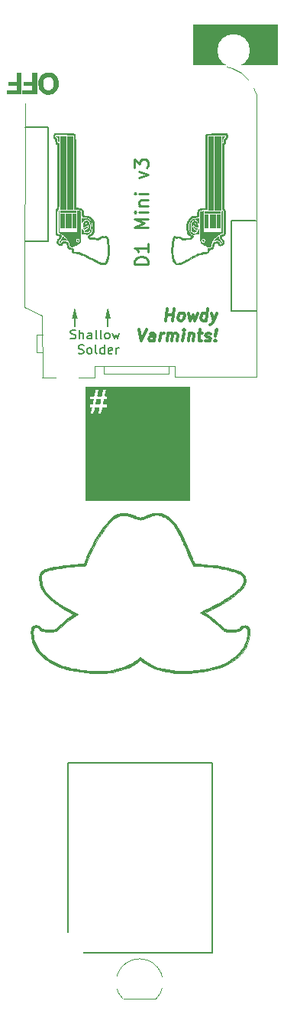
<source format=gto>
G04 #@! TF.GenerationSoftware,KiCad,Pcbnew,(5.1.5)-3*
G04 #@! TF.CreationDate,2020-05-23T22:10:46-07:00*
G04 #@! TF.ProjectId,iSpindel_PCB,69537069-6e64-4656-9c5f-5043422e6b69,rev?*
G04 #@! TF.SameCoordinates,Original*
G04 #@! TF.FileFunction,Legend,Top*
G04 #@! TF.FilePolarity,Positive*
%FSLAX46Y46*%
G04 Gerber Fmt 4.6, Leading zero omitted, Abs format (unit mm)*
G04 Created by KiCad (PCBNEW (5.1.5)-3) date 2020-05-23 22:10:46*
%MOMM*%
%LPD*%
G04 APERTURE LIST*
%ADD10C,0.100000*%
%ADD11C,0.300000*%
%ADD12C,0.150000*%
%ADD13C,0.010000*%
%ADD14C,0.120000*%
%ADD15C,0.250000*%
%ADD16C,0.200000*%
%ADD17R,2.902000X2.902000*%
%ADD18C,1.702000*%
%ADD19O,1.702000X1.702000*%
%ADD20O,2.102000X1.702000*%
%ADD21R,2.102000X2.102000*%
%ADD22O,1.702000X2.102000*%
%ADD23C,1.902000*%
%ADD24C,3.602000*%
%ADD25O,1.902000X3.102000*%
%ADD26R,1.702000X1.702000*%
%ADD27C,1.402000*%
%ADD28R,1.402000X1.402000*%
G04 APERTURE END LIST*
D10*
G36*
X164090000Y-34122040D02*
G01*
X164090000Y-38560000D01*
X154750000Y-38560000D01*
X154750000Y-34110000D01*
X164090000Y-34122040D01*
G37*
X164090000Y-34122040D02*
X164090000Y-38560000D01*
X154750000Y-38560000D01*
X154750000Y-34110000D01*
X164090000Y-34122040D01*
D11*
X151763095Y-66863095D02*
X151925595Y-65563095D01*
X151848214Y-66182142D02*
X152591071Y-66182142D01*
X152505952Y-66863095D02*
X152668452Y-65563095D01*
X153310714Y-66863095D02*
X153194642Y-66801190D01*
X153140476Y-66739285D01*
X153094047Y-66615476D01*
X153140476Y-66244047D01*
X153217857Y-66120238D01*
X153287500Y-66058333D01*
X153419047Y-65996428D01*
X153604761Y-65996428D01*
X153720833Y-66058333D01*
X153775000Y-66120238D01*
X153821428Y-66244047D01*
X153775000Y-66615476D01*
X153697619Y-66739285D01*
X153627976Y-66801190D01*
X153496428Y-66863095D01*
X153310714Y-66863095D01*
X154285714Y-65996428D02*
X154425000Y-66863095D01*
X154750000Y-66244047D01*
X154920238Y-66863095D01*
X155276190Y-65996428D01*
X156220238Y-66863095D02*
X156382738Y-65563095D01*
X156227976Y-66801190D02*
X156096428Y-66863095D01*
X155848809Y-66863095D01*
X155732738Y-66801190D01*
X155678571Y-66739285D01*
X155632142Y-66615476D01*
X155678571Y-66244047D01*
X155755952Y-66120238D01*
X155825595Y-66058333D01*
X155957142Y-65996428D01*
X156204761Y-65996428D01*
X156320833Y-66058333D01*
X156823809Y-65996428D02*
X157025000Y-66863095D01*
X157442857Y-65996428D02*
X157025000Y-66863095D01*
X156862500Y-67172619D01*
X156792857Y-67234523D01*
X156661309Y-67296428D01*
X148768452Y-67813095D02*
X149039285Y-69113095D01*
X149635119Y-67813095D01*
X150463095Y-69113095D02*
X150548214Y-68432142D01*
X150501785Y-68308333D01*
X150385714Y-68246428D01*
X150138095Y-68246428D01*
X150006547Y-68308333D01*
X150470833Y-69051190D02*
X150339285Y-69113095D01*
X150029761Y-69113095D01*
X149913690Y-69051190D01*
X149867261Y-68927380D01*
X149882738Y-68803571D01*
X149960119Y-68679761D01*
X150091666Y-68617857D01*
X150401190Y-68617857D01*
X150532738Y-68555952D01*
X151082142Y-69113095D02*
X151190476Y-68246428D01*
X151159523Y-68494047D02*
X151236904Y-68370238D01*
X151306547Y-68308333D01*
X151438095Y-68246428D01*
X151561904Y-68246428D01*
X151886904Y-69113095D02*
X151995238Y-68246428D01*
X151979761Y-68370238D02*
X152049404Y-68308333D01*
X152180952Y-68246428D01*
X152366666Y-68246428D01*
X152482738Y-68308333D01*
X152529166Y-68432142D01*
X152444047Y-69113095D01*
X152529166Y-68432142D02*
X152606547Y-68308333D01*
X152738095Y-68246428D01*
X152923809Y-68246428D01*
X153039880Y-68308333D01*
X153086309Y-68432142D01*
X153001190Y-69113095D01*
X153620238Y-69113095D02*
X153728571Y-68246428D01*
X153782738Y-67813095D02*
X153713095Y-67875000D01*
X153767261Y-67936904D01*
X153836904Y-67875000D01*
X153782738Y-67813095D01*
X153767261Y-67936904D01*
X154347619Y-68246428D02*
X154239285Y-69113095D01*
X154332142Y-68370238D02*
X154401785Y-68308333D01*
X154533333Y-68246428D01*
X154719047Y-68246428D01*
X154835119Y-68308333D01*
X154881547Y-68432142D01*
X154796428Y-69113095D01*
X155338095Y-68246428D02*
X155833333Y-68246428D01*
X155577976Y-67813095D02*
X155438690Y-68927380D01*
X155485119Y-69051190D01*
X155601190Y-69113095D01*
X155725000Y-69113095D01*
X156104166Y-69051190D02*
X156220238Y-69113095D01*
X156467857Y-69113095D01*
X156599404Y-69051190D01*
X156676785Y-68927380D01*
X156684523Y-68865476D01*
X156638095Y-68741666D01*
X156522023Y-68679761D01*
X156336309Y-68679761D01*
X156220238Y-68617857D01*
X156173809Y-68494047D01*
X156181547Y-68432142D01*
X156258928Y-68308333D01*
X156390476Y-68246428D01*
X156576190Y-68246428D01*
X156692261Y-68308333D01*
X157226190Y-68989285D02*
X157280357Y-69051190D01*
X157210714Y-69113095D01*
X157156547Y-69051190D01*
X157226190Y-68989285D01*
X157210714Y-69113095D01*
X157272619Y-68617857D02*
X157303571Y-67875000D01*
X157373214Y-67813095D01*
X157427380Y-67875000D01*
X157272619Y-68617857D01*
X157373214Y-67813095D01*
D12*
X141178571Y-68819761D02*
X141321428Y-68867380D01*
X141559523Y-68867380D01*
X141654761Y-68819761D01*
X141702380Y-68772142D01*
X141750000Y-68676904D01*
X141750000Y-68581666D01*
X141702380Y-68486428D01*
X141654761Y-68438809D01*
X141559523Y-68391190D01*
X141369047Y-68343571D01*
X141273809Y-68295952D01*
X141226190Y-68248333D01*
X141178571Y-68153095D01*
X141178571Y-68057857D01*
X141226190Y-67962619D01*
X141273809Y-67915000D01*
X141369047Y-67867380D01*
X141607142Y-67867380D01*
X141750000Y-67915000D01*
X142178571Y-68867380D02*
X142178571Y-67867380D01*
X142607142Y-68867380D02*
X142607142Y-68343571D01*
X142559523Y-68248333D01*
X142464285Y-68200714D01*
X142321428Y-68200714D01*
X142226190Y-68248333D01*
X142178571Y-68295952D01*
X143511904Y-68867380D02*
X143511904Y-68343571D01*
X143464285Y-68248333D01*
X143369047Y-68200714D01*
X143178571Y-68200714D01*
X143083333Y-68248333D01*
X143511904Y-68819761D02*
X143416666Y-68867380D01*
X143178571Y-68867380D01*
X143083333Y-68819761D01*
X143035714Y-68724523D01*
X143035714Y-68629285D01*
X143083333Y-68534047D01*
X143178571Y-68486428D01*
X143416666Y-68486428D01*
X143511904Y-68438809D01*
X144130952Y-68867380D02*
X144035714Y-68819761D01*
X143988095Y-68724523D01*
X143988095Y-67867380D01*
X144654761Y-68867380D02*
X144559523Y-68819761D01*
X144511904Y-68724523D01*
X144511904Y-67867380D01*
X145178571Y-68867380D02*
X145083333Y-68819761D01*
X145035714Y-68772142D01*
X144988095Y-68676904D01*
X144988095Y-68391190D01*
X145035714Y-68295952D01*
X145083333Y-68248333D01*
X145178571Y-68200714D01*
X145321428Y-68200714D01*
X145416666Y-68248333D01*
X145464285Y-68295952D01*
X145511904Y-68391190D01*
X145511904Y-68676904D01*
X145464285Y-68772142D01*
X145416666Y-68819761D01*
X145321428Y-68867380D01*
X145178571Y-68867380D01*
X145845238Y-68200714D02*
X146035714Y-68867380D01*
X146226190Y-68391190D01*
X146416666Y-68867380D01*
X146607142Y-68200714D01*
X142059523Y-70469761D02*
X142202380Y-70517380D01*
X142440476Y-70517380D01*
X142535714Y-70469761D01*
X142583333Y-70422142D01*
X142630952Y-70326904D01*
X142630952Y-70231666D01*
X142583333Y-70136428D01*
X142535714Y-70088809D01*
X142440476Y-70041190D01*
X142250000Y-69993571D01*
X142154761Y-69945952D01*
X142107142Y-69898333D01*
X142059523Y-69803095D01*
X142059523Y-69707857D01*
X142107142Y-69612619D01*
X142154761Y-69565000D01*
X142250000Y-69517380D01*
X142488095Y-69517380D01*
X142630952Y-69565000D01*
X143202380Y-70517380D02*
X143107142Y-70469761D01*
X143059523Y-70422142D01*
X143011904Y-70326904D01*
X143011904Y-70041190D01*
X143059523Y-69945952D01*
X143107142Y-69898333D01*
X143202380Y-69850714D01*
X143345238Y-69850714D01*
X143440476Y-69898333D01*
X143488095Y-69945952D01*
X143535714Y-70041190D01*
X143535714Y-70326904D01*
X143488095Y-70422142D01*
X143440476Y-70469761D01*
X143345238Y-70517380D01*
X143202380Y-70517380D01*
X144107142Y-70517380D02*
X144011904Y-70469761D01*
X143964285Y-70374523D01*
X143964285Y-69517380D01*
X144916666Y-70517380D02*
X144916666Y-69517380D01*
X144916666Y-70469761D02*
X144821428Y-70517380D01*
X144630952Y-70517380D01*
X144535714Y-70469761D01*
X144488095Y-70422142D01*
X144440476Y-70326904D01*
X144440476Y-70041190D01*
X144488095Y-69945952D01*
X144535714Y-69898333D01*
X144630952Y-69850714D01*
X144821428Y-69850714D01*
X144916666Y-69898333D01*
X145773809Y-70469761D02*
X145678571Y-70517380D01*
X145488095Y-70517380D01*
X145392857Y-70469761D01*
X145345238Y-70374523D01*
X145345238Y-69993571D01*
X145392857Y-69898333D01*
X145488095Y-69850714D01*
X145678571Y-69850714D01*
X145773809Y-69898333D01*
X145821428Y-69993571D01*
X145821428Y-70088809D01*
X145345238Y-70184047D01*
X146250000Y-70517380D02*
X146250000Y-69850714D01*
X146250000Y-70041190D02*
X146297619Y-69945952D01*
X146345238Y-69898333D01*
X146440476Y-69850714D01*
X146535714Y-69850714D01*
D13*
G36*
X150873842Y-88112746D02*
G01*
X150982410Y-88116345D01*
X151069231Y-88123461D01*
X151144580Y-88135030D01*
X151218736Y-88151988D01*
X151241250Y-88157984D01*
X151390666Y-88208185D01*
X151558576Y-88280329D01*
X151732139Y-88367894D01*
X151898516Y-88464357D01*
X152044866Y-88563194D01*
X152057459Y-88572621D01*
X152246752Y-88730139D01*
X152440368Y-88917608D01*
X152628999Y-89124899D01*
X152803339Y-89341885D01*
X152931836Y-89524091D01*
X153012598Y-89648688D01*
X153089922Y-89771990D01*
X153165193Y-89896839D01*
X153239801Y-90026080D01*
X153315133Y-90162554D01*
X153392579Y-90309105D01*
X153473525Y-90468577D01*
X153559359Y-90643812D01*
X153651471Y-90837654D01*
X153751248Y-91052946D01*
X153860077Y-91292531D01*
X153979348Y-91559253D01*
X154110448Y-91855954D01*
X154254766Y-92185478D01*
X154413689Y-92550667D01*
X154447536Y-92628667D01*
X154515659Y-92785221D01*
X154588229Y-92951133D01*
X154660319Y-93115195D01*
X154727003Y-93266205D01*
X154783354Y-93392956D01*
X154797707Y-93425021D01*
X154941303Y-93745125D01*
X155377276Y-93759316D01*
X156075523Y-93793409D01*
X156740545Y-93849425D01*
X157375641Y-93927883D01*
X157984107Y-94029301D01*
X158569244Y-94154199D01*
X159134350Y-94303095D01*
X159453917Y-94400554D01*
X159709367Y-94489749D01*
X159925688Y-94582029D01*
X160106077Y-94679934D01*
X160253735Y-94786005D01*
X160371861Y-94902784D01*
X160463653Y-95032812D01*
X160532313Y-95178630D01*
X160566335Y-95284113D01*
X160600261Y-95474098D01*
X160597447Y-95667529D01*
X160557575Y-95871388D01*
X160536521Y-95941250D01*
X160456855Y-96126979D01*
X160335854Y-96321392D01*
X160173607Y-96524425D01*
X159970198Y-96736015D01*
X159725714Y-96956096D01*
X159440241Y-97184606D01*
X159113864Y-97421480D01*
X158746671Y-97666654D01*
X158338746Y-97920063D01*
X157890177Y-98181645D01*
X157401048Y-98451334D01*
X156871447Y-98729067D01*
X156620482Y-98856384D01*
X156051881Y-99142028D01*
X156186565Y-99222557D01*
X156525695Y-99439134D01*
X156878885Y-99691280D01*
X157242470Y-99976121D01*
X157612783Y-100290781D01*
X157986161Y-100632385D01*
X157996562Y-100642251D01*
X158105709Y-100745323D01*
X158189907Y-100822921D01*
X158254509Y-100879131D01*
X158304871Y-100918039D01*
X158346347Y-100943730D01*
X158384291Y-100960290D01*
X158424059Y-100971804D01*
X158430479Y-100973341D01*
X158495932Y-100983003D01*
X158595285Y-100990485D01*
X158720160Y-100995790D01*
X158862181Y-100998921D01*
X159012970Y-100999880D01*
X159164149Y-100998672D01*
X159307342Y-100995298D01*
X159434172Y-100989763D01*
X159536260Y-100982069D01*
X159602029Y-100972903D01*
X159708963Y-100947202D01*
X159799958Y-100918501D01*
X159867590Y-100889696D01*
X159904432Y-100863684D01*
X159909000Y-100853153D01*
X159923727Y-100813291D01*
X159961579Y-100758164D01*
X160013064Y-100699494D01*
X160068689Y-100649001D01*
X160082808Y-100638554D01*
X160138291Y-100610420D01*
X160219749Y-100581642D01*
X160311275Y-100557745D01*
X160321750Y-100555554D01*
X160418972Y-100538139D01*
X160494133Y-100532039D01*
X160565818Y-100536733D01*
X160628030Y-100546937D01*
X160705842Y-100564505D01*
X160762916Y-100587987D01*
X160815862Y-100626472D01*
X160873611Y-100681350D01*
X160929949Y-100740721D01*
X160966527Y-100791201D01*
X160991399Y-100848052D01*
X161012624Y-100926538D01*
X161019920Y-100958533D01*
X161044772Y-101136134D01*
X161048280Y-101342324D01*
X161031787Y-101569951D01*
X160996635Y-101811863D01*
X160944165Y-102060907D01*
X160875720Y-102309931D01*
X160792642Y-102551782D01*
X160696272Y-102779309D01*
X160666964Y-102839725D01*
X160537464Y-103080666D01*
X160399079Y-103300285D01*
X160244507Y-103508398D01*
X160066443Y-103714824D01*
X159857585Y-103929380D01*
X159852977Y-103933886D01*
X159533887Y-104217307D01*
X159180329Y-104478253D01*
X158794447Y-104715503D01*
X158378387Y-104927833D01*
X157934292Y-105114022D01*
X157550591Y-105246373D01*
X156929964Y-105422870D01*
X156296869Y-105566680D01*
X155647934Y-105678285D01*
X154979788Y-105758168D01*
X154289057Y-105806811D01*
X153572371Y-105824695D01*
X153506083Y-105824813D01*
X153302332Y-105824449D01*
X153133870Y-105823190D01*
X152993659Y-105820717D01*
X152874660Y-105816712D01*
X152769833Y-105810856D01*
X152672139Y-105802832D01*
X152574539Y-105792320D01*
X152469993Y-105779003D01*
X152458333Y-105777430D01*
X151917294Y-105689984D01*
X151404232Y-105578240D01*
X150920469Y-105442693D01*
X150467330Y-105283839D01*
X150046137Y-105102173D01*
X149658215Y-104898193D01*
X149304886Y-104672395D01*
X149100497Y-104519042D01*
X149026765Y-104460933D01*
X148965529Y-104414202D01*
X148924059Y-104384303D01*
X148909982Y-104376167D01*
X148889196Y-104389109D01*
X148846816Y-104422803D01*
X148799748Y-104463201D01*
X148714184Y-104532324D01*
X148599540Y-104615516D01*
X148464287Y-104707300D01*
X148316894Y-104802201D01*
X148165833Y-104894740D01*
X148019574Y-104979442D01*
X147907500Y-105040075D01*
X147551987Y-105207617D01*
X147162575Y-105359582D01*
X146745380Y-105494206D01*
X146306517Y-105609726D01*
X145852103Y-105704381D01*
X145388253Y-105776406D01*
X145325167Y-105784309D01*
X145198822Y-105796441D01*
X145038228Y-105806820D01*
X144851440Y-105815309D01*
X144646512Y-105821773D01*
X144431497Y-105826073D01*
X144214449Y-105828073D01*
X144003423Y-105827636D01*
X143806472Y-105824626D01*
X143631651Y-105818906D01*
X143547167Y-105814513D01*
X142926675Y-105766378D01*
X142338639Y-105699168D01*
X141777235Y-105611893D01*
X141236642Y-105503562D01*
X140711038Y-105373183D01*
X140361583Y-105272149D01*
X139891652Y-105111495D01*
X139450215Y-104926004D01*
X139038406Y-104716618D01*
X138657363Y-104484277D01*
X138308220Y-104229920D01*
X137992114Y-103954489D01*
X137710181Y-103658923D01*
X137463556Y-103344163D01*
X137253375Y-103011149D01*
X137080773Y-102660821D01*
X137018077Y-102504249D01*
X136955041Y-102316268D01*
X136899638Y-102113381D01*
X136853161Y-101903736D01*
X136816908Y-101695480D01*
X136792173Y-101496759D01*
X136780250Y-101315721D01*
X136780968Y-101264718D01*
X137028920Y-101264718D01*
X137029120Y-101395261D01*
X137034743Y-101523749D01*
X137046120Y-101641339D01*
X137047627Y-101652446D01*
X137121998Y-102037335D01*
X137234798Y-102405034D01*
X137385624Y-102754621D01*
X137574073Y-103085174D01*
X137799742Y-103395772D01*
X137822653Y-103423667D01*
X138094292Y-103721020D01*
X138397032Y-103995454D01*
X138731710Y-104247412D01*
X139099160Y-104477339D01*
X139500219Y-104685677D01*
X139935722Y-104872872D01*
X140406505Y-105039366D01*
X140913403Y-105185604D01*
X141324667Y-105283767D01*
X141653779Y-105349565D01*
X142008369Y-105409012D01*
X142381044Y-105461486D01*
X142764413Y-105506362D01*
X143151085Y-105543016D01*
X143533670Y-105570825D01*
X143904776Y-105589163D01*
X144257011Y-105597407D01*
X144582985Y-105594932D01*
X144859500Y-105582231D01*
X145367666Y-105533274D01*
X145860327Y-105458141D01*
X146334734Y-105357807D01*
X146788139Y-105233246D01*
X147217794Y-105085431D01*
X147620949Y-104915337D01*
X147994858Y-104723937D01*
X148336771Y-104512206D01*
X148643939Y-104281117D01*
X148723558Y-104212889D01*
X148914507Y-104044367D01*
X149040712Y-104158588D01*
X149350429Y-104411802D01*
X149694638Y-104642746D01*
X150071410Y-104850724D01*
X150478813Y-105035041D01*
X150914917Y-105195002D01*
X151377791Y-105329911D01*
X151865506Y-105439074D01*
X152376130Y-105521794D01*
X152907733Y-105577377D01*
X152998083Y-105583943D01*
X153265208Y-105595729D01*
X153566438Y-105597597D01*
X153894836Y-105590003D01*
X154243463Y-105573403D01*
X154605384Y-105548254D01*
X154973660Y-105515014D01*
X155341354Y-105474138D01*
X155701528Y-105426083D01*
X155929667Y-105390995D01*
X156463335Y-105291369D01*
X156973102Y-105170223D01*
X157456154Y-105028500D01*
X157909673Y-104867144D01*
X158330842Y-104687099D01*
X158716846Y-104489309D01*
X158847492Y-104413440D01*
X159105776Y-104244193D01*
X159361079Y-104050169D01*
X159606233Y-103838089D01*
X159834071Y-103614675D01*
X160037425Y-103386650D01*
X160209129Y-103160736D01*
X160252620Y-103095583D01*
X160412243Y-102816811D01*
X160550562Y-102511775D01*
X160662599Y-102193273D01*
X160743371Y-101874101D01*
X160757753Y-101797666D01*
X160777309Y-101662678D01*
X160791543Y-101517185D01*
X160800214Y-101370348D01*
X160803080Y-101231325D01*
X160799898Y-101109277D01*
X160790425Y-101013365D01*
X160779748Y-100966154D01*
X160729482Y-100869314D01*
X160653576Y-100805502D01*
X160551403Y-100774416D01*
X160422340Y-100775756D01*
X160393237Y-100779890D01*
X160288837Y-100802814D01*
X160215645Y-100836621D01*
X160162690Y-100888611D01*
X160121542Y-100960616D01*
X160086324Y-101022391D01*
X160041989Y-101065285D01*
X159973526Y-101103264D01*
X159962920Y-101108180D01*
X159858234Y-101149046D01*
X159739285Y-101181043D01*
X159599663Y-101205193D01*
X159432954Y-101222518D01*
X159232748Y-101234039D01*
X159155532Y-101236827D01*
X158917114Y-101239841D01*
X158698514Y-101233549D01*
X158505856Y-101218357D01*
X158345261Y-101194676D01*
X158271968Y-101177952D01*
X158234939Y-101162455D01*
X158186560Y-101131348D01*
X158122960Y-101081461D01*
X158040263Y-101009628D01*
X157934598Y-100912681D01*
X157848634Y-100831729D01*
X157497428Y-100507628D01*
X157162049Y-100217204D01*
X156837923Y-99957040D01*
X156520479Y-99723720D01*
X156205145Y-99513826D01*
X155887349Y-99323941D01*
X155680958Y-99211547D01*
X155615689Y-99175308D01*
X155568427Y-99145297D01*
X155548762Y-99127642D01*
X155548667Y-99127018D01*
X155566549Y-99111840D01*
X155614027Y-99084959D01*
X155681850Y-99051493D01*
X155702125Y-99042141D01*
X155822518Y-98985878D01*
X155973513Y-98912926D01*
X156148448Y-98826684D01*
X156340660Y-98730550D01*
X156543488Y-98627924D01*
X156750269Y-98522203D01*
X156954342Y-98416787D01*
X157149043Y-98315073D01*
X157327711Y-98220461D01*
X157483684Y-98136349D01*
X157559178Y-98094796D01*
X157975103Y-97858775D01*
X158352488Y-97634275D01*
X158693155Y-97420048D01*
X158998925Y-97214846D01*
X159271620Y-97017420D01*
X159513062Y-96826521D01*
X159725071Y-96640902D01*
X159836237Y-96534206D01*
X159998919Y-96363963D01*
X160127617Y-96209414D01*
X160225168Y-96065366D01*
X160294410Y-95926622D01*
X160338179Y-95787988D01*
X160359312Y-95644267D01*
X160362260Y-95570833D01*
X160355755Y-95419153D01*
X160329939Y-95294724D01*
X160280161Y-95185082D01*
X160201768Y-95077764D01*
X160161423Y-95032766D01*
X160081289Y-94955993D01*
X159992979Y-94885204D01*
X159914799Y-94834799D01*
X159804337Y-94782886D01*
X159658291Y-94724988D01*
X159482686Y-94662898D01*
X159283551Y-94598411D01*
X159066914Y-94533320D01*
X158838801Y-94469421D01*
X158605240Y-94408507D01*
X158372258Y-94352373D01*
X158145882Y-94302812D01*
X158088667Y-94291188D01*
X157768825Y-94230338D01*
X157458060Y-94177733D01*
X157149487Y-94132647D01*
X156836224Y-94094355D01*
X156511384Y-94062132D01*
X156168084Y-94035253D01*
X155799440Y-94012993D01*
X155398567Y-93994628D01*
X155204092Y-93987379D01*
X154785435Y-93972750D01*
X154593882Y-93549417D01*
X154523484Y-93392830D01*
X154442947Y-93212041D01*
X154358782Y-93021769D01*
X154277498Y-92836733D01*
X154205607Y-92671651D01*
X154205325Y-92671000D01*
X154090310Y-92405476D01*
X153990131Y-92174628D01*
X153902907Y-91974237D01*
X153826761Y-91800087D01*
X153759812Y-91647958D01*
X153700182Y-91513632D01*
X153645991Y-91392892D01*
X153595361Y-91281519D01*
X153546411Y-91175296D01*
X153497264Y-91070004D01*
X153446040Y-90961425D01*
X153408517Y-90882417D01*
X153259428Y-90575349D01*
X153121026Y-90304072D01*
X152990585Y-90064221D01*
X152865380Y-89851435D01*
X152742683Y-89661351D01*
X152619770Y-89489606D01*
X152493914Y-89331838D01*
X152362390Y-89183684D01*
X152317515Y-89136405D01*
X152139288Y-88959457D01*
X151974718Y-88813793D01*
X151816587Y-88693869D01*
X151657677Y-88594139D01*
X151516417Y-88521019D01*
X151346951Y-88446894D01*
X151194321Y-88395279D01*
X151042459Y-88362048D01*
X150875299Y-88343072D01*
X150807333Y-88338888D01*
X150683965Y-88335960D01*
X150565830Y-88341207D01*
X150446671Y-88356137D01*
X150320233Y-88382255D01*
X150180261Y-88421067D01*
X150020497Y-88474079D01*
X149834688Y-88542798D01*
X149636290Y-88620814D01*
X149488001Y-88679027D01*
X149346243Y-88732365D01*
X149218012Y-88778363D01*
X149110304Y-88814557D01*
X149030115Y-88838485D01*
X148996092Y-88846287D01*
X148943992Y-88853833D01*
X148894460Y-88856638D01*
X148842147Y-88853302D01*
X148781706Y-88842423D01*
X148707787Y-88822599D01*
X148615045Y-88792431D01*
X148498129Y-88750517D01*
X148351692Y-88695456D01*
X148203833Y-88638742D01*
X147927103Y-88537622D01*
X147680027Y-88459712D01*
X147457421Y-88404167D01*
X147254103Y-88370143D01*
X147064890Y-88356797D01*
X146884599Y-88363285D01*
X146708048Y-88388762D01*
X146690417Y-88392318D01*
X146487533Y-88448856D01*
X146287854Y-88531540D01*
X146104921Y-88633982D01*
X145975158Y-88729734D01*
X145851804Y-88842468D01*
X145710278Y-88985451D01*
X145555222Y-89153270D01*
X145391274Y-89340512D01*
X145223077Y-89541766D01*
X145055269Y-89751617D01*
X144892492Y-89964654D01*
X144756834Y-90150829D01*
X144521426Y-90498046D01*
X144283584Y-90879318D01*
X144047326Y-91286859D01*
X143816668Y-91712887D01*
X143595625Y-92149617D01*
X143388215Y-92589263D01*
X143198453Y-93024042D01*
X143030356Y-93446170D01*
X142965147Y-93623500D01*
X142927762Y-93726643D01*
X142894717Y-93815302D01*
X142868894Y-93881928D01*
X142853178Y-93918971D01*
X142850497Y-93923673D01*
X142826732Y-93929118D01*
X142766738Y-93936604D01*
X142676541Y-93945564D01*
X142562165Y-93955427D01*
X142429634Y-93965623D01*
X142340667Y-93971884D01*
X141837680Y-94009104D01*
X141358368Y-94050718D01*
X140904683Y-94096436D01*
X140478575Y-94145965D01*
X140081994Y-94199015D01*
X139716892Y-94255295D01*
X139385218Y-94314514D01*
X139088925Y-94376380D01*
X138829962Y-94440603D01*
X138610280Y-94506890D01*
X138507122Y-94544040D01*
X138370105Y-94600928D01*
X138263672Y-94655634D01*
X138177015Y-94714856D01*
X138099328Y-94785295D01*
X138072709Y-94813347D01*
X138027531Y-94867419D01*
X137993730Y-94922659D01*
X137970204Y-94985629D01*
X137955852Y-95062887D01*
X137949572Y-95160997D01*
X137950261Y-95286517D01*
X137956819Y-95446009D01*
X137959122Y-95489668D01*
X137977059Y-95728914D01*
X138004377Y-95934752D01*
X138043447Y-96115527D01*
X138096642Y-96279580D01*
X138166332Y-96435255D01*
X138254891Y-96590894D01*
X138286096Y-96639750D01*
X138459428Y-96875603D01*
X138674632Y-97116627D01*
X138931576Y-97362704D01*
X139230130Y-97613716D01*
X139570162Y-97869544D01*
X139906500Y-98100481D01*
X140310027Y-98358055D01*
X140737629Y-98613578D01*
X141195089Y-98870394D01*
X141688189Y-99131848D01*
X141700375Y-99138138D01*
X141798470Y-99189677D01*
X141881598Y-99235129D01*
X141943188Y-99270762D01*
X141976672Y-99292843D01*
X141980833Y-99297510D01*
X141963330Y-99314475D01*
X141920367Y-99336975D01*
X141912042Y-99340509D01*
X141867509Y-99363801D01*
X141794711Y-99407585D01*
X141699811Y-99467719D01*
X141588973Y-99540062D01*
X141468361Y-99620474D01*
X141344139Y-99704812D01*
X141222469Y-99788937D01*
X141109515Y-99868707D01*
X141011442Y-99939981D01*
X140945859Y-99989641D01*
X140713136Y-100177601D01*
X140460532Y-100394130D01*
X140193856Y-100634152D01*
X139985184Y-100829310D01*
X139887141Y-100921408D01*
X139796421Y-101004650D01*
X139718567Y-101074103D01*
X139659123Y-101124838D01*
X139623632Y-101151922D01*
X139620376Y-101153822D01*
X139577804Y-101168483D01*
X139505002Y-101186042D01*
X139413708Y-101203866D01*
X139351191Y-101214168D01*
X139230987Y-101227313D01*
X139081928Y-101235609D01*
X138913985Y-101239241D01*
X138737127Y-101238394D01*
X138561326Y-101233253D01*
X138396550Y-101224001D01*
X138252770Y-101210823D01*
X138139956Y-101193905D01*
X138128500Y-101191530D01*
X137986910Y-101153552D01*
X137869690Y-101107098D01*
X137782160Y-101054934D01*
X137729636Y-100999831D01*
X137720032Y-100978917D01*
X137675584Y-100891913D01*
X137603862Y-100829756D01*
X137501604Y-100790693D01*
X137365549Y-100772975D01*
X137334281Y-100771845D01*
X137225084Y-100783202D01*
X137140618Y-100825589D01*
X137075753Y-100898878D01*
X137057560Y-100949200D01*
X137043470Y-101032844D01*
X137033813Y-101140965D01*
X137028920Y-101264718D01*
X136780968Y-101264718D01*
X136782436Y-101160514D01*
X136791623Y-101079761D01*
X136815119Y-100953750D01*
X136838902Y-100860388D01*
X136866387Y-100790104D01*
X136900985Y-100733331D01*
X136926297Y-100702090D01*
X137031183Y-100610990D01*
X137155521Y-100555487D01*
X137301064Y-100535128D01*
X137469565Y-100549463D01*
X137498353Y-100554862D01*
X137640180Y-100592085D01*
X137749217Y-100642785D01*
X137834208Y-100712273D01*
X137899201Y-100798190D01*
X137940565Y-100858347D01*
X137981182Y-100895032D01*
X138037318Y-100920150D01*
X138085828Y-100934794D01*
X138167086Y-100954043D01*
X138270599Y-100973688D01*
X138376491Y-100990028D01*
X138396304Y-100992586D01*
X138492840Y-101000714D01*
X138615313Y-101005283D01*
X138754711Y-101006540D01*
X138902023Y-101004733D01*
X139048238Y-101000109D01*
X139184345Y-100992916D01*
X139301331Y-100983400D01*
X139390185Y-100971810D01*
X139424901Y-100964340D01*
X139465392Y-100950106D01*
X139508096Y-100927352D01*
X139558374Y-100891885D01*
X139621583Y-100839510D01*
X139703085Y-100766033D01*
X139808238Y-100667260D01*
X139825510Y-100650833D01*
X140111001Y-100384838D01*
X140379497Y-100147331D01*
X140638433Y-99932224D01*
X140895244Y-99733433D01*
X141157363Y-99544871D01*
X141273270Y-99465612D01*
X141507624Y-99307670D01*
X141184170Y-99133522D01*
X140929233Y-98993382D01*
X140668553Y-98844710D01*
X140407718Y-98691002D01*
X140152317Y-98535751D01*
X139907938Y-98382455D01*
X139680170Y-98234607D01*
X139474602Y-98095704D01*
X139296822Y-97969240D01*
X139176250Y-97877710D01*
X138861067Y-97616244D01*
X138585876Y-97360992D01*
X138350997Y-97112317D01*
X138156750Y-96870583D01*
X138003456Y-96636153D01*
X137898164Y-96425572D01*
X137830476Y-96231178D01*
X137776427Y-96003762D01*
X137737448Y-95750836D01*
X137714974Y-95479914D01*
X137714049Y-95460318D01*
X137708868Y-95264747D01*
X137713913Y-95104004D01*
X137731109Y-94971404D01*
X137762378Y-94860263D01*
X137809645Y-94763896D01*
X137874834Y-94675620D01*
X137959867Y-94588751D01*
X137966697Y-94582473D01*
X138070226Y-94499282D01*
X138191734Y-94424049D01*
X138335768Y-94354915D01*
X138506875Y-94290024D01*
X138709600Y-94227520D01*
X138948488Y-94165546D01*
X139040655Y-94143828D01*
X139333854Y-94082171D01*
X139667929Y-94022848D01*
X140041478Y-93966038D01*
X140453101Y-93911921D01*
X140901394Y-93860676D01*
X141384957Y-93812481D01*
X141902386Y-93767517D01*
X142116446Y-93750635D01*
X142264328Y-93738927D01*
X142397926Y-93727649D01*
X142511547Y-93717338D01*
X142599501Y-93708532D01*
X142656097Y-93701768D01*
X142675545Y-93697843D01*
X142687124Y-93674669D01*
X142708949Y-93622513D01*
X142736868Y-93552204D01*
X142766732Y-93474568D01*
X142794392Y-93400436D01*
X142815696Y-93340636D01*
X142826496Y-93305995D01*
X142827070Y-93302478D01*
X142835111Y-93279103D01*
X142857018Y-93223845D01*
X142889928Y-93143710D01*
X142930981Y-93045702D01*
X142956715Y-92985027D01*
X143254716Y-92316547D01*
X143562043Y-91688646D01*
X143879214Y-91100496D01*
X144206747Y-90551268D01*
X144545161Y-90040134D01*
X144894974Y-89566265D01*
X145256704Y-89128833D01*
X145604937Y-88753310D01*
X145805340Y-88566603D01*
X146005028Y-88417290D01*
X146210946Y-88301128D01*
X146430040Y-88213877D01*
X146542250Y-88180934D01*
X146628421Y-88160046D01*
X146708116Y-88145784D01*
X146793050Y-88137005D01*
X146894939Y-88132564D01*
X147025498Y-88131318D01*
X147050250Y-88131339D01*
X147181358Y-88132412D01*
X147283603Y-88136141D01*
X147370440Y-88144134D01*
X147455326Y-88157993D01*
X147551718Y-88179324D01*
X147642917Y-88202021D01*
X147765473Y-88236238D01*
X147911105Y-88281560D01*
X148063832Y-88332761D01*
X148207672Y-88384613D01*
X148246167Y-88399307D01*
X148416319Y-88465056D01*
X148552152Y-88516731D01*
X148658727Y-88555788D01*
X148741105Y-88583684D01*
X148804348Y-88601877D01*
X148853517Y-88611822D01*
X148893673Y-88614976D01*
X148929879Y-88612797D01*
X148966998Y-88606779D01*
X149034972Y-88589935D01*
X149129395Y-88559863D01*
X149252846Y-88515615D01*
X149407904Y-88456241D01*
X149597149Y-88380792D01*
X149742836Y-88321400D01*
X149862447Y-88275014D01*
X149994175Y-88228258D01*
X150118867Y-88187747D01*
X150187336Y-88167828D01*
X150273118Y-88145802D01*
X150348231Y-88130354D01*
X150423668Y-88120356D01*
X150510423Y-88114676D01*
X150619490Y-88112185D01*
X150733250Y-88111730D01*
X150873842Y-88112746D01*
G37*
X150873842Y-88112746D02*
X150982410Y-88116345D01*
X151069231Y-88123461D01*
X151144580Y-88135030D01*
X151218736Y-88151988D01*
X151241250Y-88157984D01*
X151390666Y-88208185D01*
X151558576Y-88280329D01*
X151732139Y-88367894D01*
X151898516Y-88464357D01*
X152044866Y-88563194D01*
X152057459Y-88572621D01*
X152246752Y-88730139D01*
X152440368Y-88917608D01*
X152628999Y-89124899D01*
X152803339Y-89341885D01*
X152931836Y-89524091D01*
X153012598Y-89648688D01*
X153089922Y-89771990D01*
X153165193Y-89896839D01*
X153239801Y-90026080D01*
X153315133Y-90162554D01*
X153392579Y-90309105D01*
X153473525Y-90468577D01*
X153559359Y-90643812D01*
X153651471Y-90837654D01*
X153751248Y-91052946D01*
X153860077Y-91292531D01*
X153979348Y-91559253D01*
X154110448Y-91855954D01*
X154254766Y-92185478D01*
X154413689Y-92550667D01*
X154447536Y-92628667D01*
X154515659Y-92785221D01*
X154588229Y-92951133D01*
X154660319Y-93115195D01*
X154727003Y-93266205D01*
X154783354Y-93392956D01*
X154797707Y-93425021D01*
X154941303Y-93745125D01*
X155377276Y-93759316D01*
X156075523Y-93793409D01*
X156740545Y-93849425D01*
X157375641Y-93927883D01*
X157984107Y-94029301D01*
X158569244Y-94154199D01*
X159134350Y-94303095D01*
X159453917Y-94400554D01*
X159709367Y-94489749D01*
X159925688Y-94582029D01*
X160106077Y-94679934D01*
X160253735Y-94786005D01*
X160371861Y-94902784D01*
X160463653Y-95032812D01*
X160532313Y-95178630D01*
X160566335Y-95284113D01*
X160600261Y-95474098D01*
X160597447Y-95667529D01*
X160557575Y-95871388D01*
X160536521Y-95941250D01*
X160456855Y-96126979D01*
X160335854Y-96321392D01*
X160173607Y-96524425D01*
X159970198Y-96736015D01*
X159725714Y-96956096D01*
X159440241Y-97184606D01*
X159113864Y-97421480D01*
X158746671Y-97666654D01*
X158338746Y-97920063D01*
X157890177Y-98181645D01*
X157401048Y-98451334D01*
X156871447Y-98729067D01*
X156620482Y-98856384D01*
X156051881Y-99142028D01*
X156186565Y-99222557D01*
X156525695Y-99439134D01*
X156878885Y-99691280D01*
X157242470Y-99976121D01*
X157612783Y-100290781D01*
X157986161Y-100632385D01*
X157996562Y-100642251D01*
X158105709Y-100745323D01*
X158189907Y-100822921D01*
X158254509Y-100879131D01*
X158304871Y-100918039D01*
X158346347Y-100943730D01*
X158384291Y-100960290D01*
X158424059Y-100971804D01*
X158430479Y-100973341D01*
X158495932Y-100983003D01*
X158595285Y-100990485D01*
X158720160Y-100995790D01*
X158862181Y-100998921D01*
X159012970Y-100999880D01*
X159164149Y-100998672D01*
X159307342Y-100995298D01*
X159434172Y-100989763D01*
X159536260Y-100982069D01*
X159602029Y-100972903D01*
X159708963Y-100947202D01*
X159799958Y-100918501D01*
X159867590Y-100889696D01*
X159904432Y-100863684D01*
X159909000Y-100853153D01*
X159923727Y-100813291D01*
X159961579Y-100758164D01*
X160013064Y-100699494D01*
X160068689Y-100649001D01*
X160082808Y-100638554D01*
X160138291Y-100610420D01*
X160219749Y-100581642D01*
X160311275Y-100557745D01*
X160321750Y-100555554D01*
X160418972Y-100538139D01*
X160494133Y-100532039D01*
X160565818Y-100536733D01*
X160628030Y-100546937D01*
X160705842Y-100564505D01*
X160762916Y-100587987D01*
X160815862Y-100626472D01*
X160873611Y-100681350D01*
X160929949Y-100740721D01*
X160966527Y-100791201D01*
X160991399Y-100848052D01*
X161012624Y-100926538D01*
X161019920Y-100958533D01*
X161044772Y-101136134D01*
X161048280Y-101342324D01*
X161031787Y-101569951D01*
X160996635Y-101811863D01*
X160944165Y-102060907D01*
X160875720Y-102309931D01*
X160792642Y-102551782D01*
X160696272Y-102779309D01*
X160666964Y-102839725D01*
X160537464Y-103080666D01*
X160399079Y-103300285D01*
X160244507Y-103508398D01*
X160066443Y-103714824D01*
X159857585Y-103929380D01*
X159852977Y-103933886D01*
X159533887Y-104217307D01*
X159180329Y-104478253D01*
X158794447Y-104715503D01*
X158378387Y-104927833D01*
X157934292Y-105114022D01*
X157550591Y-105246373D01*
X156929964Y-105422870D01*
X156296869Y-105566680D01*
X155647934Y-105678285D01*
X154979788Y-105758168D01*
X154289057Y-105806811D01*
X153572371Y-105824695D01*
X153506083Y-105824813D01*
X153302332Y-105824449D01*
X153133870Y-105823190D01*
X152993659Y-105820717D01*
X152874660Y-105816712D01*
X152769833Y-105810856D01*
X152672139Y-105802832D01*
X152574539Y-105792320D01*
X152469993Y-105779003D01*
X152458333Y-105777430D01*
X151917294Y-105689984D01*
X151404232Y-105578240D01*
X150920469Y-105442693D01*
X150467330Y-105283839D01*
X150046137Y-105102173D01*
X149658215Y-104898193D01*
X149304886Y-104672395D01*
X149100497Y-104519042D01*
X149026765Y-104460933D01*
X148965529Y-104414202D01*
X148924059Y-104384303D01*
X148909982Y-104376167D01*
X148889196Y-104389109D01*
X148846816Y-104422803D01*
X148799748Y-104463201D01*
X148714184Y-104532324D01*
X148599540Y-104615516D01*
X148464287Y-104707300D01*
X148316894Y-104802201D01*
X148165833Y-104894740D01*
X148019574Y-104979442D01*
X147907500Y-105040075D01*
X147551987Y-105207617D01*
X147162575Y-105359582D01*
X146745380Y-105494206D01*
X146306517Y-105609726D01*
X145852103Y-105704381D01*
X145388253Y-105776406D01*
X145325167Y-105784309D01*
X145198822Y-105796441D01*
X145038228Y-105806820D01*
X144851440Y-105815309D01*
X144646512Y-105821773D01*
X144431497Y-105826073D01*
X144214449Y-105828073D01*
X144003423Y-105827636D01*
X143806472Y-105824626D01*
X143631651Y-105818906D01*
X143547167Y-105814513D01*
X142926675Y-105766378D01*
X142338639Y-105699168D01*
X141777235Y-105611893D01*
X141236642Y-105503562D01*
X140711038Y-105373183D01*
X140361583Y-105272149D01*
X139891652Y-105111495D01*
X139450215Y-104926004D01*
X139038406Y-104716618D01*
X138657363Y-104484277D01*
X138308220Y-104229920D01*
X137992114Y-103954489D01*
X137710181Y-103658923D01*
X137463556Y-103344163D01*
X137253375Y-103011149D01*
X137080773Y-102660821D01*
X137018077Y-102504249D01*
X136955041Y-102316268D01*
X136899638Y-102113381D01*
X136853161Y-101903736D01*
X136816908Y-101695480D01*
X136792173Y-101496759D01*
X136780250Y-101315721D01*
X136780968Y-101264718D01*
X137028920Y-101264718D01*
X137029120Y-101395261D01*
X137034743Y-101523749D01*
X137046120Y-101641339D01*
X137047627Y-101652446D01*
X137121998Y-102037335D01*
X137234798Y-102405034D01*
X137385624Y-102754621D01*
X137574073Y-103085174D01*
X137799742Y-103395772D01*
X137822653Y-103423667D01*
X138094292Y-103721020D01*
X138397032Y-103995454D01*
X138731710Y-104247412D01*
X139099160Y-104477339D01*
X139500219Y-104685677D01*
X139935722Y-104872872D01*
X140406505Y-105039366D01*
X140913403Y-105185604D01*
X141324667Y-105283767D01*
X141653779Y-105349565D01*
X142008369Y-105409012D01*
X142381044Y-105461486D01*
X142764413Y-105506362D01*
X143151085Y-105543016D01*
X143533670Y-105570825D01*
X143904776Y-105589163D01*
X144257011Y-105597407D01*
X144582985Y-105594932D01*
X144859500Y-105582231D01*
X145367666Y-105533274D01*
X145860327Y-105458141D01*
X146334734Y-105357807D01*
X146788139Y-105233246D01*
X147217794Y-105085431D01*
X147620949Y-104915337D01*
X147994858Y-104723937D01*
X148336771Y-104512206D01*
X148643939Y-104281117D01*
X148723558Y-104212889D01*
X148914507Y-104044367D01*
X149040712Y-104158588D01*
X149350429Y-104411802D01*
X149694638Y-104642746D01*
X150071410Y-104850724D01*
X150478813Y-105035041D01*
X150914917Y-105195002D01*
X151377791Y-105329911D01*
X151865506Y-105439074D01*
X152376130Y-105521794D01*
X152907733Y-105577377D01*
X152998083Y-105583943D01*
X153265208Y-105595729D01*
X153566438Y-105597597D01*
X153894836Y-105590003D01*
X154243463Y-105573403D01*
X154605384Y-105548254D01*
X154973660Y-105515014D01*
X155341354Y-105474138D01*
X155701528Y-105426083D01*
X155929667Y-105390995D01*
X156463335Y-105291369D01*
X156973102Y-105170223D01*
X157456154Y-105028500D01*
X157909673Y-104867144D01*
X158330842Y-104687099D01*
X158716846Y-104489309D01*
X158847492Y-104413440D01*
X159105776Y-104244193D01*
X159361079Y-104050169D01*
X159606233Y-103838089D01*
X159834071Y-103614675D01*
X160037425Y-103386650D01*
X160209129Y-103160736D01*
X160252620Y-103095583D01*
X160412243Y-102816811D01*
X160550562Y-102511775D01*
X160662599Y-102193273D01*
X160743371Y-101874101D01*
X160757753Y-101797666D01*
X160777309Y-101662678D01*
X160791543Y-101517185D01*
X160800214Y-101370348D01*
X160803080Y-101231325D01*
X160799898Y-101109277D01*
X160790425Y-101013365D01*
X160779748Y-100966154D01*
X160729482Y-100869314D01*
X160653576Y-100805502D01*
X160551403Y-100774416D01*
X160422340Y-100775756D01*
X160393237Y-100779890D01*
X160288837Y-100802814D01*
X160215645Y-100836621D01*
X160162690Y-100888611D01*
X160121542Y-100960616D01*
X160086324Y-101022391D01*
X160041989Y-101065285D01*
X159973526Y-101103264D01*
X159962920Y-101108180D01*
X159858234Y-101149046D01*
X159739285Y-101181043D01*
X159599663Y-101205193D01*
X159432954Y-101222518D01*
X159232748Y-101234039D01*
X159155532Y-101236827D01*
X158917114Y-101239841D01*
X158698514Y-101233549D01*
X158505856Y-101218357D01*
X158345261Y-101194676D01*
X158271968Y-101177952D01*
X158234939Y-101162455D01*
X158186560Y-101131348D01*
X158122960Y-101081461D01*
X158040263Y-101009628D01*
X157934598Y-100912681D01*
X157848634Y-100831729D01*
X157497428Y-100507628D01*
X157162049Y-100217204D01*
X156837923Y-99957040D01*
X156520479Y-99723720D01*
X156205145Y-99513826D01*
X155887349Y-99323941D01*
X155680958Y-99211547D01*
X155615689Y-99175308D01*
X155568427Y-99145297D01*
X155548762Y-99127642D01*
X155548667Y-99127018D01*
X155566549Y-99111840D01*
X155614027Y-99084959D01*
X155681850Y-99051493D01*
X155702125Y-99042141D01*
X155822518Y-98985878D01*
X155973513Y-98912926D01*
X156148448Y-98826684D01*
X156340660Y-98730550D01*
X156543488Y-98627924D01*
X156750269Y-98522203D01*
X156954342Y-98416787D01*
X157149043Y-98315073D01*
X157327711Y-98220461D01*
X157483684Y-98136349D01*
X157559178Y-98094796D01*
X157975103Y-97858775D01*
X158352488Y-97634275D01*
X158693155Y-97420048D01*
X158998925Y-97214846D01*
X159271620Y-97017420D01*
X159513062Y-96826521D01*
X159725071Y-96640902D01*
X159836237Y-96534206D01*
X159998919Y-96363963D01*
X160127617Y-96209414D01*
X160225168Y-96065366D01*
X160294410Y-95926622D01*
X160338179Y-95787988D01*
X160359312Y-95644267D01*
X160362260Y-95570833D01*
X160355755Y-95419153D01*
X160329939Y-95294724D01*
X160280161Y-95185082D01*
X160201768Y-95077764D01*
X160161423Y-95032766D01*
X160081289Y-94955993D01*
X159992979Y-94885204D01*
X159914799Y-94834799D01*
X159804337Y-94782886D01*
X159658291Y-94724988D01*
X159482686Y-94662898D01*
X159283551Y-94598411D01*
X159066914Y-94533320D01*
X158838801Y-94469421D01*
X158605240Y-94408507D01*
X158372258Y-94352373D01*
X158145882Y-94302812D01*
X158088667Y-94291188D01*
X157768825Y-94230338D01*
X157458060Y-94177733D01*
X157149487Y-94132647D01*
X156836224Y-94094355D01*
X156511384Y-94062132D01*
X156168084Y-94035253D01*
X155799440Y-94012993D01*
X155398567Y-93994628D01*
X155204092Y-93987379D01*
X154785435Y-93972750D01*
X154593882Y-93549417D01*
X154523484Y-93392830D01*
X154442947Y-93212041D01*
X154358782Y-93021769D01*
X154277498Y-92836733D01*
X154205607Y-92671651D01*
X154205325Y-92671000D01*
X154090310Y-92405476D01*
X153990131Y-92174628D01*
X153902907Y-91974237D01*
X153826761Y-91800087D01*
X153759812Y-91647958D01*
X153700182Y-91513632D01*
X153645991Y-91392892D01*
X153595361Y-91281519D01*
X153546411Y-91175296D01*
X153497264Y-91070004D01*
X153446040Y-90961425D01*
X153408517Y-90882417D01*
X153259428Y-90575349D01*
X153121026Y-90304072D01*
X152990585Y-90064221D01*
X152865380Y-89851435D01*
X152742683Y-89661351D01*
X152619770Y-89489606D01*
X152493914Y-89331838D01*
X152362390Y-89183684D01*
X152317515Y-89136405D01*
X152139288Y-88959457D01*
X151974718Y-88813793D01*
X151816587Y-88693869D01*
X151657677Y-88594139D01*
X151516417Y-88521019D01*
X151346951Y-88446894D01*
X151194321Y-88395279D01*
X151042459Y-88362048D01*
X150875299Y-88343072D01*
X150807333Y-88338888D01*
X150683965Y-88335960D01*
X150565830Y-88341207D01*
X150446671Y-88356137D01*
X150320233Y-88382255D01*
X150180261Y-88421067D01*
X150020497Y-88474079D01*
X149834688Y-88542798D01*
X149636290Y-88620814D01*
X149488001Y-88679027D01*
X149346243Y-88732365D01*
X149218012Y-88778363D01*
X149110304Y-88814557D01*
X149030115Y-88838485D01*
X148996092Y-88846287D01*
X148943992Y-88853833D01*
X148894460Y-88856638D01*
X148842147Y-88853302D01*
X148781706Y-88842423D01*
X148707787Y-88822599D01*
X148615045Y-88792431D01*
X148498129Y-88750517D01*
X148351692Y-88695456D01*
X148203833Y-88638742D01*
X147927103Y-88537622D01*
X147680027Y-88459712D01*
X147457421Y-88404167D01*
X147254103Y-88370143D01*
X147064890Y-88356797D01*
X146884599Y-88363285D01*
X146708048Y-88388762D01*
X146690417Y-88392318D01*
X146487533Y-88448856D01*
X146287854Y-88531540D01*
X146104921Y-88633982D01*
X145975158Y-88729734D01*
X145851804Y-88842468D01*
X145710278Y-88985451D01*
X145555222Y-89153270D01*
X145391274Y-89340512D01*
X145223077Y-89541766D01*
X145055269Y-89751617D01*
X144892492Y-89964654D01*
X144756834Y-90150829D01*
X144521426Y-90498046D01*
X144283584Y-90879318D01*
X144047326Y-91286859D01*
X143816668Y-91712887D01*
X143595625Y-92149617D01*
X143388215Y-92589263D01*
X143198453Y-93024042D01*
X143030356Y-93446170D01*
X142965147Y-93623500D01*
X142927762Y-93726643D01*
X142894717Y-93815302D01*
X142868894Y-93881928D01*
X142853178Y-93918971D01*
X142850497Y-93923673D01*
X142826732Y-93929118D01*
X142766738Y-93936604D01*
X142676541Y-93945564D01*
X142562165Y-93955427D01*
X142429634Y-93965623D01*
X142340667Y-93971884D01*
X141837680Y-94009104D01*
X141358368Y-94050718D01*
X140904683Y-94096436D01*
X140478575Y-94145965D01*
X140081994Y-94199015D01*
X139716892Y-94255295D01*
X139385218Y-94314514D01*
X139088925Y-94376380D01*
X138829962Y-94440603D01*
X138610280Y-94506890D01*
X138507122Y-94544040D01*
X138370105Y-94600928D01*
X138263672Y-94655634D01*
X138177015Y-94714856D01*
X138099328Y-94785295D01*
X138072709Y-94813347D01*
X138027531Y-94867419D01*
X137993730Y-94922659D01*
X137970204Y-94985629D01*
X137955852Y-95062887D01*
X137949572Y-95160997D01*
X137950261Y-95286517D01*
X137956819Y-95446009D01*
X137959122Y-95489668D01*
X137977059Y-95728914D01*
X138004377Y-95934752D01*
X138043447Y-96115527D01*
X138096642Y-96279580D01*
X138166332Y-96435255D01*
X138254891Y-96590894D01*
X138286096Y-96639750D01*
X138459428Y-96875603D01*
X138674632Y-97116627D01*
X138931576Y-97362704D01*
X139230130Y-97613716D01*
X139570162Y-97869544D01*
X139906500Y-98100481D01*
X140310027Y-98358055D01*
X140737629Y-98613578D01*
X141195089Y-98870394D01*
X141688189Y-99131848D01*
X141700375Y-99138138D01*
X141798470Y-99189677D01*
X141881598Y-99235129D01*
X141943188Y-99270762D01*
X141976672Y-99292843D01*
X141980833Y-99297510D01*
X141963330Y-99314475D01*
X141920367Y-99336975D01*
X141912042Y-99340509D01*
X141867509Y-99363801D01*
X141794711Y-99407585D01*
X141699811Y-99467719D01*
X141588973Y-99540062D01*
X141468361Y-99620474D01*
X141344139Y-99704812D01*
X141222469Y-99788937D01*
X141109515Y-99868707D01*
X141011442Y-99939981D01*
X140945859Y-99989641D01*
X140713136Y-100177601D01*
X140460532Y-100394130D01*
X140193856Y-100634152D01*
X139985184Y-100829310D01*
X139887141Y-100921408D01*
X139796421Y-101004650D01*
X139718567Y-101074103D01*
X139659123Y-101124838D01*
X139623632Y-101151922D01*
X139620376Y-101153822D01*
X139577804Y-101168483D01*
X139505002Y-101186042D01*
X139413708Y-101203866D01*
X139351191Y-101214168D01*
X139230987Y-101227313D01*
X139081928Y-101235609D01*
X138913985Y-101239241D01*
X138737127Y-101238394D01*
X138561326Y-101233253D01*
X138396550Y-101224001D01*
X138252770Y-101210823D01*
X138139956Y-101193905D01*
X138128500Y-101191530D01*
X137986910Y-101153552D01*
X137869690Y-101107098D01*
X137782160Y-101054934D01*
X137729636Y-100999831D01*
X137720032Y-100978917D01*
X137675584Y-100891913D01*
X137603862Y-100829756D01*
X137501604Y-100790693D01*
X137365549Y-100772975D01*
X137334281Y-100771845D01*
X137225084Y-100783202D01*
X137140618Y-100825589D01*
X137075753Y-100898878D01*
X137057560Y-100949200D01*
X137043470Y-101032844D01*
X137033813Y-101140965D01*
X137028920Y-101264718D01*
X136780968Y-101264718D01*
X136782436Y-101160514D01*
X136791623Y-101079761D01*
X136815119Y-100953750D01*
X136838902Y-100860388D01*
X136866387Y-100790104D01*
X136900985Y-100733331D01*
X136926297Y-100702090D01*
X137031183Y-100610990D01*
X137155521Y-100555487D01*
X137301064Y-100535128D01*
X137469565Y-100549463D01*
X137498353Y-100554862D01*
X137640180Y-100592085D01*
X137749217Y-100642785D01*
X137834208Y-100712273D01*
X137899201Y-100798190D01*
X137940565Y-100858347D01*
X137981182Y-100895032D01*
X138037318Y-100920150D01*
X138085828Y-100934794D01*
X138167086Y-100954043D01*
X138270599Y-100973688D01*
X138376491Y-100990028D01*
X138396304Y-100992586D01*
X138492840Y-101000714D01*
X138615313Y-101005283D01*
X138754711Y-101006540D01*
X138902023Y-101004733D01*
X139048238Y-101000109D01*
X139184345Y-100992916D01*
X139301331Y-100983400D01*
X139390185Y-100971810D01*
X139424901Y-100964340D01*
X139465392Y-100950106D01*
X139508096Y-100927352D01*
X139558374Y-100891885D01*
X139621583Y-100839510D01*
X139703085Y-100766033D01*
X139808238Y-100667260D01*
X139825510Y-100650833D01*
X140111001Y-100384838D01*
X140379497Y-100147331D01*
X140638433Y-99932224D01*
X140895244Y-99733433D01*
X141157363Y-99544871D01*
X141273270Y-99465612D01*
X141507624Y-99307670D01*
X141184170Y-99133522D01*
X140929233Y-98993382D01*
X140668553Y-98844710D01*
X140407718Y-98691002D01*
X140152317Y-98535751D01*
X139907938Y-98382455D01*
X139680170Y-98234607D01*
X139474602Y-98095704D01*
X139296822Y-97969240D01*
X139176250Y-97877710D01*
X138861067Y-97616244D01*
X138585876Y-97360992D01*
X138350997Y-97112317D01*
X138156750Y-96870583D01*
X138003456Y-96636153D01*
X137898164Y-96425572D01*
X137830476Y-96231178D01*
X137776427Y-96003762D01*
X137737448Y-95750836D01*
X137714974Y-95479914D01*
X137714049Y-95460318D01*
X137708868Y-95264747D01*
X137713913Y-95104004D01*
X137731109Y-94971404D01*
X137762378Y-94860263D01*
X137809645Y-94763896D01*
X137874834Y-94675620D01*
X137959867Y-94588751D01*
X137966697Y-94582473D01*
X138070226Y-94499282D01*
X138191734Y-94424049D01*
X138335768Y-94354915D01*
X138506875Y-94290024D01*
X138709600Y-94227520D01*
X138948488Y-94165546D01*
X139040655Y-94143828D01*
X139333854Y-94082171D01*
X139667929Y-94022848D01*
X140041478Y-93966038D01*
X140453101Y-93911921D01*
X140901394Y-93860676D01*
X141384957Y-93812481D01*
X141902386Y-93767517D01*
X142116446Y-93750635D01*
X142264328Y-93738927D01*
X142397926Y-93727649D01*
X142511547Y-93717338D01*
X142599501Y-93708532D01*
X142656097Y-93701768D01*
X142675545Y-93697843D01*
X142687124Y-93674669D01*
X142708949Y-93622513D01*
X142736868Y-93552204D01*
X142766732Y-93474568D01*
X142794392Y-93400436D01*
X142815696Y-93340636D01*
X142826496Y-93305995D01*
X142827070Y-93302478D01*
X142835111Y-93279103D01*
X142857018Y-93223845D01*
X142889928Y-93143710D01*
X142930981Y-93045702D01*
X142956715Y-92985027D01*
X143254716Y-92316547D01*
X143562043Y-91688646D01*
X143879214Y-91100496D01*
X144206747Y-90551268D01*
X144545161Y-90040134D01*
X144894974Y-89566265D01*
X145256704Y-89128833D01*
X145604937Y-88753310D01*
X145805340Y-88566603D01*
X146005028Y-88417290D01*
X146210946Y-88301128D01*
X146430040Y-88213877D01*
X146542250Y-88180934D01*
X146628421Y-88160046D01*
X146708116Y-88145784D01*
X146793050Y-88137005D01*
X146894939Y-88132564D01*
X147025498Y-88131318D01*
X147050250Y-88131339D01*
X147181358Y-88132412D01*
X147283603Y-88136141D01*
X147370440Y-88144134D01*
X147455326Y-88157993D01*
X147551718Y-88179324D01*
X147642917Y-88202021D01*
X147765473Y-88236238D01*
X147911105Y-88281560D01*
X148063832Y-88332761D01*
X148207672Y-88384613D01*
X148246167Y-88399307D01*
X148416319Y-88465056D01*
X148552152Y-88516731D01*
X148658727Y-88555788D01*
X148741105Y-88583684D01*
X148804348Y-88601877D01*
X148853517Y-88611822D01*
X148893673Y-88614976D01*
X148929879Y-88612797D01*
X148966998Y-88606779D01*
X149034972Y-88589935D01*
X149129395Y-88559863D01*
X149252846Y-88515615D01*
X149407904Y-88456241D01*
X149597149Y-88380792D01*
X149742836Y-88321400D01*
X149862447Y-88275014D01*
X149994175Y-88228258D01*
X150118867Y-88187747D01*
X150187336Y-88167828D01*
X150273118Y-88145802D01*
X150348231Y-88130354D01*
X150423668Y-88120356D01*
X150510423Y-88114676D01*
X150619490Y-88112185D01*
X150733250Y-88111730D01*
X150873842Y-88112746D01*
D10*
X160548353Y-39841048D02*
X160109912Y-39473259D01*
X138090522Y-68379738D02*
X137437883Y-68379738D01*
X161785595Y-41902507D02*
X161552784Y-41299714D01*
X144889400Y-72756000D02*
X144889400Y-71936000D01*
X161269301Y-40754833D02*
X160934653Y-40268423D01*
D12*
X159029400Y-55796800D02*
X159029400Y-65786000D01*
D10*
X152718797Y-73098736D02*
X161799593Y-73072658D01*
X143863220Y-73173228D02*
X143889551Y-71889795D01*
X152059400Y-72746000D02*
X152049400Y-71916000D01*
X152720773Y-71896483D02*
X152718797Y-73098736D01*
X138051928Y-73173228D02*
X143863220Y-73173228D01*
X159618840Y-39165623D02*
X159074650Y-38918690D01*
X159074650Y-38918690D02*
X158476853Y-38733024D01*
D12*
X138709400Y-45466000D02*
X136169400Y-45466000D01*
D10*
X160109912Y-39473259D02*
X159618840Y-39165623D01*
X160934653Y-40268423D02*
X160548353Y-39841048D01*
X136118322Y-42804193D02*
X136093374Y-65359285D01*
X136093374Y-65359285D02*
X138036920Y-66320181D01*
X138036920Y-66320181D02*
X138066714Y-73128524D01*
X161799593Y-73072658D02*
X161785595Y-41902507D01*
D12*
X159029400Y-65786000D02*
X161769400Y-65786000D01*
X138709400Y-58106800D02*
X138709400Y-45466000D01*
D10*
X143889551Y-71889795D02*
X152720773Y-71896483D01*
X144909469Y-72761188D02*
X152049050Y-72761188D01*
X161552784Y-41299714D02*
X161269301Y-40754833D01*
X137437883Y-68379738D02*
X137437883Y-70372932D01*
X137437883Y-70372932D02*
X138055244Y-70372932D01*
D12*
X138709400Y-58106800D02*
X136149400Y-58106800D01*
X159029400Y-55796800D02*
X161759400Y-55796800D01*
D13*
G36*
X144374522Y-75532403D02*
G01*
X144442645Y-75538361D01*
X144474950Y-75548751D01*
X144478667Y-75555497D01*
X144474801Y-75585267D01*
X144464303Y-75647196D01*
X144448824Y-75731925D01*
X144431974Y-75820081D01*
X144385281Y-76059667D01*
X144167391Y-76059667D01*
X144077127Y-76058921D01*
X144005102Y-76056906D01*
X143960148Y-76053957D01*
X143949500Y-76051414D01*
X143953447Y-76028252D01*
X143963904Y-75973929D01*
X143978795Y-75898735D01*
X143996044Y-75812962D01*
X144013574Y-75726902D01*
X144029309Y-75650846D01*
X144041173Y-75595085D01*
X144044983Y-75578125D01*
X144052411Y-75556445D01*
X144067865Y-75542588D01*
X144099490Y-75534810D01*
X144155434Y-75531367D01*
X144243844Y-75530514D01*
X144267403Y-75530500D01*
X144374522Y-75532403D01*
G37*
X144374522Y-75532403D02*
X144442645Y-75538361D01*
X144474950Y-75548751D01*
X144478667Y-75555497D01*
X144474801Y-75585267D01*
X144464303Y-75647196D01*
X144448824Y-75731925D01*
X144431974Y-75820081D01*
X144385281Y-76059667D01*
X144167391Y-76059667D01*
X144077127Y-76058921D01*
X144005102Y-76056906D01*
X143960148Y-76053957D01*
X143949500Y-76051414D01*
X143953447Y-76028252D01*
X143963904Y-75973929D01*
X143978795Y-75898735D01*
X143996044Y-75812962D01*
X144013574Y-75726902D01*
X144029309Y-75650846D01*
X144041173Y-75595085D01*
X144044983Y-75578125D01*
X144052411Y-75556445D01*
X144067865Y-75542588D01*
X144099490Y-75534810D01*
X144155434Y-75531367D01*
X144243844Y-75530514D01*
X144267403Y-75530500D01*
X144374522Y-75532403D01*
G36*
X154342334Y-86685334D02*
G01*
X142848834Y-86685334D01*
X142848834Y-75149500D01*
X143229834Y-75149500D01*
X143229834Y-75530500D01*
X143441500Y-75530500D01*
X143548725Y-75532397D01*
X143616960Y-75538339D01*
X143649385Y-75548702D01*
X143653167Y-75555497D01*
X143649301Y-75585267D01*
X143638803Y-75647196D01*
X143623324Y-75731925D01*
X143606474Y-75820081D01*
X143559781Y-76059667D01*
X143229834Y-76059667D01*
X143229834Y-76440667D01*
X143358260Y-76440667D01*
X143429116Y-76442126D01*
X143466239Y-76448299D01*
X143478185Y-76461875D01*
X143476007Y-76477709D01*
X143468175Y-76511417D01*
X143454189Y-76577841D01*
X143435871Y-76668123D01*
X143415036Y-76773401D01*
X143409750Y-76800500D01*
X143388552Y-76908195D01*
X143369393Y-77003155D01*
X143354101Y-77076488D01*
X143344503Y-77119304D01*
X143343234Y-77124108D01*
X143341495Y-77141739D01*
X143353652Y-77152405D01*
X143387101Y-77157373D01*
X143449234Y-77157906D01*
X143528836Y-77155858D01*
X143725376Y-77149750D01*
X143773853Y-76906334D01*
X143795736Y-76796733D01*
X143817103Y-76690187D01*
X143835167Y-76600577D01*
X143845083Y-76551792D01*
X143867835Y-76440667D01*
X144090011Y-76440667D01*
X144189081Y-76441271D01*
X144252817Y-76443899D01*
X144288210Y-76449777D01*
X144302252Y-76460128D01*
X144301934Y-76476176D01*
X144301507Y-76477709D01*
X144293675Y-76511417D01*
X144279689Y-76577841D01*
X144261371Y-76668123D01*
X144240536Y-76773401D01*
X144235250Y-76800500D01*
X144214052Y-76908195D01*
X144194893Y-77003155D01*
X144179601Y-77076488D01*
X144170003Y-77119304D01*
X144168734Y-77124108D01*
X144166995Y-77141739D01*
X144179152Y-77152405D01*
X144212601Y-77157373D01*
X144274734Y-77157906D01*
X144354336Y-77155858D01*
X144550876Y-77149750D01*
X144599353Y-76906334D01*
X144621236Y-76796733D01*
X144642603Y-76690187D01*
X144660667Y-76600577D01*
X144670583Y-76551792D01*
X144693335Y-76440667D01*
X145198334Y-76440667D01*
X145198334Y-76059667D01*
X144986667Y-76059667D01*
X144897812Y-76058900D01*
X144827325Y-76056831D01*
X144784166Y-76053811D01*
X144775000Y-76051414D01*
X144778947Y-76028252D01*
X144789404Y-75973929D01*
X144804295Y-75898735D01*
X144821544Y-75812962D01*
X144839074Y-75726902D01*
X144854809Y-75650846D01*
X144866673Y-75595085D01*
X144870483Y-75578125D01*
X144879500Y-75553741D01*
X144898702Y-75539480D01*
X144937636Y-75532659D01*
X145005851Y-75530595D01*
X145039987Y-75530500D01*
X145198334Y-75530500D01*
X145198334Y-75149500D01*
X145081917Y-75149500D01*
X145008865Y-75145928D01*
X144972276Y-75134342D01*
X144965500Y-75121053D01*
X144969537Y-75091168D01*
X144980652Y-75027850D01*
X144997357Y-74939126D01*
X145018161Y-74833018D01*
X145029000Y-74779083D01*
X145051148Y-74668605D01*
X145069931Y-74572758D01*
X145083877Y-74499234D01*
X145091510Y-74455726D01*
X145092500Y-74447698D01*
X145072918Y-74439804D01*
X145020490Y-74433695D01*
X144944695Y-74430265D01*
X144903427Y-74429834D01*
X144811448Y-74430936D01*
X144753467Y-74435269D01*
X144721181Y-74444373D01*
X144706290Y-74459787D01*
X144703674Y-74466875D01*
X144695841Y-74500583D01*
X144681856Y-74567008D01*
X144663537Y-74657289D01*
X144642703Y-74762567D01*
X144637417Y-74789667D01*
X144616244Y-74897270D01*
X144597139Y-74992050D01*
X144581923Y-75065146D01*
X144572413Y-75107698D01*
X144571160Y-75112459D01*
X144561051Y-75129613D01*
X144537402Y-75140566D01*
X144492329Y-75146637D01*
X144417948Y-75149149D01*
X144350240Y-75149500D01*
X144249405Y-75148148D01*
X144184786Y-75143545D01*
X144150334Y-75134872D01*
X144140002Y-75121313D01*
X144140000Y-75121053D01*
X144144037Y-75091168D01*
X144155152Y-75027850D01*
X144171857Y-74939126D01*
X144192661Y-74833018D01*
X144203500Y-74779084D01*
X144225648Y-74668605D01*
X144244431Y-74572758D01*
X144258377Y-74499234D01*
X144266010Y-74455726D01*
X144267000Y-74447698D01*
X144247418Y-74439804D01*
X144194990Y-74433695D01*
X144119195Y-74430265D01*
X144077927Y-74429834D01*
X143985948Y-74430936D01*
X143927967Y-74435269D01*
X143895681Y-74444373D01*
X143880790Y-74459787D01*
X143878174Y-74466875D01*
X143870341Y-74500583D01*
X143856356Y-74567008D01*
X143838037Y-74657289D01*
X143817203Y-74762567D01*
X143811917Y-74789667D01*
X143790744Y-74897270D01*
X143771639Y-74992050D01*
X143756423Y-75065146D01*
X143746913Y-75107698D01*
X143745660Y-75112459D01*
X143736591Y-75128310D01*
X143715431Y-75138925D01*
X143674987Y-75145317D01*
X143608064Y-75148497D01*
X143507467Y-75149479D01*
X143482407Y-75149500D01*
X143229834Y-75149500D01*
X142848834Y-75149500D01*
X142848834Y-74175834D01*
X154342334Y-74175834D01*
X154342334Y-86685334D01*
G37*
X154342334Y-86685334D02*
X142848834Y-86685334D01*
X142848834Y-75149500D01*
X143229834Y-75149500D01*
X143229834Y-75530500D01*
X143441500Y-75530500D01*
X143548725Y-75532397D01*
X143616960Y-75538339D01*
X143649385Y-75548702D01*
X143653167Y-75555497D01*
X143649301Y-75585267D01*
X143638803Y-75647196D01*
X143623324Y-75731925D01*
X143606474Y-75820081D01*
X143559781Y-76059667D01*
X143229834Y-76059667D01*
X143229834Y-76440667D01*
X143358260Y-76440667D01*
X143429116Y-76442126D01*
X143466239Y-76448299D01*
X143478185Y-76461875D01*
X143476007Y-76477709D01*
X143468175Y-76511417D01*
X143454189Y-76577841D01*
X143435871Y-76668123D01*
X143415036Y-76773401D01*
X143409750Y-76800500D01*
X143388552Y-76908195D01*
X143369393Y-77003155D01*
X143354101Y-77076488D01*
X143344503Y-77119304D01*
X143343234Y-77124108D01*
X143341495Y-77141739D01*
X143353652Y-77152405D01*
X143387101Y-77157373D01*
X143449234Y-77157906D01*
X143528836Y-77155858D01*
X143725376Y-77149750D01*
X143773853Y-76906334D01*
X143795736Y-76796733D01*
X143817103Y-76690187D01*
X143835167Y-76600577D01*
X143845083Y-76551792D01*
X143867835Y-76440667D01*
X144090011Y-76440667D01*
X144189081Y-76441271D01*
X144252817Y-76443899D01*
X144288210Y-76449777D01*
X144302252Y-76460128D01*
X144301934Y-76476176D01*
X144301507Y-76477709D01*
X144293675Y-76511417D01*
X144279689Y-76577841D01*
X144261371Y-76668123D01*
X144240536Y-76773401D01*
X144235250Y-76800500D01*
X144214052Y-76908195D01*
X144194893Y-77003155D01*
X144179601Y-77076488D01*
X144170003Y-77119304D01*
X144168734Y-77124108D01*
X144166995Y-77141739D01*
X144179152Y-77152405D01*
X144212601Y-77157373D01*
X144274734Y-77157906D01*
X144354336Y-77155858D01*
X144550876Y-77149750D01*
X144599353Y-76906334D01*
X144621236Y-76796733D01*
X144642603Y-76690187D01*
X144660667Y-76600577D01*
X144670583Y-76551792D01*
X144693335Y-76440667D01*
X145198334Y-76440667D01*
X145198334Y-76059667D01*
X144986667Y-76059667D01*
X144897812Y-76058900D01*
X144827325Y-76056831D01*
X144784166Y-76053811D01*
X144775000Y-76051414D01*
X144778947Y-76028252D01*
X144789404Y-75973929D01*
X144804295Y-75898735D01*
X144821544Y-75812962D01*
X144839074Y-75726902D01*
X144854809Y-75650846D01*
X144866673Y-75595085D01*
X144870483Y-75578125D01*
X144879500Y-75553741D01*
X144898702Y-75539480D01*
X144937636Y-75532659D01*
X145005851Y-75530595D01*
X145039987Y-75530500D01*
X145198334Y-75530500D01*
X145198334Y-75149500D01*
X145081917Y-75149500D01*
X145008865Y-75145928D01*
X144972276Y-75134342D01*
X144965500Y-75121053D01*
X144969537Y-75091168D01*
X144980652Y-75027850D01*
X144997357Y-74939126D01*
X145018161Y-74833018D01*
X145029000Y-74779083D01*
X145051148Y-74668605D01*
X145069931Y-74572758D01*
X145083877Y-74499234D01*
X145091510Y-74455726D01*
X145092500Y-74447698D01*
X145072918Y-74439804D01*
X145020490Y-74433695D01*
X144944695Y-74430265D01*
X144903427Y-74429834D01*
X144811448Y-74430936D01*
X144753467Y-74435269D01*
X144721181Y-74444373D01*
X144706290Y-74459787D01*
X144703674Y-74466875D01*
X144695841Y-74500583D01*
X144681856Y-74567008D01*
X144663537Y-74657289D01*
X144642703Y-74762567D01*
X144637417Y-74789667D01*
X144616244Y-74897270D01*
X144597139Y-74992050D01*
X144581923Y-75065146D01*
X144572413Y-75107698D01*
X144571160Y-75112459D01*
X144561051Y-75129613D01*
X144537402Y-75140566D01*
X144492329Y-75146637D01*
X144417948Y-75149149D01*
X144350240Y-75149500D01*
X144249405Y-75148148D01*
X144184786Y-75143545D01*
X144150334Y-75134872D01*
X144140002Y-75121313D01*
X144140000Y-75121053D01*
X144144037Y-75091168D01*
X144155152Y-75027850D01*
X144171857Y-74939126D01*
X144192661Y-74833018D01*
X144203500Y-74779084D01*
X144225648Y-74668605D01*
X144244431Y-74572758D01*
X144258377Y-74499234D01*
X144266010Y-74455726D01*
X144267000Y-74447698D01*
X144247418Y-74439804D01*
X144194990Y-74433695D01*
X144119195Y-74430265D01*
X144077927Y-74429834D01*
X143985948Y-74430936D01*
X143927967Y-74435269D01*
X143895681Y-74444373D01*
X143880790Y-74459787D01*
X143878174Y-74466875D01*
X143870341Y-74500583D01*
X143856356Y-74567008D01*
X143838037Y-74657289D01*
X143817203Y-74762567D01*
X143811917Y-74789667D01*
X143790744Y-74897270D01*
X143771639Y-74992050D01*
X143756423Y-75065146D01*
X143746913Y-75107698D01*
X143745660Y-75112459D01*
X143736591Y-75128310D01*
X143715431Y-75138925D01*
X143674987Y-75145317D01*
X143608064Y-75148497D01*
X143507467Y-75149479D01*
X143482407Y-75149500D01*
X143229834Y-75149500D01*
X142848834Y-75149500D01*
X142848834Y-74175834D01*
X154342334Y-74175834D01*
X154342334Y-86685334D01*
G36*
X145275201Y-65578293D02*
G01*
X145292329Y-65633226D01*
X145316698Y-65717845D01*
X145346699Y-65826480D01*
X145380726Y-65953464D01*
X145403485Y-66040255D01*
X145439334Y-66177697D01*
X145471976Y-66302117D01*
X145499802Y-66407436D01*
X145521201Y-66487571D01*
X145534560Y-66536440D01*
X145538042Y-66548208D01*
X145530021Y-66564944D01*
X145487815Y-66573228D01*
X145439264Y-66574667D01*
X145331167Y-66574667D01*
X145331167Y-67484833D01*
X145225333Y-67484833D01*
X145225333Y-66574667D01*
X145117235Y-66574667D01*
X145050387Y-66571343D01*
X145020629Y-66560513D01*
X145019137Y-66548208D01*
X145026655Y-66520796D01*
X145042306Y-66458294D01*
X145064602Y-66366837D01*
X145092053Y-66252560D01*
X145123172Y-66121600D01*
X145142364Y-66040208D01*
X145174804Y-65904212D01*
X145204582Y-65783103D01*
X145230217Y-65682597D01*
X145250231Y-65608409D01*
X145263147Y-65566255D01*
X145266920Y-65558713D01*
X145275201Y-65578293D01*
G37*
X145275201Y-65578293D02*
X145292329Y-65633226D01*
X145316698Y-65717845D01*
X145346699Y-65826480D01*
X145380726Y-65953464D01*
X145403485Y-66040255D01*
X145439334Y-66177697D01*
X145471976Y-66302117D01*
X145499802Y-66407436D01*
X145521201Y-66487571D01*
X145534560Y-66536440D01*
X145538042Y-66548208D01*
X145530021Y-66564944D01*
X145487815Y-66573228D01*
X145439264Y-66574667D01*
X145331167Y-66574667D01*
X145331167Y-67484833D01*
X145225333Y-67484833D01*
X145225333Y-66574667D01*
X145117235Y-66574667D01*
X145050387Y-66571343D01*
X145020629Y-66560513D01*
X145019137Y-66548208D01*
X145026655Y-66520796D01*
X145042306Y-66458294D01*
X145064602Y-66366837D01*
X145092053Y-66252560D01*
X145123172Y-66121600D01*
X145142364Y-66040208D01*
X145174804Y-65904212D01*
X145204582Y-65783103D01*
X145230217Y-65682597D01*
X145250231Y-65608409D01*
X145263147Y-65566255D01*
X145266920Y-65558713D01*
X145275201Y-65578293D01*
G36*
X141605201Y-65578293D02*
G01*
X141622329Y-65633226D01*
X141646698Y-65717845D01*
X141676699Y-65826480D01*
X141710726Y-65953464D01*
X141733485Y-66040255D01*
X141769334Y-66177697D01*
X141801976Y-66302117D01*
X141829802Y-66407436D01*
X141851201Y-66487571D01*
X141864560Y-66536440D01*
X141868042Y-66548208D01*
X141860021Y-66564944D01*
X141817815Y-66573228D01*
X141769264Y-66574667D01*
X141661167Y-66574667D01*
X141661167Y-67484833D01*
X141555333Y-67484833D01*
X141555333Y-66574667D01*
X141447235Y-66574667D01*
X141380387Y-66571343D01*
X141350629Y-66560513D01*
X141349137Y-66548208D01*
X141356655Y-66520796D01*
X141372306Y-66458294D01*
X141394602Y-66366837D01*
X141422053Y-66252560D01*
X141453172Y-66121600D01*
X141472364Y-66040208D01*
X141504804Y-65904212D01*
X141534582Y-65783103D01*
X141560217Y-65682597D01*
X141580231Y-65608409D01*
X141593147Y-65566255D01*
X141596920Y-65558713D01*
X141605201Y-65578293D01*
G37*
X141605201Y-65578293D02*
X141622329Y-65633226D01*
X141646698Y-65717845D01*
X141676699Y-65826480D01*
X141710726Y-65953464D01*
X141733485Y-66040255D01*
X141769334Y-66177697D01*
X141801976Y-66302117D01*
X141829802Y-66407436D01*
X141851201Y-66487571D01*
X141864560Y-66536440D01*
X141868042Y-66548208D01*
X141860021Y-66564944D01*
X141817815Y-66573228D01*
X141769264Y-66574667D01*
X141661167Y-66574667D01*
X141661167Y-67484833D01*
X141555333Y-67484833D01*
X141555333Y-66574667D01*
X141447235Y-66574667D01*
X141380387Y-66571343D01*
X141350629Y-66560513D01*
X141349137Y-66548208D01*
X141356655Y-66520796D01*
X141372306Y-66458294D01*
X141394602Y-66366837D01*
X141422053Y-66252560D01*
X141453172Y-66121600D01*
X141472364Y-66040208D01*
X141504804Y-65904212D01*
X141534582Y-65783103D01*
X141560217Y-65682597D01*
X141580231Y-65608409D01*
X141593147Y-65566255D01*
X141596920Y-65558713D01*
X141605201Y-65578293D01*
G36*
X134113667Y-41380834D02*
G01*
X135214334Y-41380834D01*
X135214334Y-40830500D01*
X134261834Y-40830500D01*
X134261834Y-40449500D01*
X135214334Y-40449500D01*
X135214334Y-39475834D01*
X135680000Y-39475834D01*
X135680000Y-41761834D01*
X134113667Y-41761834D01*
X134113667Y-41380834D01*
G37*
X134113667Y-41380834D02*
X135214334Y-41380834D01*
X135214334Y-40830500D01*
X134261834Y-40830500D01*
X134261834Y-40449500D01*
X135214334Y-40449500D01*
X135214334Y-39475834D01*
X135680000Y-39475834D01*
X135680000Y-41761834D01*
X134113667Y-41761834D01*
X134113667Y-41380834D01*
G36*
X135849334Y-41380834D02*
G01*
X136950000Y-41380834D01*
X136950000Y-40830500D01*
X135997500Y-40830500D01*
X135997500Y-40449500D01*
X136950000Y-40449500D01*
X136950000Y-39475834D01*
X137415667Y-39475834D01*
X137415667Y-41761834D01*
X135849334Y-41761834D01*
X135849334Y-41380834D01*
G37*
X135849334Y-41380834D02*
X136950000Y-41380834D01*
X136950000Y-40830500D01*
X135997500Y-40830500D01*
X135997500Y-40449500D01*
X136950000Y-40449500D01*
X136950000Y-39475834D01*
X137415667Y-39475834D01*
X137415667Y-41761834D01*
X135849334Y-41761834D01*
X135849334Y-41380834D01*
G36*
X138552748Y-41794598D02*
G01*
X138350056Y-41753191D01*
X138163816Y-41679113D01*
X137999709Y-41573794D01*
X137924675Y-41506826D01*
X137803597Y-41359262D01*
X137712634Y-41187716D01*
X137650716Y-40989438D01*
X137616778Y-40761677D01*
X137612721Y-40703119D01*
X137615359Y-40457961D01*
X137650843Y-40233801D01*
X137718000Y-40032718D01*
X137815655Y-39856791D01*
X137942637Y-39708100D01*
X138097771Y-39588723D01*
X138279885Y-39500740D01*
X138294084Y-39495646D01*
X138432211Y-39461017D01*
X138593823Y-39442418D01*
X138763048Y-39440291D01*
X138924013Y-39455076D01*
X139022220Y-39475437D01*
X139217330Y-39548264D01*
X139385324Y-39652752D01*
X139525162Y-39787216D01*
X139635806Y-39949971D01*
X139716216Y-40139330D01*
X139765354Y-40353608D01*
X139782181Y-40591118D01*
X139781865Y-40602388D01*
X139318673Y-40602388D01*
X139303815Y-40429663D01*
X139266779Y-40267986D01*
X139208153Y-40127370D01*
X139163929Y-40058673D01*
X139060553Y-39956690D01*
X138933057Y-39885362D01*
X138788481Y-39846692D01*
X138633866Y-39842678D01*
X138496409Y-39869009D01*
X138378959Y-39924402D01*
X138271961Y-40013899D01*
X138183640Y-40129334D01*
X138134414Y-40228502D01*
X138106733Y-40329548D01*
X138088676Y-40458439D01*
X138080488Y-40601739D01*
X138082410Y-40746013D01*
X138094685Y-40877825D01*
X138117557Y-40983738D01*
X138120601Y-40992860D01*
X138174746Y-41102666D01*
X138254590Y-41208782D01*
X138348228Y-41297213D01*
X138417747Y-41342198D01*
X138554887Y-41389978D01*
X138699624Y-41401704D01*
X138843915Y-41379923D01*
X138979714Y-41327185D01*
X139098976Y-41246037D01*
X139193657Y-41139029D01*
X139224296Y-41086713D01*
X139279501Y-40940926D01*
X139310764Y-40776146D01*
X139318673Y-40602388D01*
X139781865Y-40602388D01*
X139779028Y-40703500D01*
X139757207Y-40916575D01*
X139715931Y-41098262D01*
X139652280Y-41256143D01*
X139563330Y-41397803D01*
X139469322Y-41507327D01*
X139324647Y-41631530D01*
X139162496Y-41719641D01*
X138984775Y-41773682D01*
X138766215Y-41801905D01*
X138552748Y-41794598D01*
G37*
X138552748Y-41794598D02*
X138350056Y-41753191D01*
X138163816Y-41679113D01*
X137999709Y-41573794D01*
X137924675Y-41506826D01*
X137803597Y-41359262D01*
X137712634Y-41187716D01*
X137650716Y-40989438D01*
X137616778Y-40761677D01*
X137612721Y-40703119D01*
X137615359Y-40457961D01*
X137650843Y-40233801D01*
X137718000Y-40032718D01*
X137815655Y-39856791D01*
X137942637Y-39708100D01*
X138097771Y-39588723D01*
X138279885Y-39500740D01*
X138294084Y-39495646D01*
X138432211Y-39461017D01*
X138593823Y-39442418D01*
X138763048Y-39440291D01*
X138924013Y-39455076D01*
X139022220Y-39475437D01*
X139217330Y-39548264D01*
X139385324Y-39652752D01*
X139525162Y-39787216D01*
X139635806Y-39949971D01*
X139716216Y-40139330D01*
X139765354Y-40353608D01*
X139782181Y-40591118D01*
X139781865Y-40602388D01*
X139318673Y-40602388D01*
X139303815Y-40429663D01*
X139266779Y-40267986D01*
X139208153Y-40127370D01*
X139163929Y-40058673D01*
X139060553Y-39956690D01*
X138933057Y-39885362D01*
X138788481Y-39846692D01*
X138633866Y-39842678D01*
X138496409Y-39869009D01*
X138378959Y-39924402D01*
X138271961Y-40013899D01*
X138183640Y-40129334D01*
X138134414Y-40228502D01*
X138106733Y-40329548D01*
X138088676Y-40458439D01*
X138080488Y-40601739D01*
X138082410Y-40746013D01*
X138094685Y-40877825D01*
X138117557Y-40983738D01*
X138120601Y-40992860D01*
X138174746Y-41102666D01*
X138254590Y-41208782D01*
X138348228Y-41297213D01*
X138417747Y-41342198D01*
X138554887Y-41389978D01*
X138699624Y-41401704D01*
X138843915Y-41379923D01*
X138979714Y-41327185D01*
X139098976Y-41246037D01*
X139193657Y-41139029D01*
X139224296Y-41086713D01*
X139279501Y-40940926D01*
X139310764Y-40776146D01*
X139318673Y-40602388D01*
X139781865Y-40602388D01*
X139779028Y-40703500D01*
X139757207Y-40916575D01*
X139715931Y-41098262D01*
X139652280Y-41256143D01*
X139563330Y-41397803D01*
X139469322Y-41507327D01*
X139324647Y-41631530D01*
X139162496Y-41719641D01*
X138984775Y-41773682D01*
X138766215Y-41801905D01*
X138552748Y-41794598D01*
D12*
X156869400Y-136762000D02*
X140869400Y-136762000D01*
X156869400Y-115762000D02*
X156869400Y-136762000D01*
X140869400Y-115762000D02*
X156869400Y-115762000D01*
X140869400Y-136762000D02*
X140869400Y-115762000D01*
D13*
G36*
X155933635Y-58013509D02*
G01*
X155922592Y-58031787D01*
X155882751Y-58053842D01*
X155853435Y-58055563D01*
X155815990Y-58032956D01*
X155802185Y-57990809D01*
X155816032Y-57947090D01*
X155826712Y-57935907D01*
X155869992Y-57920535D01*
X155909635Y-57935740D01*
X155934547Y-57970429D01*
X155933635Y-58013509D01*
G37*
X155933635Y-58013509D02*
X155922592Y-58031787D01*
X155882751Y-58053842D01*
X155853435Y-58055563D01*
X155815990Y-58032956D01*
X155802185Y-57990809D01*
X155816032Y-57947090D01*
X155826712Y-57935907D01*
X155869992Y-57920535D01*
X155909635Y-57935740D01*
X155934547Y-57970429D01*
X155933635Y-58013509D01*
G36*
X158165378Y-46539875D02*
G01*
X158095571Y-46623032D01*
X158048648Y-46707969D01*
X158018989Y-46808168D01*
X158001330Y-46933413D01*
X157995026Y-46995539D01*
X157990438Y-47029865D01*
X157987214Y-47033695D01*
X157985001Y-47004334D01*
X157983447Y-46939089D01*
X157982200Y-46835265D01*
X157981717Y-46783292D01*
X157978833Y-46460500D01*
X158241425Y-46460500D01*
X158165378Y-46539875D01*
G37*
X158165378Y-46539875D02*
X158095571Y-46623032D01*
X158048648Y-46707969D01*
X158018989Y-46808168D01*
X158001330Y-46933413D01*
X157995026Y-46995539D01*
X157990438Y-47029865D01*
X157987214Y-47033695D01*
X157985001Y-47004334D01*
X157983447Y-46939089D01*
X157982200Y-46835265D01*
X157981717Y-46783292D01*
X157978833Y-46460500D01*
X158241425Y-46460500D01*
X158165378Y-46539875D01*
G36*
X157386166Y-56557000D02*
G01*
X157386166Y-55075333D01*
X157767166Y-55075333D01*
X157767166Y-56557000D01*
X157386166Y-56557000D01*
G37*
X157386166Y-56557000D02*
X157386166Y-55075333D01*
X157767166Y-55075333D01*
X157767166Y-56557000D01*
X157386166Y-56557000D01*
G36*
X157174500Y-54567333D02*
G01*
X157174500Y-46460500D01*
X157809500Y-46460500D01*
X157809500Y-54567333D01*
X157174500Y-54567333D01*
G37*
X157174500Y-54567333D02*
X157174500Y-46460500D01*
X157809500Y-46460500D01*
X157809500Y-54567333D01*
X157174500Y-54567333D01*
G36*
X157853640Y-58217467D02*
G01*
X157833490Y-58208010D01*
X157805938Y-58170025D01*
X157795431Y-58150319D01*
X157725578Y-58054453D01*
X157625588Y-57985322D01*
X157500349Y-57945887D01*
X157446901Y-57939285D01*
X157357995Y-57937101D01*
X157270673Y-57942253D01*
X157222125Y-57949853D01*
X157159771Y-57959918D01*
X157133004Y-57953453D01*
X157132166Y-57950034D01*
X157146359Y-57928014D01*
X157185105Y-57882803D01*
X157242660Y-57820777D01*
X157313277Y-57748307D01*
X157320950Y-57740617D01*
X157394338Y-57668951D01*
X157458207Y-57609785D01*
X157506100Y-57568876D01*
X157531564Y-57551980D01*
X157532617Y-57551833D01*
X157550479Y-57569759D01*
X157555517Y-57599458D01*
X157567794Y-57659206D01*
X157600967Y-57741575D01*
X157649593Y-57836042D01*
X157708230Y-57932086D01*
X157771437Y-58019186D01*
X157774678Y-58023189D01*
X157835793Y-58104075D01*
X157866888Y-58161241D01*
X157869701Y-58198959D01*
X157853640Y-58217467D01*
G37*
X157853640Y-58217467D02*
X157833490Y-58208010D01*
X157805938Y-58170025D01*
X157795431Y-58150319D01*
X157725578Y-58054453D01*
X157625588Y-57985322D01*
X157500349Y-57945887D01*
X157446901Y-57939285D01*
X157357995Y-57937101D01*
X157270673Y-57942253D01*
X157222125Y-57949853D01*
X157159771Y-57959918D01*
X157133004Y-57953453D01*
X157132166Y-57950034D01*
X157146359Y-57928014D01*
X157185105Y-57882803D01*
X157242660Y-57820777D01*
X157313277Y-57748307D01*
X157320950Y-57740617D01*
X157394338Y-57668951D01*
X157458207Y-57609785D01*
X157506100Y-57568876D01*
X157531564Y-57551980D01*
X157532617Y-57551833D01*
X157550479Y-57569759D01*
X157555517Y-57599458D01*
X157567794Y-57659206D01*
X157600967Y-57741575D01*
X157649593Y-57836042D01*
X157708230Y-57932086D01*
X157771437Y-58019186D01*
X157774678Y-58023189D01*
X157835793Y-58104075D01*
X157866888Y-58161241D01*
X157869701Y-58198959D01*
X157853640Y-58217467D01*
G36*
X156603000Y-56557000D02*
G01*
X156603000Y-55075333D01*
X157216833Y-55075333D01*
X157216833Y-56557000D01*
X156603000Y-56557000D01*
G37*
X156603000Y-56557000D02*
X156603000Y-55075333D01*
X157216833Y-55075333D01*
X157216833Y-56557000D01*
X156603000Y-56557000D01*
G36*
X156433666Y-54567333D02*
G01*
X156433666Y-46501604D01*
X156714125Y-46507510D01*
X156994583Y-46513417D01*
X156999929Y-50540375D01*
X157005276Y-54567333D01*
X156433666Y-54567333D01*
G37*
X156433666Y-54567333D02*
X156433666Y-46501604D01*
X156714125Y-46507510D01*
X156994583Y-46513417D01*
X156999929Y-50540375D01*
X157005276Y-54567333D01*
X156433666Y-54567333D01*
G36*
X156052666Y-56557000D02*
G01*
X156052666Y-55075333D01*
X156412500Y-55075333D01*
X156412500Y-56557000D01*
X156052666Y-56557000D01*
G37*
X156052666Y-56557000D02*
X156052666Y-55075333D01*
X156412500Y-55075333D01*
X156412500Y-56557000D01*
X156052666Y-56557000D01*
G36*
X156052666Y-54906000D02*
G01*
X156052666Y-54736667D01*
X157767166Y-54736667D01*
X157767166Y-54906000D01*
X156052666Y-54906000D01*
G37*
X156052666Y-54906000D02*
X156052666Y-54736667D01*
X157767166Y-54736667D01*
X157767166Y-54906000D01*
X156052666Y-54906000D01*
G36*
X157979407Y-55802513D02*
G01*
X157979393Y-55942065D01*
X157979255Y-57115713D01*
X157854395Y-57160924D01*
X157723770Y-57221498D01*
X157578813Y-57311144D01*
X157427514Y-57422966D01*
X157277863Y-57550066D01*
X157137850Y-57685547D01*
X157015467Y-57822513D01*
X156918703Y-57954066D01*
X156899576Y-57985089D01*
X156841643Y-58096013D01*
X156791646Y-58215447D01*
X156754030Y-58330747D01*
X156733239Y-58429268D01*
X156730546Y-58465914D01*
X156724389Y-58535103D01*
X156710225Y-58595854D01*
X156709357Y-58598205D01*
X156697101Y-58624613D01*
X156678715Y-58640686D01*
X156644785Y-58648984D01*
X156585896Y-58652067D01*
X156509700Y-58652500D01*
X156421301Y-58651456D01*
X156366332Y-58647060D01*
X156335913Y-58637416D01*
X156321167Y-58620626D01*
X156317665Y-58611474D01*
X156305386Y-58589062D01*
X156279619Y-58569738D01*
X156233192Y-58550448D01*
X156158933Y-58528140D01*
X156063250Y-58503179D01*
X155894227Y-58444813D01*
X155760958Y-58363993D01*
X155663196Y-58260541D01*
X155616477Y-58176250D01*
X155607837Y-58154478D01*
X155600231Y-58130187D01*
X155593568Y-58100578D01*
X155587755Y-58062849D01*
X155582703Y-58014199D01*
X155578319Y-57951827D01*
X155574513Y-57872933D01*
X155571193Y-57774715D01*
X155568267Y-57654373D01*
X155565645Y-57509106D01*
X155563236Y-57336113D01*
X155560947Y-57132592D01*
X155558689Y-56895744D01*
X155556369Y-56622766D01*
X155553896Y-56310859D01*
X155553336Y-56238485D01*
X155551213Y-55959945D01*
X155549506Y-55720660D01*
X155548281Y-55517552D01*
X155547604Y-55347544D01*
X155547540Y-55207560D01*
X155548156Y-55094520D01*
X155549518Y-55005349D01*
X155551691Y-54936969D01*
X155554742Y-54886303D01*
X155558737Y-54850273D01*
X155563741Y-54825803D01*
X155569820Y-54809814D01*
X155577041Y-54799230D01*
X155584336Y-54791994D01*
X155637428Y-54764732D01*
X155722304Y-54746116D01*
X155754769Y-54742445D01*
X155880836Y-54731014D01*
X155880836Y-57747474D01*
X155799741Y-57756715D01*
X155727448Y-57792947D01*
X155670397Y-57851500D01*
X155635030Y-57927702D01*
X155627786Y-58016882D01*
X155653755Y-58111442D01*
X155687556Y-58153425D01*
X155743467Y-58195240D01*
X155767172Y-58208124D01*
X155827909Y-58233863D01*
X155874008Y-58239619D01*
X155926975Y-58227448D01*
X155936521Y-58224311D01*
X156021222Y-58176868D01*
X156078744Y-58106159D01*
X156106485Y-58021784D01*
X156101846Y-57933346D01*
X156062225Y-57850447D01*
X156043667Y-57828653D01*
X155964291Y-57769897D01*
X155880836Y-57747474D01*
X155880836Y-54731014D01*
X155883333Y-54730787D01*
X155883333Y-55872493D01*
X155883574Y-56138309D01*
X155884334Y-56364282D01*
X155885667Y-56552902D01*
X155887627Y-56706659D01*
X155890268Y-56828040D01*
X155893645Y-56919536D01*
X155897811Y-56983634D01*
X155902821Y-57022824D01*
X155908728Y-57039595D01*
X155908733Y-57039600D01*
X155935208Y-57045429D01*
X155998834Y-57050565D01*
X156094436Y-57054997D01*
X156216837Y-57058716D01*
X156360862Y-57061714D01*
X156521333Y-57063981D01*
X156693074Y-57065509D01*
X156870910Y-57066288D01*
X157049665Y-57066309D01*
X157224161Y-57065563D01*
X157389224Y-57064040D01*
X157539676Y-57061733D01*
X157670341Y-57058632D01*
X157776044Y-57054727D01*
X157851608Y-57050009D01*
X157891857Y-57044470D01*
X157895558Y-57043088D01*
X157904442Y-57037104D01*
X157911939Y-57027193D01*
X157918167Y-57009985D01*
X157923243Y-56982106D01*
X157927285Y-56940184D01*
X157930410Y-56880845D01*
X157932736Y-56800717D01*
X157934381Y-56696428D01*
X157935461Y-56564604D01*
X157936096Y-56401873D01*
X157936401Y-56204863D01*
X157936495Y-55970200D01*
X157936500Y-55868338D01*
X157936887Y-55586169D01*
X157938039Y-55342428D01*
X157939948Y-55137713D01*
X157942600Y-54972624D01*
X157945985Y-54847759D01*
X157950093Y-54763717D01*
X157954912Y-54721095D01*
X157957666Y-54715500D01*
X157977568Y-54732245D01*
X157979182Y-54741958D01*
X157979245Y-54767530D01*
X157979299Y-54831514D01*
X157979344Y-54929990D01*
X157979379Y-55059037D01*
X157979403Y-55214733D01*
X157979417Y-55393158D01*
X157979418Y-55590392D01*
X157979407Y-55802513D01*
G37*
X157979407Y-55802513D02*
X157979393Y-55942065D01*
X157979255Y-57115713D01*
X157854395Y-57160924D01*
X157723770Y-57221498D01*
X157578813Y-57311144D01*
X157427514Y-57422966D01*
X157277863Y-57550066D01*
X157137850Y-57685547D01*
X157015467Y-57822513D01*
X156918703Y-57954066D01*
X156899576Y-57985089D01*
X156841643Y-58096013D01*
X156791646Y-58215447D01*
X156754030Y-58330747D01*
X156733239Y-58429268D01*
X156730546Y-58465914D01*
X156724389Y-58535103D01*
X156710225Y-58595854D01*
X156709357Y-58598205D01*
X156697101Y-58624613D01*
X156678715Y-58640686D01*
X156644785Y-58648984D01*
X156585896Y-58652067D01*
X156509700Y-58652500D01*
X156421301Y-58651456D01*
X156366332Y-58647060D01*
X156335913Y-58637416D01*
X156321167Y-58620626D01*
X156317665Y-58611474D01*
X156305386Y-58589062D01*
X156279619Y-58569738D01*
X156233192Y-58550448D01*
X156158933Y-58528140D01*
X156063250Y-58503179D01*
X155894227Y-58444813D01*
X155760958Y-58363993D01*
X155663196Y-58260541D01*
X155616477Y-58176250D01*
X155607837Y-58154478D01*
X155600231Y-58130187D01*
X155593568Y-58100578D01*
X155587755Y-58062849D01*
X155582703Y-58014199D01*
X155578319Y-57951827D01*
X155574513Y-57872933D01*
X155571193Y-57774715D01*
X155568267Y-57654373D01*
X155565645Y-57509106D01*
X155563236Y-57336113D01*
X155560947Y-57132592D01*
X155558689Y-56895744D01*
X155556369Y-56622766D01*
X155553896Y-56310859D01*
X155553336Y-56238485D01*
X155551213Y-55959945D01*
X155549506Y-55720660D01*
X155548281Y-55517552D01*
X155547604Y-55347544D01*
X155547540Y-55207560D01*
X155548156Y-55094520D01*
X155549518Y-55005349D01*
X155551691Y-54936969D01*
X155554742Y-54886303D01*
X155558737Y-54850273D01*
X155563741Y-54825803D01*
X155569820Y-54809814D01*
X155577041Y-54799230D01*
X155584336Y-54791994D01*
X155637428Y-54764732D01*
X155722304Y-54746116D01*
X155754769Y-54742445D01*
X155880836Y-54731014D01*
X155880836Y-57747474D01*
X155799741Y-57756715D01*
X155727448Y-57792947D01*
X155670397Y-57851500D01*
X155635030Y-57927702D01*
X155627786Y-58016882D01*
X155653755Y-58111442D01*
X155687556Y-58153425D01*
X155743467Y-58195240D01*
X155767172Y-58208124D01*
X155827909Y-58233863D01*
X155874008Y-58239619D01*
X155926975Y-58227448D01*
X155936521Y-58224311D01*
X156021222Y-58176868D01*
X156078744Y-58106159D01*
X156106485Y-58021784D01*
X156101846Y-57933346D01*
X156062225Y-57850447D01*
X156043667Y-57828653D01*
X155964291Y-57769897D01*
X155880836Y-57747474D01*
X155880836Y-54731014D01*
X155883333Y-54730787D01*
X155883333Y-55872493D01*
X155883574Y-56138309D01*
X155884334Y-56364282D01*
X155885667Y-56552902D01*
X155887627Y-56706659D01*
X155890268Y-56828040D01*
X155893645Y-56919536D01*
X155897811Y-56983634D01*
X155902821Y-57022824D01*
X155908728Y-57039595D01*
X155908733Y-57039600D01*
X155935208Y-57045429D01*
X155998834Y-57050565D01*
X156094436Y-57054997D01*
X156216837Y-57058716D01*
X156360862Y-57061714D01*
X156521333Y-57063981D01*
X156693074Y-57065509D01*
X156870910Y-57066288D01*
X157049665Y-57066309D01*
X157224161Y-57065563D01*
X157389224Y-57064040D01*
X157539676Y-57061733D01*
X157670341Y-57058632D01*
X157776044Y-57054727D01*
X157851608Y-57050009D01*
X157891857Y-57044470D01*
X157895558Y-57043088D01*
X157904442Y-57037104D01*
X157911939Y-57027193D01*
X157918167Y-57009985D01*
X157923243Y-56982106D01*
X157927285Y-56940184D01*
X157930410Y-56880845D01*
X157932736Y-56800717D01*
X157934381Y-56696428D01*
X157935461Y-56564604D01*
X157936096Y-56401873D01*
X157936401Y-56204863D01*
X157936495Y-55970200D01*
X157936500Y-55868338D01*
X157936887Y-55586169D01*
X157938039Y-55342428D01*
X157939948Y-55137713D01*
X157942600Y-54972624D01*
X157945985Y-54847759D01*
X157950093Y-54763717D01*
X157954912Y-54721095D01*
X157957666Y-54715500D01*
X157977568Y-54732245D01*
X157979182Y-54741958D01*
X157979245Y-54767530D01*
X157979299Y-54831514D01*
X157979344Y-54929990D01*
X157979379Y-55059037D01*
X157979403Y-55214733D01*
X157979417Y-55393158D01*
X157979418Y-55590392D01*
X157979407Y-55802513D01*
G36*
X155193170Y-56713284D02*
G01*
X155187380Y-56722937D01*
X155158025Y-56732548D01*
X155103758Y-56717500D01*
X155031493Y-56681047D01*
X154948147Y-56626444D01*
X154893791Y-56584780D01*
X154838619Y-56536058D01*
X154810021Y-56502909D01*
X154808927Y-56489075D01*
X154836270Y-56498295D01*
X154878772Y-56524464D01*
X154958182Y-56568953D01*
X155061598Y-56613841D01*
X155171451Y-56651565D01*
X155179541Y-56653918D01*
X155203971Y-56674068D01*
X155193170Y-56713284D01*
G37*
X155193170Y-56713284D02*
X155187380Y-56722937D01*
X155158025Y-56732548D01*
X155103758Y-56717500D01*
X155031493Y-56681047D01*
X154948147Y-56626444D01*
X154893791Y-56584780D01*
X154838619Y-56536058D01*
X154810021Y-56502909D01*
X154808927Y-56489075D01*
X154836270Y-56498295D01*
X154878772Y-56524464D01*
X154958182Y-56568953D01*
X155061598Y-56613841D01*
X155171451Y-56651565D01*
X155179541Y-56653918D01*
X155203971Y-56674068D01*
X155193170Y-56713284D01*
G36*
X155243636Y-56461259D02*
G01*
X155235256Y-56477732D01*
X155199998Y-56478444D01*
X155139630Y-56460033D01*
X155064164Y-56427006D01*
X154983617Y-56383869D01*
X154908002Y-56335128D01*
X154891815Y-56323184D01*
X154829147Y-56280227D01*
X154775471Y-56251715D01*
X154743681Y-56243904D01*
X154711961Y-56267903D01*
X154676813Y-56321266D01*
X154644557Y-56392161D01*
X154621510Y-56468755D01*
X154620173Y-56475178D01*
X154617003Y-56508870D01*
X154626158Y-56540350D01*
X154653033Y-56578194D01*
X154703028Y-56630979D01*
X154742678Y-56669818D01*
X154819106Y-56737907D01*
X154900120Y-56800650D01*
X154970673Y-56846583D01*
X154983750Y-56853520D01*
X155043696Y-56883689D01*
X155086660Y-56905873D01*
X155100166Y-56913342D01*
X155092935Y-56930001D01*
X155061720Y-56962378D01*
X155051361Y-56971551D01*
X154974165Y-57011818D01*
X154877989Y-57022540D01*
X154774470Y-57003410D01*
X154719139Y-56980319D01*
X154666050Y-56947234D01*
X154632722Y-56905820D01*
X154607221Y-56840384D01*
X154603566Y-56828311D01*
X154583677Y-56726371D01*
X154573696Y-56598029D01*
X154573462Y-56457999D01*
X154582815Y-56320997D01*
X154601594Y-56201738D01*
X154610794Y-56165417D01*
X154640547Y-56070452D01*
X154669009Y-56003453D01*
X154703540Y-55950942D01*
X154751500Y-55899445D01*
X154761068Y-55890250D01*
X154813107Y-55848932D01*
X154867057Y-55830470D01*
X154930518Y-55826750D01*
X154947056Y-55829234D01*
X154947056Y-55967936D01*
X154890262Y-55976929D01*
X154846991Y-56010658D01*
X154813045Y-56058408D01*
X154805575Y-56095313D01*
X154826029Y-56112242D01*
X154830861Y-56112500D01*
X154860619Y-56124502D01*
X154912141Y-56155898D01*
X154971371Y-56197768D01*
X155029828Y-56239289D01*
X155074182Y-56266314D01*
X155094869Y-56273019D01*
X155094895Y-56272994D01*
X155096109Y-56248454D01*
X155088205Y-56196714D01*
X155079831Y-56158299D01*
X155045732Y-56061089D01*
X155000177Y-55996812D01*
X154947056Y-55967936D01*
X154947056Y-55829234D01*
X155023284Y-55840688D01*
X155097699Y-55885467D01*
X155159559Y-55965537D01*
X155190273Y-56026099D01*
X155209356Y-56084328D01*
X155225791Y-56162605D01*
X155238507Y-56250184D01*
X155246433Y-56336318D01*
X155248500Y-56410258D01*
X155243636Y-56461259D01*
G37*
X155243636Y-56461259D02*
X155235256Y-56477732D01*
X155199998Y-56478444D01*
X155139630Y-56460033D01*
X155064164Y-56427006D01*
X154983617Y-56383869D01*
X154908002Y-56335128D01*
X154891815Y-56323184D01*
X154829147Y-56280227D01*
X154775471Y-56251715D01*
X154743681Y-56243904D01*
X154711961Y-56267903D01*
X154676813Y-56321266D01*
X154644557Y-56392161D01*
X154621510Y-56468755D01*
X154620173Y-56475178D01*
X154617003Y-56508870D01*
X154626158Y-56540350D01*
X154653033Y-56578194D01*
X154703028Y-56630979D01*
X154742678Y-56669818D01*
X154819106Y-56737907D01*
X154900120Y-56800650D01*
X154970673Y-56846583D01*
X154983750Y-56853520D01*
X155043696Y-56883689D01*
X155086660Y-56905873D01*
X155100166Y-56913342D01*
X155092935Y-56930001D01*
X155061720Y-56962378D01*
X155051361Y-56971551D01*
X154974165Y-57011818D01*
X154877989Y-57022540D01*
X154774470Y-57003410D01*
X154719139Y-56980319D01*
X154666050Y-56947234D01*
X154632722Y-56905820D01*
X154607221Y-56840384D01*
X154603566Y-56828311D01*
X154583677Y-56726371D01*
X154573696Y-56598029D01*
X154573462Y-56457999D01*
X154582815Y-56320997D01*
X154601594Y-56201738D01*
X154610794Y-56165417D01*
X154640547Y-56070452D01*
X154669009Y-56003453D01*
X154703540Y-55950942D01*
X154751500Y-55899445D01*
X154761068Y-55890250D01*
X154813107Y-55848932D01*
X154867057Y-55830470D01*
X154930518Y-55826750D01*
X154947056Y-55829234D01*
X154947056Y-55967936D01*
X154890262Y-55976929D01*
X154846991Y-56010658D01*
X154813045Y-56058408D01*
X154805575Y-56095313D01*
X154826029Y-56112242D01*
X154830861Y-56112500D01*
X154860619Y-56124502D01*
X154912141Y-56155898D01*
X154971371Y-56197768D01*
X155029828Y-56239289D01*
X155074182Y-56266314D01*
X155094869Y-56273019D01*
X155094895Y-56272994D01*
X155096109Y-56248454D01*
X155088205Y-56196714D01*
X155079831Y-56158299D01*
X155045732Y-56061089D01*
X155000177Y-55996812D01*
X154947056Y-55967936D01*
X154947056Y-55829234D01*
X155023284Y-55840688D01*
X155097699Y-55885467D01*
X155159559Y-55965537D01*
X155190273Y-56026099D01*
X155209356Y-56084328D01*
X155225791Y-56162605D01*
X155238507Y-56250184D01*
X155246433Y-56336318D01*
X155248500Y-56410258D01*
X155243636Y-56461259D01*
G36*
X155320228Y-55904397D02*
G01*
X155242838Y-55790375D01*
X155145050Y-55709408D01*
X155033594Y-55662147D01*
X154915201Y-55649245D01*
X154796600Y-55671352D01*
X154684522Y-55729121D01*
X154585697Y-55823204D01*
X154578382Y-55832559D01*
X154512269Y-55943375D01*
X154460927Y-56078564D01*
X154424564Y-56230382D01*
X154403387Y-56391089D01*
X154397605Y-56552942D01*
X154407426Y-56708200D01*
X154433059Y-56849121D01*
X154474711Y-56967963D01*
X154532591Y-57056985D01*
X154545107Y-57069579D01*
X154653947Y-57145565D01*
X154779508Y-57191585D01*
X154909490Y-57204327D01*
X154997686Y-57191365D01*
X155086908Y-57149619D01*
X155176549Y-57076707D01*
X155256924Y-56982576D01*
X155318348Y-56877171D01*
X155329441Y-56850660D01*
X155373127Y-56736917D01*
X155375333Y-57233793D01*
X155217667Y-57220466D01*
X155131109Y-57214957D01*
X155069350Y-57217930D01*
X155015255Y-57232091D01*
X154951686Y-57260146D01*
X154944648Y-57263575D01*
X154829294Y-57320012D01*
X154705439Y-57273698D01*
X154628027Y-57238191D01*
X154558730Y-57195365D01*
X154524515Y-57166340D01*
X154459708Y-57071554D01*
X154407819Y-56943915D01*
X154370240Y-56791305D01*
X154348362Y-56621606D01*
X154343578Y-56442698D01*
X154357280Y-56262464D01*
X154360623Y-56238454D01*
X154400170Y-56065340D01*
X154463293Y-55910656D01*
X154546295Y-55780879D01*
X154645476Y-55682485D01*
X154697507Y-55648437D01*
X154745936Y-55625103D01*
X154799098Y-55608512D01*
X154867154Y-55596733D01*
X154960269Y-55587837D01*
X155045769Y-55582293D01*
X155148546Y-55575259D01*
X155238155Y-55567155D01*
X155304800Y-55558995D01*
X155338291Y-55551966D01*
X155354317Y-55548507D01*
X155364929Y-55558535D01*
X155371229Y-55588693D01*
X155374316Y-55645624D01*
X155375289Y-55735969D01*
X155375333Y-55775725D01*
X155375333Y-56014978D01*
X155320228Y-55904397D01*
G37*
X155320228Y-55904397D02*
X155242838Y-55790375D01*
X155145050Y-55709408D01*
X155033594Y-55662147D01*
X154915201Y-55649245D01*
X154796600Y-55671352D01*
X154684522Y-55729121D01*
X154585697Y-55823204D01*
X154578382Y-55832559D01*
X154512269Y-55943375D01*
X154460927Y-56078564D01*
X154424564Y-56230382D01*
X154403387Y-56391089D01*
X154397605Y-56552942D01*
X154407426Y-56708200D01*
X154433059Y-56849121D01*
X154474711Y-56967963D01*
X154532591Y-57056985D01*
X154545107Y-57069579D01*
X154653947Y-57145565D01*
X154779508Y-57191585D01*
X154909490Y-57204327D01*
X154997686Y-57191365D01*
X155086908Y-57149619D01*
X155176549Y-57076707D01*
X155256924Y-56982576D01*
X155318348Y-56877171D01*
X155329441Y-56850660D01*
X155373127Y-56736917D01*
X155375333Y-57233793D01*
X155217667Y-57220466D01*
X155131109Y-57214957D01*
X155069350Y-57217930D01*
X155015255Y-57232091D01*
X154951686Y-57260146D01*
X154944648Y-57263575D01*
X154829294Y-57320012D01*
X154705439Y-57273698D01*
X154628027Y-57238191D01*
X154558730Y-57195365D01*
X154524515Y-57166340D01*
X154459708Y-57071554D01*
X154407819Y-56943915D01*
X154370240Y-56791305D01*
X154348362Y-56621606D01*
X154343578Y-56442698D01*
X154357280Y-56262464D01*
X154360623Y-56238454D01*
X154400170Y-56065340D01*
X154463293Y-55910656D01*
X154546295Y-55780879D01*
X154645476Y-55682485D01*
X154697507Y-55648437D01*
X154745936Y-55625103D01*
X154799098Y-55608512D01*
X154867154Y-55596733D01*
X154960269Y-55587837D01*
X155045769Y-55582293D01*
X155148546Y-55575259D01*
X155238155Y-55567155D01*
X155304800Y-55558995D01*
X155338291Y-55551966D01*
X155354317Y-55548507D01*
X155364929Y-55558535D01*
X155371229Y-55588693D01*
X155374316Y-55645624D01*
X155375289Y-55735969D01*
X155375333Y-55775725D01*
X155375333Y-56014978D01*
X155320228Y-55904397D01*
G36*
X158561490Y-46549325D02*
G01*
X158528483Y-46638760D01*
X158473578Y-46706077D01*
X158444500Y-46725083D01*
X158383155Y-46774749D01*
X158342741Y-46851779D01*
X158321615Y-46960478D01*
X158317421Y-47057778D01*
X158306046Y-47190619D01*
X158271577Y-47289226D01*
X158213269Y-47355317D01*
X158179965Y-47374496D01*
X158127000Y-47398628D01*
X158127000Y-54402995D01*
X158189591Y-54474282D01*
X158215133Y-54504228D01*
X158237026Y-54533753D01*
X158255553Y-54566209D01*
X158270993Y-54604951D01*
X158283629Y-54653331D01*
X158293742Y-54714702D01*
X158301611Y-54792416D01*
X158307518Y-54889828D01*
X158311745Y-55010290D01*
X158314571Y-55157154D01*
X158316279Y-55333775D01*
X158317149Y-55543504D01*
X158317462Y-55789696D01*
X158317500Y-56000605D01*
X158317448Y-56271196D01*
X158317125Y-56502707D01*
X158316281Y-56698394D01*
X158314666Y-56861508D01*
X158312032Y-56995305D01*
X158308127Y-57103039D01*
X158302703Y-57187963D01*
X158295509Y-57253331D01*
X158286295Y-57302397D01*
X158274812Y-57338416D01*
X158260810Y-57364641D01*
X158244040Y-57384326D01*
X158224250Y-57400724D01*
X158209193Y-57411484D01*
X158153701Y-57435342D01*
X158086613Y-57445965D01*
X158083115Y-57446000D01*
X157989487Y-57454689D01*
X157919147Y-57478634D01*
X157879304Y-57514650D01*
X157873000Y-57538845D01*
X157889047Y-57609428D01*
X157934707Y-57699283D01*
X158006254Y-57801590D01*
X158037375Y-57839852D01*
X158127940Y-57968974D01*
X158179340Y-58093575D01*
X158191472Y-58211270D01*
X158164234Y-58319671D01*
X158097523Y-58416394D01*
X158063603Y-58448082D01*
X157968699Y-58505972D01*
X157859000Y-58538610D01*
X157748154Y-58543857D01*
X157649814Y-58519573D01*
X157639474Y-58514558D01*
X157578616Y-58464784D01*
X157532650Y-58394233D01*
X157513233Y-58321122D01*
X157513166Y-58317149D01*
X157498835Y-58277998D01*
X157452894Y-58256463D01*
X157377623Y-58250333D01*
X157309513Y-58258120D01*
X157230793Y-58278088D01*
X157156765Y-58305146D01*
X157102729Y-58334203D01*
X157089271Y-58346260D01*
X157074688Y-58380932D01*
X157059328Y-58444409D01*
X157046379Y-58523350D01*
X157045749Y-58528282D01*
X157012514Y-58687637D01*
X156957382Y-58810852D01*
X156880389Y-58897879D01*
X156781568Y-58948673D01*
X156738155Y-58958487D01*
X156673963Y-58968661D01*
X156601634Y-58980041D01*
X156597708Y-58980656D01*
X156548105Y-58990918D01*
X156525191Y-59009874D01*
X156518667Y-59050960D01*
X156518333Y-59084217D01*
X156505743Y-59201476D01*
X156469147Y-59290366D01*
X156420430Y-59340209D01*
X156373803Y-59358843D01*
X156296805Y-59376979D01*
X156201342Y-59391967D01*
X156173305Y-59395199D01*
X156007181Y-59417484D01*
X155841881Y-59449829D01*
X155673191Y-59493910D01*
X155496897Y-59551404D01*
X155308785Y-59623989D01*
X155104643Y-59713340D01*
X154880255Y-59821136D01*
X154631408Y-59949052D01*
X154353889Y-60098765D01*
X154222457Y-60171505D01*
X154023578Y-60280991D01*
X153854997Y-60370704D01*
X153711117Y-60443312D01*
X153586341Y-60501483D01*
X153475072Y-60547887D01*
X153371714Y-60585193D01*
X153321254Y-60601268D01*
X153185007Y-60633576D01*
X153050527Y-60648811D01*
X152928488Y-60646728D01*
X152829568Y-60627083D01*
X152796982Y-60613271D01*
X152727552Y-60557110D01*
X152657391Y-60464573D01*
X152589143Y-60341484D01*
X152525450Y-60193668D01*
X152468957Y-60026947D01*
X152422305Y-59847145D01*
X152401159Y-59741193D01*
X152384731Y-59619863D01*
X152371931Y-59467701D01*
X152363073Y-59296078D01*
X152358473Y-59116366D01*
X152358446Y-58939936D01*
X152363306Y-58778160D01*
X152371286Y-58663083D01*
X152387652Y-58515954D01*
X152410398Y-58346868D01*
X152437307Y-58169990D01*
X152466163Y-57999482D01*
X152494746Y-57849511D01*
X152508968Y-57783457D01*
X152550133Y-57659211D01*
X152608273Y-57573697D01*
X152683344Y-57526949D01*
X152775301Y-57518998D01*
X152849683Y-57536530D01*
X152914240Y-57551700D01*
X152966508Y-57551895D01*
X152974557Y-57549587D01*
X153045403Y-57535130D01*
X153136687Y-57533614D01*
X153228809Y-57544231D01*
X153294512Y-57562764D01*
X153351441Y-57593807D01*
X153422518Y-57642389D01*
X153482417Y-57689764D01*
X153560469Y-57749431D01*
X153625554Y-57778386D01*
X153690686Y-57779337D01*
X153768881Y-57754994D01*
X153777904Y-57751279D01*
X153834607Y-57734922D01*
X153917682Y-57723416D01*
X154032867Y-57716168D01*
X154145614Y-57713136D01*
X154275336Y-57709653D01*
X154370106Y-57703597D01*
X154437271Y-57694140D01*
X154484175Y-57680454D01*
X154499643Y-57673223D01*
X154555487Y-57637334D01*
X154573745Y-57605278D01*
X154553525Y-57572075D01*
X154493936Y-57532748D01*
X154472422Y-57521186D01*
X154334927Y-57425858D01*
X154223182Y-57297277D01*
X154137142Y-57135336D01*
X154076762Y-56939929D01*
X154041995Y-56710949D01*
X154032554Y-56493500D01*
X154043580Y-56247124D01*
X154078797Y-56032120D01*
X154139688Y-55844135D01*
X154227733Y-55678814D01*
X154344415Y-55531804D01*
X154368127Y-55507398D01*
X154463927Y-55421365D01*
X154560222Y-55358486D01*
X154666862Y-55314938D01*
X154793699Y-55286899D01*
X154950584Y-55270545D01*
X154983750Y-55268492D01*
X155216583Y-55255250D01*
X155228116Y-54990667D01*
X155237257Y-54846837D01*
X155252720Y-54737756D01*
X155277971Y-54655935D01*
X155316476Y-54593885D01*
X155371701Y-54544118D01*
X155447112Y-54499145D01*
X155458263Y-54493421D01*
X155533248Y-54465327D01*
X155637384Y-54439437D01*
X155757492Y-54418125D01*
X155880389Y-54403765D01*
X155983875Y-54398738D01*
X156116166Y-54398000D01*
X156116166Y-50370460D01*
X156116187Y-49883161D01*
X156116260Y-49436425D01*
X156116399Y-49028481D01*
X156116620Y-48657556D01*
X156116937Y-48321880D01*
X156117366Y-48019683D01*
X156117922Y-47749193D01*
X156118620Y-47508638D01*
X156119474Y-47296248D01*
X156120499Y-47110253D01*
X156121711Y-46948880D01*
X156123125Y-46810358D01*
X156124756Y-46692918D01*
X156126618Y-46594787D01*
X156128727Y-46514194D01*
X156131097Y-46449369D01*
X156133744Y-46398541D01*
X156136682Y-46359938D01*
X156139927Y-46331789D01*
X156143494Y-46312323D01*
X156147397Y-46299770D01*
X156150683Y-46293640D01*
X156187651Y-46252810D01*
X156237149Y-46223165D01*
X156305690Y-46203171D01*
X156399787Y-46191293D01*
X156525953Y-46185997D01*
X156610318Y-46185333D01*
X156746873Y-46183594D01*
X156848173Y-46177957D01*
X156921170Y-46167792D01*
X156972729Y-46152506D01*
X157000383Y-46143270D01*
X157037172Y-46136043D01*
X157087763Y-46130664D01*
X157156820Y-46126972D01*
X157249010Y-46124804D01*
X157368997Y-46123998D01*
X157521448Y-46124393D01*
X157711027Y-46125827D01*
X157735124Y-46126048D01*
X157785944Y-46126552D01*
X157785944Y-46269988D01*
X157698874Y-46270000D01*
X157510860Y-46270265D01*
X157360800Y-46271196D01*
X157244317Y-46272995D01*
X157157035Y-46275865D01*
X157094577Y-46280008D01*
X157052567Y-46285626D01*
X157026627Y-46292923D01*
X157012726Y-46301750D01*
X156992236Y-46314276D01*
X156955706Y-46323173D01*
X156896992Y-46328978D01*
X156809949Y-46332224D01*
X156688431Y-46333447D01*
X156648055Y-46333500D01*
X156501618Y-46334893D01*
X156395033Y-46339184D01*
X156325907Y-46346543D01*
X156291847Y-46357140D01*
X156289733Y-46358900D01*
X156286540Y-46371301D01*
X156283602Y-46402787D01*
X156280912Y-46454751D01*
X156278460Y-46528589D01*
X156276238Y-46625694D01*
X156274237Y-46747462D01*
X156272449Y-46895287D01*
X156270865Y-47070564D01*
X156269475Y-47274687D01*
X156268273Y-47509050D01*
X156267249Y-47775049D01*
X156266394Y-48074077D01*
X156265700Y-48407530D01*
X156265158Y-48776802D01*
X156264760Y-49183287D01*
X156264496Y-49628380D01*
X156264359Y-50113475D01*
X156264333Y-50462231D01*
X156264333Y-54540163D01*
X155983875Y-54551498D01*
X155811142Y-54562387D01*
X155675348Y-54580429D01*
X155571485Y-54607069D01*
X155494544Y-54643755D01*
X155439518Y-54691933D01*
X155423457Y-54713338D01*
X155402501Y-54748703D01*
X155388647Y-54786468D01*
X155380461Y-54836163D01*
X155376508Y-54907316D01*
X155375354Y-55009458D01*
X155375333Y-55033039D01*
X155374775Y-55140036D01*
X155372100Y-55213580D01*
X155365813Y-55262550D01*
X155354414Y-55295823D01*
X155336405Y-55322274D01*
X155324221Y-55335970D01*
X155293080Y-55365953D01*
X155259166Y-55386956D01*
X155214018Y-55401001D01*
X155149174Y-55410110D01*
X155056174Y-55416304D01*
X154973166Y-55419858D01*
X154814954Y-55434270D01*
X154686830Y-55466535D01*
X154578886Y-55520635D01*
X154481214Y-55600553D01*
X154453974Y-55628508D01*
X154342899Y-55777227D01*
X154258488Y-55955279D01*
X154202090Y-56158065D01*
X154175049Y-56380991D01*
X154175853Y-56577785D01*
X154200472Y-56806389D01*
X154246326Y-56999283D01*
X154314139Y-57157786D01*
X154404632Y-57283221D01*
X154518532Y-57376910D01*
X154646182Y-57436735D01*
X154764383Y-57476913D01*
X154750842Y-57551415D01*
X154710357Y-57661097D01*
X154635405Y-57754968D01*
X154562012Y-57808341D01*
X154523707Y-57827437D01*
X154482429Y-57840908D01*
X154429620Y-57849925D01*
X154356719Y-57855655D01*
X154255166Y-57859268D01*
X154177176Y-57860902D01*
X154040851Y-57864814D01*
X153940471Y-57871321D01*
X153869691Y-57881096D01*
X153822167Y-57894810D01*
X153811870Y-57899599D01*
X153716553Y-57928938D01*
X153613386Y-57928686D01*
X153516077Y-57901126D01*
X153438338Y-57848544D01*
X153426458Y-57835364D01*
X153391296Y-57802802D01*
X153335541Y-57760994D01*
X153302147Y-57738718D01*
X153190215Y-57688973D01*
X153075102Y-57681204D01*
X152988989Y-57701258D01*
X152930536Y-57712435D01*
X152869078Y-57699779D01*
X152844838Y-57690330D01*
X152793879Y-57671150D01*
X152753289Y-57663925D01*
X152720761Y-57672787D01*
X152693986Y-57701869D01*
X152670656Y-57755304D01*
X152648463Y-57837225D01*
X152625100Y-57951763D01*
X152598257Y-58103053D01*
X152591175Y-58144500D01*
X152535929Y-58527600D01*
X152505935Y-58881828D01*
X152500931Y-59212092D01*
X152518492Y-59502215D01*
X152549087Y-59723893D01*
X152594464Y-59932990D01*
X152652395Y-60122325D01*
X152720649Y-60284713D01*
X152796998Y-60412970D01*
X152804092Y-60422465D01*
X152856399Y-60472190D01*
X152924344Y-60502451D01*
X153010032Y-60512621D01*
X153115572Y-60502075D01*
X153243071Y-60470189D01*
X153394637Y-60416336D01*
X153572376Y-60339892D01*
X153778397Y-60240231D01*
X154014806Y-60116727D01*
X154227723Y-60000063D01*
X154535268Y-59832452D01*
X154813094Y-59689255D01*
X155064978Y-59568998D01*
X155294695Y-59470208D01*
X155506021Y-59391408D01*
X155702732Y-59331124D01*
X155888603Y-59287882D01*
X156067411Y-59260207D01*
X156140756Y-59252918D01*
X156222374Y-59244234D01*
X156289176Y-59233705D01*
X156328438Y-59223399D01*
X156331256Y-59221945D01*
X156348861Y-59189073D01*
X156362291Y-59115663D01*
X156370166Y-59022962D01*
X156380750Y-58841425D01*
X156541667Y-58833788D01*
X156667180Y-58821777D01*
X156758358Y-58795450D01*
X156821574Y-58748746D01*
X156863200Y-58675608D01*
X156889607Y-58569976D01*
X156900307Y-58492772D01*
X156915900Y-58383865D01*
X156936950Y-58307616D01*
X156969229Y-58254347D01*
X157018510Y-58214385D01*
X157087157Y-58179565D01*
X157219974Y-58129359D01*
X157335683Y-58106870D01*
X157446993Y-58109766D01*
X157458521Y-58111384D01*
X157546354Y-58139221D01*
X157614679Y-58189061D01*
X157654640Y-58252978D01*
X157661333Y-58292961D01*
X157674343Y-58353740D01*
X157715559Y-58387307D01*
X157788262Y-58395708D01*
X157821863Y-58393069D01*
X157923061Y-58365256D01*
X157995506Y-58310057D01*
X158035480Y-58231170D01*
X158042333Y-58173692D01*
X158038342Y-58122176D01*
X158022511Y-58075354D01*
X157989056Y-58021307D01*
X157933809Y-57950110D01*
X157823242Y-57793225D01*
X157748354Y-57640187D01*
X157714275Y-57514774D01*
X157699940Y-57424798D01*
X157834095Y-57361332D01*
X157914191Y-57328573D01*
X157990972Y-57305646D01*
X158043392Y-57297850D01*
X158101074Y-57291076D01*
X158141526Y-57274574D01*
X158143933Y-57272433D01*
X158149383Y-57246271D01*
X158154228Y-57182298D01*
X158158466Y-57085036D01*
X158162095Y-56959002D01*
X158165113Y-56808716D01*
X158167518Y-56638698D01*
X158169307Y-56453466D01*
X158170478Y-56257541D01*
X158171030Y-56055440D01*
X158170960Y-55851685D01*
X158170265Y-55650793D01*
X158168944Y-55457285D01*
X158166995Y-55275679D01*
X158164415Y-55110495D01*
X158161202Y-54966252D01*
X158157355Y-54847469D01*
X158152870Y-54758667D01*
X158147746Y-54704363D01*
X158145169Y-54692200D01*
X158105915Y-54607885D01*
X158057961Y-54558149D01*
X158017886Y-54546167D01*
X158012949Y-54545136D01*
X158008447Y-54540803D01*
X158004358Y-54531308D01*
X158000664Y-54514791D01*
X157997344Y-54489390D01*
X157994379Y-54453246D01*
X157991748Y-54404497D01*
X157989431Y-54341285D01*
X157987409Y-54261747D01*
X157985661Y-54164023D01*
X157984168Y-54046254D01*
X157982909Y-53906579D01*
X157981865Y-53743137D01*
X157981015Y-53554067D01*
X157980341Y-53337510D01*
X157979821Y-53091605D01*
X157979436Y-52814491D01*
X157979165Y-52504308D01*
X157978990Y-52159196D01*
X157978889Y-51777293D01*
X157978844Y-51356741D01*
X157978833Y-50905500D01*
X157978833Y-47264833D01*
X158039053Y-47264833D01*
X158091247Y-47257033D01*
X158127981Y-47229662D01*
X158152292Y-47176762D01*
X158167219Y-47092376D01*
X158174374Y-46999553D01*
X158187387Y-46865127D01*
X158211585Y-46765341D01*
X158249563Y-46693383D01*
X158303921Y-46642440D01*
X158312649Y-46636805D01*
X158378366Y-46587400D01*
X158412207Y-46533487D01*
X158423115Y-46459345D01*
X158423333Y-46442246D01*
X158423218Y-46396098D01*
X158420093Y-46359023D01*
X158409783Y-46330028D01*
X158388116Y-46308123D01*
X158350919Y-46292313D01*
X158294020Y-46281608D01*
X158213246Y-46275015D01*
X158104424Y-46271542D01*
X157963381Y-46270197D01*
X157785944Y-46269988D01*
X157785944Y-46126552D01*
X157923817Y-46127923D01*
X158074781Y-46129858D01*
X158192621Y-46132159D01*
X158281940Y-46135134D01*
X158347343Y-46139088D01*
X158393434Y-46144328D01*
X158424816Y-46151161D01*
X158446094Y-46159894D01*
X158461872Y-46170834D01*
X158466398Y-46174750D01*
X158525052Y-46250483D01*
X158560181Y-46344969D01*
X158572191Y-46447988D01*
X158561490Y-46549325D01*
G37*
X158561490Y-46549325D02*
X158528483Y-46638760D01*
X158473578Y-46706077D01*
X158444500Y-46725083D01*
X158383155Y-46774749D01*
X158342741Y-46851779D01*
X158321615Y-46960478D01*
X158317421Y-47057778D01*
X158306046Y-47190619D01*
X158271577Y-47289226D01*
X158213269Y-47355317D01*
X158179965Y-47374496D01*
X158127000Y-47398628D01*
X158127000Y-54402995D01*
X158189591Y-54474282D01*
X158215133Y-54504228D01*
X158237026Y-54533753D01*
X158255553Y-54566209D01*
X158270993Y-54604951D01*
X158283629Y-54653331D01*
X158293742Y-54714702D01*
X158301611Y-54792416D01*
X158307518Y-54889828D01*
X158311745Y-55010290D01*
X158314571Y-55157154D01*
X158316279Y-55333775D01*
X158317149Y-55543504D01*
X158317462Y-55789696D01*
X158317500Y-56000605D01*
X158317448Y-56271196D01*
X158317125Y-56502707D01*
X158316281Y-56698394D01*
X158314666Y-56861508D01*
X158312032Y-56995305D01*
X158308127Y-57103039D01*
X158302703Y-57187963D01*
X158295509Y-57253331D01*
X158286295Y-57302397D01*
X158274812Y-57338416D01*
X158260810Y-57364641D01*
X158244040Y-57384326D01*
X158224250Y-57400724D01*
X158209193Y-57411484D01*
X158153701Y-57435342D01*
X158086613Y-57445965D01*
X158083115Y-57446000D01*
X157989487Y-57454689D01*
X157919147Y-57478634D01*
X157879304Y-57514650D01*
X157873000Y-57538845D01*
X157889047Y-57609428D01*
X157934707Y-57699283D01*
X158006254Y-57801590D01*
X158037375Y-57839852D01*
X158127940Y-57968974D01*
X158179340Y-58093575D01*
X158191472Y-58211270D01*
X158164234Y-58319671D01*
X158097523Y-58416394D01*
X158063603Y-58448082D01*
X157968699Y-58505972D01*
X157859000Y-58538610D01*
X157748154Y-58543857D01*
X157649814Y-58519573D01*
X157639474Y-58514558D01*
X157578616Y-58464784D01*
X157532650Y-58394233D01*
X157513233Y-58321122D01*
X157513166Y-58317149D01*
X157498835Y-58277998D01*
X157452894Y-58256463D01*
X157377623Y-58250333D01*
X157309513Y-58258120D01*
X157230793Y-58278088D01*
X157156765Y-58305146D01*
X157102729Y-58334203D01*
X157089271Y-58346260D01*
X157074688Y-58380932D01*
X157059328Y-58444409D01*
X157046379Y-58523350D01*
X157045749Y-58528282D01*
X157012514Y-58687637D01*
X156957382Y-58810852D01*
X156880389Y-58897879D01*
X156781568Y-58948673D01*
X156738155Y-58958487D01*
X156673963Y-58968661D01*
X156601634Y-58980041D01*
X156597708Y-58980656D01*
X156548105Y-58990918D01*
X156525191Y-59009874D01*
X156518667Y-59050960D01*
X156518333Y-59084217D01*
X156505743Y-59201476D01*
X156469147Y-59290366D01*
X156420430Y-59340209D01*
X156373803Y-59358843D01*
X156296805Y-59376979D01*
X156201342Y-59391967D01*
X156173305Y-59395199D01*
X156007181Y-59417484D01*
X155841881Y-59449829D01*
X155673191Y-59493910D01*
X155496897Y-59551404D01*
X155308785Y-59623989D01*
X155104643Y-59713340D01*
X154880255Y-59821136D01*
X154631408Y-59949052D01*
X154353889Y-60098765D01*
X154222457Y-60171505D01*
X154023578Y-60280991D01*
X153854997Y-60370704D01*
X153711117Y-60443312D01*
X153586341Y-60501483D01*
X153475072Y-60547887D01*
X153371714Y-60585193D01*
X153321254Y-60601268D01*
X153185007Y-60633576D01*
X153050527Y-60648811D01*
X152928488Y-60646728D01*
X152829568Y-60627083D01*
X152796982Y-60613271D01*
X152727552Y-60557110D01*
X152657391Y-60464573D01*
X152589143Y-60341484D01*
X152525450Y-60193668D01*
X152468957Y-60026947D01*
X152422305Y-59847145D01*
X152401159Y-59741193D01*
X152384731Y-59619863D01*
X152371931Y-59467701D01*
X152363073Y-59296078D01*
X152358473Y-59116366D01*
X152358446Y-58939936D01*
X152363306Y-58778160D01*
X152371286Y-58663083D01*
X152387652Y-58515954D01*
X152410398Y-58346868D01*
X152437307Y-58169990D01*
X152466163Y-57999482D01*
X152494746Y-57849511D01*
X152508968Y-57783457D01*
X152550133Y-57659211D01*
X152608273Y-57573697D01*
X152683344Y-57526949D01*
X152775301Y-57518998D01*
X152849683Y-57536530D01*
X152914240Y-57551700D01*
X152966508Y-57551895D01*
X152974557Y-57549587D01*
X153045403Y-57535130D01*
X153136687Y-57533614D01*
X153228809Y-57544231D01*
X153294512Y-57562764D01*
X153351441Y-57593807D01*
X153422518Y-57642389D01*
X153482417Y-57689764D01*
X153560469Y-57749431D01*
X153625554Y-57778386D01*
X153690686Y-57779337D01*
X153768881Y-57754994D01*
X153777904Y-57751279D01*
X153834607Y-57734922D01*
X153917682Y-57723416D01*
X154032867Y-57716168D01*
X154145614Y-57713136D01*
X154275336Y-57709653D01*
X154370106Y-57703597D01*
X154437271Y-57694140D01*
X154484175Y-57680454D01*
X154499643Y-57673223D01*
X154555487Y-57637334D01*
X154573745Y-57605278D01*
X154553525Y-57572075D01*
X154493936Y-57532748D01*
X154472422Y-57521186D01*
X154334927Y-57425858D01*
X154223182Y-57297277D01*
X154137142Y-57135336D01*
X154076762Y-56939929D01*
X154041995Y-56710949D01*
X154032554Y-56493500D01*
X154043580Y-56247124D01*
X154078797Y-56032120D01*
X154139688Y-55844135D01*
X154227733Y-55678814D01*
X154344415Y-55531804D01*
X154368127Y-55507398D01*
X154463927Y-55421365D01*
X154560222Y-55358486D01*
X154666862Y-55314938D01*
X154793699Y-55286899D01*
X154950584Y-55270545D01*
X154983750Y-55268492D01*
X155216583Y-55255250D01*
X155228116Y-54990667D01*
X155237257Y-54846837D01*
X155252720Y-54737756D01*
X155277971Y-54655935D01*
X155316476Y-54593885D01*
X155371701Y-54544118D01*
X155447112Y-54499145D01*
X155458263Y-54493421D01*
X155533248Y-54465327D01*
X155637384Y-54439437D01*
X155757492Y-54418125D01*
X155880389Y-54403765D01*
X155983875Y-54398738D01*
X156116166Y-54398000D01*
X156116166Y-50370460D01*
X156116187Y-49883161D01*
X156116260Y-49436425D01*
X156116399Y-49028481D01*
X156116620Y-48657556D01*
X156116937Y-48321880D01*
X156117366Y-48019683D01*
X156117922Y-47749193D01*
X156118620Y-47508638D01*
X156119474Y-47296248D01*
X156120499Y-47110253D01*
X156121711Y-46948880D01*
X156123125Y-46810358D01*
X156124756Y-46692918D01*
X156126618Y-46594787D01*
X156128727Y-46514194D01*
X156131097Y-46449369D01*
X156133744Y-46398541D01*
X156136682Y-46359938D01*
X156139927Y-46331789D01*
X156143494Y-46312323D01*
X156147397Y-46299770D01*
X156150683Y-46293640D01*
X156187651Y-46252810D01*
X156237149Y-46223165D01*
X156305690Y-46203171D01*
X156399787Y-46191293D01*
X156525953Y-46185997D01*
X156610318Y-46185333D01*
X156746873Y-46183594D01*
X156848173Y-46177957D01*
X156921170Y-46167792D01*
X156972729Y-46152506D01*
X157000383Y-46143270D01*
X157037172Y-46136043D01*
X157087763Y-46130664D01*
X157156820Y-46126972D01*
X157249010Y-46124804D01*
X157368997Y-46123998D01*
X157521448Y-46124393D01*
X157711027Y-46125827D01*
X157735124Y-46126048D01*
X157785944Y-46126552D01*
X157785944Y-46269988D01*
X157698874Y-46270000D01*
X157510860Y-46270265D01*
X157360800Y-46271196D01*
X157244317Y-46272995D01*
X157157035Y-46275865D01*
X157094577Y-46280008D01*
X157052567Y-46285626D01*
X157026627Y-46292923D01*
X157012726Y-46301750D01*
X156992236Y-46314276D01*
X156955706Y-46323173D01*
X156896992Y-46328978D01*
X156809949Y-46332224D01*
X156688431Y-46333447D01*
X156648055Y-46333500D01*
X156501618Y-46334893D01*
X156395033Y-46339184D01*
X156325907Y-46346543D01*
X156291847Y-46357140D01*
X156289733Y-46358900D01*
X156286540Y-46371301D01*
X156283602Y-46402787D01*
X156280912Y-46454751D01*
X156278460Y-46528589D01*
X156276238Y-46625694D01*
X156274237Y-46747462D01*
X156272449Y-46895287D01*
X156270865Y-47070564D01*
X156269475Y-47274687D01*
X156268273Y-47509050D01*
X156267249Y-47775049D01*
X156266394Y-48074077D01*
X156265700Y-48407530D01*
X156265158Y-48776802D01*
X156264760Y-49183287D01*
X156264496Y-49628380D01*
X156264359Y-50113475D01*
X156264333Y-50462231D01*
X156264333Y-54540163D01*
X155983875Y-54551498D01*
X155811142Y-54562387D01*
X155675348Y-54580429D01*
X155571485Y-54607069D01*
X155494544Y-54643755D01*
X155439518Y-54691933D01*
X155423457Y-54713338D01*
X155402501Y-54748703D01*
X155388647Y-54786468D01*
X155380461Y-54836163D01*
X155376508Y-54907316D01*
X155375354Y-55009458D01*
X155375333Y-55033039D01*
X155374775Y-55140036D01*
X155372100Y-55213580D01*
X155365813Y-55262550D01*
X155354414Y-55295823D01*
X155336405Y-55322274D01*
X155324221Y-55335970D01*
X155293080Y-55365953D01*
X155259166Y-55386956D01*
X155214018Y-55401001D01*
X155149174Y-55410110D01*
X155056174Y-55416304D01*
X154973166Y-55419858D01*
X154814954Y-55434270D01*
X154686830Y-55466535D01*
X154578886Y-55520635D01*
X154481214Y-55600553D01*
X154453974Y-55628508D01*
X154342899Y-55777227D01*
X154258488Y-55955279D01*
X154202090Y-56158065D01*
X154175049Y-56380991D01*
X154175853Y-56577785D01*
X154200472Y-56806389D01*
X154246326Y-56999283D01*
X154314139Y-57157786D01*
X154404632Y-57283221D01*
X154518532Y-57376910D01*
X154646182Y-57436735D01*
X154764383Y-57476913D01*
X154750842Y-57551415D01*
X154710357Y-57661097D01*
X154635405Y-57754968D01*
X154562012Y-57808341D01*
X154523707Y-57827437D01*
X154482429Y-57840908D01*
X154429620Y-57849925D01*
X154356719Y-57855655D01*
X154255166Y-57859268D01*
X154177176Y-57860902D01*
X154040851Y-57864814D01*
X153940471Y-57871321D01*
X153869691Y-57881096D01*
X153822167Y-57894810D01*
X153811870Y-57899599D01*
X153716553Y-57928938D01*
X153613386Y-57928686D01*
X153516077Y-57901126D01*
X153438338Y-57848544D01*
X153426458Y-57835364D01*
X153391296Y-57802802D01*
X153335541Y-57760994D01*
X153302147Y-57738718D01*
X153190215Y-57688973D01*
X153075102Y-57681204D01*
X152988989Y-57701258D01*
X152930536Y-57712435D01*
X152869078Y-57699779D01*
X152844838Y-57690330D01*
X152793879Y-57671150D01*
X152753289Y-57663925D01*
X152720761Y-57672787D01*
X152693986Y-57701869D01*
X152670656Y-57755304D01*
X152648463Y-57837225D01*
X152625100Y-57951763D01*
X152598257Y-58103053D01*
X152591175Y-58144500D01*
X152535929Y-58527600D01*
X152505935Y-58881828D01*
X152500931Y-59212092D01*
X152518492Y-59502215D01*
X152549087Y-59723893D01*
X152594464Y-59932990D01*
X152652395Y-60122325D01*
X152720649Y-60284713D01*
X152796998Y-60412970D01*
X152804092Y-60422465D01*
X152856399Y-60472190D01*
X152924344Y-60502451D01*
X153010032Y-60512621D01*
X153115572Y-60502075D01*
X153243071Y-60470189D01*
X153394637Y-60416336D01*
X153572376Y-60339892D01*
X153778397Y-60240231D01*
X154014806Y-60116727D01*
X154227723Y-60000063D01*
X154535268Y-59832452D01*
X154813094Y-59689255D01*
X155064978Y-59568998D01*
X155294695Y-59470208D01*
X155506021Y-59391408D01*
X155702732Y-59331124D01*
X155888603Y-59287882D01*
X156067411Y-59260207D01*
X156140756Y-59252918D01*
X156222374Y-59244234D01*
X156289176Y-59233705D01*
X156328438Y-59223399D01*
X156331256Y-59221945D01*
X156348861Y-59189073D01*
X156362291Y-59115663D01*
X156370166Y-59022962D01*
X156380750Y-58841425D01*
X156541667Y-58833788D01*
X156667180Y-58821777D01*
X156758358Y-58795450D01*
X156821574Y-58748746D01*
X156863200Y-58675608D01*
X156889607Y-58569976D01*
X156900307Y-58492772D01*
X156915900Y-58383865D01*
X156936950Y-58307616D01*
X156969229Y-58254347D01*
X157018510Y-58214385D01*
X157087157Y-58179565D01*
X157219974Y-58129359D01*
X157335683Y-58106870D01*
X157446993Y-58109766D01*
X157458521Y-58111384D01*
X157546354Y-58139221D01*
X157614679Y-58189061D01*
X157654640Y-58252978D01*
X157661333Y-58292961D01*
X157674343Y-58353740D01*
X157715559Y-58387307D01*
X157788262Y-58395708D01*
X157821863Y-58393069D01*
X157923061Y-58365256D01*
X157995506Y-58310057D01*
X158035480Y-58231170D01*
X158042333Y-58173692D01*
X158038342Y-58122176D01*
X158022511Y-58075354D01*
X157989056Y-58021307D01*
X157933809Y-57950110D01*
X157823242Y-57793225D01*
X157748354Y-57640187D01*
X157714275Y-57514774D01*
X157699940Y-57424798D01*
X157834095Y-57361332D01*
X157914191Y-57328573D01*
X157990972Y-57305646D01*
X158043392Y-57297850D01*
X158101074Y-57291076D01*
X158141526Y-57274574D01*
X158143933Y-57272433D01*
X158149383Y-57246271D01*
X158154228Y-57182298D01*
X158158466Y-57085036D01*
X158162095Y-56959002D01*
X158165113Y-56808716D01*
X158167518Y-56638698D01*
X158169307Y-56453466D01*
X158170478Y-56257541D01*
X158171030Y-56055440D01*
X158170960Y-55851685D01*
X158170265Y-55650793D01*
X158168944Y-55457285D01*
X158166995Y-55275679D01*
X158164415Y-55110495D01*
X158161202Y-54966252D01*
X158157355Y-54847469D01*
X158152870Y-54758667D01*
X158147746Y-54704363D01*
X158145169Y-54692200D01*
X158105915Y-54607885D01*
X158057961Y-54558149D01*
X158017886Y-54546167D01*
X158012949Y-54545136D01*
X158008447Y-54540803D01*
X158004358Y-54531308D01*
X158000664Y-54514791D01*
X157997344Y-54489390D01*
X157994379Y-54453246D01*
X157991748Y-54404497D01*
X157989431Y-54341285D01*
X157987409Y-54261747D01*
X157985661Y-54164023D01*
X157984168Y-54046254D01*
X157982909Y-53906579D01*
X157981865Y-53743137D01*
X157981015Y-53554067D01*
X157980341Y-53337510D01*
X157979821Y-53091605D01*
X157979436Y-52814491D01*
X157979165Y-52504308D01*
X157978990Y-52159196D01*
X157978889Y-51777293D01*
X157978844Y-51356741D01*
X157978833Y-50905500D01*
X157978833Y-47264833D01*
X158039053Y-47264833D01*
X158091247Y-47257033D01*
X158127981Y-47229662D01*
X158152292Y-47176762D01*
X158167219Y-47092376D01*
X158174374Y-46999553D01*
X158187387Y-46865127D01*
X158211585Y-46765341D01*
X158249563Y-46693383D01*
X158303921Y-46642440D01*
X158312649Y-46636805D01*
X158378366Y-46587400D01*
X158412207Y-46533487D01*
X158423115Y-46459345D01*
X158423333Y-46442246D01*
X158423218Y-46396098D01*
X158420093Y-46359023D01*
X158409783Y-46330028D01*
X158388116Y-46308123D01*
X158350919Y-46292313D01*
X158294020Y-46281608D01*
X158213246Y-46275015D01*
X158104424Y-46271542D01*
X157963381Y-46270197D01*
X157785944Y-46269988D01*
X157785944Y-46126552D01*
X157923817Y-46127923D01*
X158074781Y-46129858D01*
X158192621Y-46132159D01*
X158281940Y-46135134D01*
X158347343Y-46139088D01*
X158393434Y-46144328D01*
X158424816Y-46151161D01*
X158446094Y-46159894D01*
X158461872Y-46170834D01*
X158466398Y-46174750D01*
X158525052Y-46250483D01*
X158560181Y-46344969D01*
X158572191Y-46447988D01*
X158561490Y-46549325D01*
G36*
X141885022Y-57947736D02*
G01*
X141917309Y-57909506D01*
X141963002Y-57900548D01*
X141992266Y-57913893D01*
X142016857Y-57954130D01*
X142019125Y-58001418D01*
X142007222Y-58024556D01*
X141967179Y-58040635D01*
X141923397Y-58028316D01*
X141890420Y-57996743D01*
X141882794Y-57955058D01*
X141885022Y-57947736D01*
G37*
X141885022Y-57947736D02*
X141917309Y-57909506D01*
X141963002Y-57900548D01*
X141992266Y-57913893D01*
X142016857Y-57954130D01*
X142019125Y-58001418D01*
X142007222Y-58024556D01*
X141967179Y-58040635D01*
X141923397Y-58028316D01*
X141890420Y-57996743D01*
X141882794Y-57955058D01*
X141885022Y-57947736D01*
G36*
X139841167Y-46439333D02*
G01*
X139838283Y-46762125D01*
X139837061Y-46881855D01*
X139835669Y-46961946D01*
X139833757Y-47005094D01*
X139830973Y-47013991D01*
X139826963Y-46991334D01*
X139821376Y-46939816D01*
X139818670Y-46912246D01*
X139800433Y-46784193D01*
X139770410Y-46684542D01*
X139722981Y-46599814D01*
X139654622Y-46518708D01*
X139578575Y-46439333D01*
X139841167Y-46439333D01*
G37*
X139841167Y-46439333D02*
X139838283Y-46762125D01*
X139837061Y-46881855D01*
X139835669Y-46961946D01*
X139833757Y-47005094D01*
X139830973Y-47013991D01*
X139826963Y-46991334D01*
X139821376Y-46939816D01*
X139818670Y-46912246D01*
X139800433Y-46784193D01*
X139770410Y-46684542D01*
X139722981Y-46599814D01*
X139654622Y-46518708D01*
X139578575Y-46439333D01*
X139841167Y-46439333D01*
G36*
X140433834Y-55054167D02*
G01*
X140433834Y-56535833D01*
X140052834Y-56535833D01*
X140052834Y-55054167D01*
X140433834Y-55054167D01*
G37*
X140433834Y-55054167D02*
X140433834Y-56535833D01*
X140052834Y-56535833D01*
X140052834Y-55054167D01*
X140433834Y-55054167D01*
G36*
X140645500Y-46439333D02*
G01*
X140645500Y-54546167D01*
X140010500Y-54546167D01*
X140010500Y-46439333D01*
X140645500Y-46439333D01*
G37*
X140645500Y-46439333D02*
X140645500Y-54546167D01*
X140010500Y-54546167D01*
X140010500Y-46439333D01*
X140645500Y-46439333D01*
G36*
X139957660Y-58128883D02*
G01*
X139995461Y-58066675D01*
X140045322Y-58002022D01*
X140108615Y-57915660D01*
X140167617Y-57819817D01*
X140216884Y-57725015D01*
X140250976Y-57641776D01*
X140264449Y-57580622D01*
X140264483Y-57578292D01*
X140273109Y-57541130D01*
X140287383Y-57530667D01*
X140310695Y-57544995D01*
X140355713Y-57583280D01*
X140415347Y-57638473D01*
X140482508Y-57703524D01*
X140550108Y-57771384D01*
X140611057Y-57835004D01*
X140658265Y-57887335D01*
X140684645Y-57921327D01*
X140687834Y-57928867D01*
X140668815Y-57938769D01*
X140613629Y-57932139D01*
X140597875Y-57928687D01*
X140526183Y-57918952D01*
X140436030Y-57915760D01*
X140373099Y-57918119D01*
X140239511Y-57945435D01*
X140129305Y-58003578D01*
X140047369Y-58089587D01*
X140024569Y-58129153D01*
X139996584Y-58175224D01*
X139972557Y-58196737D01*
X139966360Y-58196300D01*
X139948539Y-58170667D01*
X139957660Y-58128883D01*
G37*
X139957660Y-58128883D02*
X139995461Y-58066675D01*
X140045322Y-58002022D01*
X140108615Y-57915660D01*
X140167617Y-57819817D01*
X140216884Y-57725015D01*
X140250976Y-57641776D01*
X140264449Y-57580622D01*
X140264483Y-57578292D01*
X140273109Y-57541130D01*
X140287383Y-57530667D01*
X140310695Y-57544995D01*
X140355713Y-57583280D01*
X140415347Y-57638473D01*
X140482508Y-57703524D01*
X140550108Y-57771384D01*
X140611057Y-57835004D01*
X140658265Y-57887335D01*
X140684645Y-57921327D01*
X140687834Y-57928867D01*
X140668815Y-57938769D01*
X140613629Y-57932139D01*
X140597875Y-57928687D01*
X140526183Y-57918952D01*
X140436030Y-57915760D01*
X140373099Y-57918119D01*
X140239511Y-57945435D01*
X140129305Y-58003578D01*
X140047369Y-58089587D01*
X140024569Y-58129153D01*
X139996584Y-58175224D01*
X139972557Y-58196737D01*
X139966360Y-58196300D01*
X139948539Y-58170667D01*
X139957660Y-58128883D01*
G36*
X141217000Y-55054167D02*
G01*
X141217000Y-56535833D01*
X140603167Y-56535833D01*
X140603167Y-55054167D01*
X141217000Y-55054167D01*
G37*
X141217000Y-55054167D02*
X141217000Y-56535833D01*
X140603167Y-56535833D01*
X140603167Y-55054167D01*
X141217000Y-55054167D01*
G36*
X140820071Y-50519208D02*
G01*
X140825417Y-46492250D01*
X141105875Y-46486344D01*
X141386334Y-46480438D01*
X141386334Y-54546167D01*
X140814724Y-54546167D01*
X140820071Y-50519208D01*
G37*
X140820071Y-50519208D02*
X140825417Y-46492250D01*
X141105875Y-46486344D01*
X141386334Y-46480438D01*
X141386334Y-54546167D01*
X140814724Y-54546167D01*
X140820071Y-50519208D01*
G36*
X141767334Y-54715500D02*
G01*
X141767334Y-54884833D01*
X140052834Y-54884833D01*
X140052834Y-54715500D01*
X141767334Y-54715500D01*
G37*
X141767334Y-54715500D02*
X141767334Y-54884833D01*
X140052834Y-54884833D01*
X140052834Y-54715500D01*
X141767334Y-54715500D01*
G36*
X141767334Y-55054167D02*
G01*
X141767334Y-56535833D01*
X141407500Y-56535833D01*
X141407500Y-55054167D01*
X141767334Y-55054167D01*
G37*
X141767334Y-55054167D02*
X141767334Y-56535833D01*
X141407500Y-56535833D01*
X141407500Y-55054167D01*
X141767334Y-55054167D01*
G36*
X139840587Y-55303604D02*
G01*
X139840604Y-55133127D01*
X139840633Y-54986830D01*
X139840672Y-54868633D01*
X139840720Y-54782456D01*
X139840778Y-54732221D01*
X139840818Y-54720792D01*
X139854538Y-54696191D01*
X139862334Y-54694333D01*
X139867514Y-54715398D01*
X139871989Y-54778191D01*
X139875748Y-54882115D01*
X139878779Y-55026570D01*
X139881072Y-55210960D01*
X139882615Y-55434684D01*
X139883397Y-55697145D01*
X139883500Y-55847172D01*
X139883544Y-56097345D01*
X139883753Y-56308558D01*
X139884246Y-56484182D01*
X139885140Y-56627592D01*
X139886552Y-56742159D01*
X139888600Y-56831257D01*
X139891401Y-56898257D01*
X139895074Y-56946534D01*
X139899735Y-56979459D01*
X139905502Y-57000405D01*
X139912493Y-57012745D01*
X139920825Y-57019852D01*
X139924442Y-57021922D01*
X139955894Y-57027650D01*
X140023844Y-57032554D01*
X140123116Y-57036644D01*
X140248533Y-57039928D01*
X140394920Y-57042416D01*
X140557100Y-57044117D01*
X140729896Y-57045040D01*
X140908134Y-57045193D01*
X141086636Y-57044587D01*
X141260227Y-57043230D01*
X141423730Y-57041131D01*
X141571969Y-57038299D01*
X141699767Y-57034743D01*
X141801950Y-57030473D01*
X141873340Y-57025498D01*
X141908761Y-57019826D01*
X141911267Y-57018433D01*
X141917175Y-57001679D01*
X141922186Y-56962508D01*
X141926352Y-56898430D01*
X141929729Y-56806957D01*
X141932371Y-56685599D01*
X141934331Y-56531869D01*
X141935665Y-56343277D01*
X141936425Y-56117334D01*
X141936667Y-55851550D01*
X141936667Y-54709621D01*
X142065231Y-54721278D01*
X142107115Y-54723898D01*
X142143070Y-54725610D01*
X142173547Y-54729431D01*
X142198994Y-54738381D01*
X142219859Y-54755477D01*
X142236593Y-54783738D01*
X142249644Y-54826181D01*
X142259461Y-54885827D01*
X142266493Y-54965692D01*
X142271190Y-55068795D01*
X142274001Y-55198154D01*
X142275373Y-55356787D01*
X142275758Y-55547714D01*
X142275603Y-55773952D01*
X142275358Y-56038519D01*
X142275334Y-56133420D01*
X142275132Y-56366540D01*
X142274553Y-56587020D01*
X142273629Y-56791233D01*
X142272397Y-56975555D01*
X142270891Y-57136358D01*
X142269146Y-57270016D01*
X142267197Y-57372904D01*
X142265080Y-57441395D01*
X142262830Y-57471863D01*
X142262393Y-57473052D01*
X142257298Y-57497841D01*
X142252282Y-57556877D01*
X142247839Y-57642080D01*
X142244464Y-57745364D01*
X142243743Y-57778205D01*
X142238426Y-57927598D01*
X142227727Y-58042748D01*
X142209609Y-58131613D01*
X142182035Y-58202152D01*
X142142967Y-58262323D01*
X142110169Y-58299932D01*
X142026156Y-58367319D01*
X141939166Y-58413827D01*
X141939166Y-58217739D01*
X141984882Y-58214746D01*
X142042073Y-58192108D01*
X142053032Y-58186859D01*
X142112230Y-58150633D01*
X142155793Y-58110507D01*
X142165017Y-58096464D01*
X142186522Y-58018141D01*
X142186741Y-57930493D01*
X142166771Y-57852376D01*
X142149051Y-57822136D01*
X142077217Y-57759343D01*
X141994269Y-57730253D01*
X141908862Y-57732034D01*
X141829651Y-57761853D01*
X141765288Y-57816877D01*
X141724431Y-57894271D01*
X141714417Y-57964421D01*
X141732726Y-58066469D01*
X141785888Y-58145831D01*
X141871252Y-58198764D01*
X141883479Y-58203145D01*
X141939166Y-58217739D01*
X141939166Y-58413827D01*
X141912914Y-58427863D01*
X141783547Y-58474812D01*
X141756750Y-58482013D01*
X141651575Y-58509597D01*
X141580637Y-58531436D01*
X141536764Y-58550584D01*
X141512782Y-58570093D01*
X141502335Y-58590308D01*
X141491375Y-58610491D01*
X141468298Y-58622769D01*
X141424224Y-58629038D01*
X141350276Y-58631197D01*
X141310300Y-58631333D01*
X141222975Y-58630661D01*
X141168566Y-58626938D01*
X141137659Y-58617604D01*
X141120838Y-58600099D01*
X141110643Y-58577039D01*
X141096201Y-58517620D01*
X141089495Y-58448074D01*
X141089454Y-58444747D01*
X141078027Y-58358369D01*
X141047702Y-58249318D01*
X141002924Y-58130238D01*
X140948138Y-58013774D01*
X140920424Y-57963923D01*
X140831259Y-57834782D01*
X140714491Y-57698517D01*
X140578110Y-57562023D01*
X140430106Y-57432199D01*
X140278471Y-57315940D01*
X140131193Y-57220144D01*
X139996265Y-57151708D01*
X139965605Y-57139758D01*
X139840745Y-57094547D01*
X139840607Y-55920899D01*
X139840588Y-55701410D01*
X139840581Y-55494338D01*
X139840587Y-55303604D01*
G37*
X139840587Y-55303604D02*
X139840604Y-55133127D01*
X139840633Y-54986830D01*
X139840672Y-54868633D01*
X139840720Y-54782456D01*
X139840778Y-54732221D01*
X139840818Y-54720792D01*
X139854538Y-54696191D01*
X139862334Y-54694333D01*
X139867514Y-54715398D01*
X139871989Y-54778191D01*
X139875748Y-54882115D01*
X139878779Y-55026570D01*
X139881072Y-55210960D01*
X139882615Y-55434684D01*
X139883397Y-55697145D01*
X139883500Y-55847172D01*
X139883544Y-56097345D01*
X139883753Y-56308558D01*
X139884246Y-56484182D01*
X139885140Y-56627592D01*
X139886552Y-56742159D01*
X139888600Y-56831257D01*
X139891401Y-56898257D01*
X139895074Y-56946534D01*
X139899735Y-56979459D01*
X139905502Y-57000405D01*
X139912493Y-57012745D01*
X139920825Y-57019852D01*
X139924442Y-57021922D01*
X139955894Y-57027650D01*
X140023844Y-57032554D01*
X140123116Y-57036644D01*
X140248533Y-57039928D01*
X140394920Y-57042416D01*
X140557100Y-57044117D01*
X140729896Y-57045040D01*
X140908134Y-57045193D01*
X141086636Y-57044587D01*
X141260227Y-57043230D01*
X141423730Y-57041131D01*
X141571969Y-57038299D01*
X141699767Y-57034743D01*
X141801950Y-57030473D01*
X141873340Y-57025498D01*
X141908761Y-57019826D01*
X141911267Y-57018433D01*
X141917175Y-57001679D01*
X141922186Y-56962508D01*
X141926352Y-56898430D01*
X141929729Y-56806957D01*
X141932371Y-56685599D01*
X141934331Y-56531869D01*
X141935665Y-56343277D01*
X141936425Y-56117334D01*
X141936667Y-55851550D01*
X141936667Y-54709621D01*
X142065231Y-54721278D01*
X142107115Y-54723898D01*
X142143070Y-54725610D01*
X142173547Y-54729431D01*
X142198994Y-54738381D01*
X142219859Y-54755477D01*
X142236593Y-54783738D01*
X142249644Y-54826181D01*
X142259461Y-54885827D01*
X142266493Y-54965692D01*
X142271190Y-55068795D01*
X142274001Y-55198154D01*
X142275373Y-55356787D01*
X142275758Y-55547714D01*
X142275603Y-55773952D01*
X142275358Y-56038519D01*
X142275334Y-56133420D01*
X142275132Y-56366540D01*
X142274553Y-56587020D01*
X142273629Y-56791233D01*
X142272397Y-56975555D01*
X142270891Y-57136358D01*
X142269146Y-57270016D01*
X142267197Y-57372904D01*
X142265080Y-57441395D01*
X142262830Y-57471863D01*
X142262393Y-57473052D01*
X142257298Y-57497841D01*
X142252282Y-57556877D01*
X142247839Y-57642080D01*
X142244464Y-57745364D01*
X142243743Y-57778205D01*
X142238426Y-57927598D01*
X142227727Y-58042748D01*
X142209609Y-58131613D01*
X142182035Y-58202152D01*
X142142967Y-58262323D01*
X142110169Y-58299932D01*
X142026156Y-58367319D01*
X141939166Y-58413827D01*
X141939166Y-58217739D01*
X141984882Y-58214746D01*
X142042073Y-58192108D01*
X142053032Y-58186859D01*
X142112230Y-58150633D01*
X142155793Y-58110507D01*
X142165017Y-58096464D01*
X142186522Y-58018141D01*
X142186741Y-57930493D01*
X142166771Y-57852376D01*
X142149051Y-57822136D01*
X142077217Y-57759343D01*
X141994269Y-57730253D01*
X141908862Y-57732034D01*
X141829651Y-57761853D01*
X141765288Y-57816877D01*
X141724431Y-57894271D01*
X141714417Y-57964421D01*
X141732726Y-58066469D01*
X141785888Y-58145831D01*
X141871252Y-58198764D01*
X141883479Y-58203145D01*
X141939166Y-58217739D01*
X141939166Y-58413827D01*
X141912914Y-58427863D01*
X141783547Y-58474812D01*
X141756750Y-58482013D01*
X141651575Y-58509597D01*
X141580637Y-58531436D01*
X141536764Y-58550584D01*
X141512782Y-58570093D01*
X141502335Y-58590308D01*
X141491375Y-58610491D01*
X141468298Y-58622769D01*
X141424224Y-58629038D01*
X141350276Y-58631197D01*
X141310300Y-58631333D01*
X141222975Y-58630661D01*
X141168566Y-58626938D01*
X141137659Y-58617604D01*
X141120838Y-58600099D01*
X141110643Y-58577039D01*
X141096201Y-58517620D01*
X141089495Y-58448074D01*
X141089454Y-58444747D01*
X141078027Y-58358369D01*
X141047702Y-58249318D01*
X141002924Y-58130238D01*
X140948138Y-58013774D01*
X140920424Y-57963923D01*
X140831259Y-57834782D01*
X140714491Y-57698517D01*
X140578110Y-57562023D01*
X140430106Y-57432199D01*
X140278471Y-57315940D01*
X140131193Y-57220144D01*
X139996265Y-57151708D01*
X139965605Y-57139758D01*
X139840745Y-57094547D01*
X139840607Y-55920899D01*
X139840588Y-55701410D01*
X139840581Y-55494338D01*
X139840587Y-55303604D01*
G36*
X142633291Y-56635233D02*
G01*
X142640459Y-56632752D01*
X142750082Y-56595879D01*
X142854602Y-56551269D01*
X142936446Y-56506485D01*
X142941228Y-56503297D01*
X142991777Y-56473141D01*
X143013151Y-56469005D01*
X143006282Y-56487149D01*
X142972101Y-56523832D01*
X142926209Y-56563614D01*
X142839459Y-56627862D01*
X142759492Y-56675982D01*
X142693223Y-56704719D01*
X142647567Y-56710821D01*
X142632620Y-56701770D01*
X142615386Y-56658558D01*
X142633291Y-56635233D01*
G37*
X142633291Y-56635233D02*
X142640459Y-56632752D01*
X142750082Y-56595879D01*
X142854602Y-56551269D01*
X142936446Y-56506485D01*
X142941228Y-56503297D01*
X142991777Y-56473141D01*
X143013151Y-56469005D01*
X143006282Y-56487149D01*
X142972101Y-56523832D01*
X142926209Y-56563614D01*
X142839459Y-56627862D01*
X142759492Y-56675982D01*
X142693223Y-56704719D01*
X142647567Y-56710821D01*
X142632620Y-56701770D01*
X142615386Y-56658558D01*
X142633291Y-56635233D01*
G36*
X142575248Y-56291716D02*
G01*
X142584628Y-56204090D01*
X142598498Y-56118039D01*
X142615785Y-56044310D01*
X142629727Y-56004933D01*
X142686630Y-55904126D01*
X142752649Y-55840802D01*
X142834048Y-55810208D01*
X142892391Y-55805583D01*
X142956758Y-55808653D01*
X143001933Y-55823279D01*
X143045314Y-55857591D01*
X143079626Y-55893050D01*
X143139604Y-55969789D01*
X143183584Y-56057801D01*
X143213736Y-56164732D01*
X143232234Y-56298230D01*
X143241133Y-56461750D01*
X143242504Y-56598666D01*
X143237554Y-56702232D01*
X143225679Y-56781043D01*
X143216227Y-56816170D01*
X143187759Y-56885566D01*
X143148822Y-56930010D01*
X143101072Y-56959045D01*
X142998313Y-56994645D01*
X142896639Y-57000186D01*
X142807635Y-56975970D01*
X142768639Y-56950384D01*
X142732892Y-56915785D01*
X142718898Y-56894243D01*
X142719834Y-56892176D01*
X142743204Y-56879531D01*
X142792287Y-56854416D01*
X142836250Y-56832354D01*
X142902305Y-56791868D01*
X142982255Y-56731953D01*
X143061056Y-56664074D01*
X143077322Y-56648651D01*
X143142457Y-56583891D01*
X143181480Y-56538825D01*
X143199790Y-56504877D01*
X143202785Y-56473470D01*
X143199827Y-56454011D01*
X143177860Y-56377478D01*
X143146143Y-56305635D01*
X143110995Y-56250313D01*
X143078736Y-56223345D01*
X143076319Y-56222737D01*
X143042490Y-56231424D01*
X142988156Y-56260719D01*
X142928185Y-56302017D01*
X142855223Y-56351428D01*
X142774942Y-56396310D01*
X142725105Y-56419335D01*
X142725105Y-56251828D01*
X142745664Y-56245228D01*
X142789932Y-56218282D01*
X142848347Y-56176814D01*
X142848629Y-56176602D01*
X142910309Y-56133116D01*
X142961146Y-56102395D01*
X142989139Y-56091333D01*
X143013364Y-56077703D01*
X143009475Y-56042898D01*
X142978921Y-55996050D01*
X142973009Y-55989491D01*
X142916027Y-55950035D01*
X142859758Y-55950324D01*
X142808093Y-55987891D01*
X142764923Y-56060270D01*
X142740169Y-56137133D01*
X142727657Y-56198620D01*
X142723182Y-56241129D01*
X142725105Y-56251828D01*
X142725105Y-56419335D01*
X142697357Y-56432155D01*
X142632483Y-56454457D01*
X142590333Y-56458711D01*
X142584744Y-56456565D01*
X142574235Y-56428700D01*
X142571427Y-56370168D01*
X142575248Y-56291716D01*
G37*
X142575248Y-56291716D02*
X142584628Y-56204090D01*
X142598498Y-56118039D01*
X142615785Y-56044310D01*
X142629727Y-56004933D01*
X142686630Y-55904126D01*
X142752649Y-55840802D01*
X142834048Y-55810208D01*
X142892391Y-55805583D01*
X142956758Y-55808653D01*
X143001933Y-55823279D01*
X143045314Y-55857591D01*
X143079626Y-55893050D01*
X143139604Y-55969789D01*
X143183584Y-56057801D01*
X143213736Y-56164732D01*
X143232234Y-56298230D01*
X143241133Y-56461750D01*
X143242504Y-56598666D01*
X143237554Y-56702232D01*
X143225679Y-56781043D01*
X143216227Y-56816170D01*
X143187759Y-56885566D01*
X143148822Y-56930010D01*
X143101072Y-56959045D01*
X142998313Y-56994645D01*
X142896639Y-57000186D01*
X142807635Y-56975970D01*
X142768639Y-56950384D01*
X142732892Y-56915785D01*
X142718898Y-56894243D01*
X142719834Y-56892176D01*
X142743204Y-56879531D01*
X142792287Y-56854416D01*
X142836250Y-56832354D01*
X142902305Y-56791868D01*
X142982255Y-56731953D01*
X143061056Y-56664074D01*
X143077322Y-56648651D01*
X143142457Y-56583891D01*
X143181480Y-56538825D01*
X143199790Y-56504877D01*
X143202785Y-56473470D01*
X143199827Y-56454011D01*
X143177860Y-56377478D01*
X143146143Y-56305635D01*
X143110995Y-56250313D01*
X143078736Y-56223345D01*
X143076319Y-56222737D01*
X143042490Y-56231424D01*
X142988156Y-56260719D01*
X142928185Y-56302017D01*
X142855223Y-56351428D01*
X142774942Y-56396310D01*
X142725105Y-56419335D01*
X142725105Y-56251828D01*
X142745664Y-56245228D01*
X142789932Y-56218282D01*
X142848347Y-56176814D01*
X142848629Y-56176602D01*
X142910309Y-56133116D01*
X142961146Y-56102395D01*
X142989139Y-56091333D01*
X143013364Y-56077703D01*
X143009475Y-56042898D01*
X142978921Y-55996050D01*
X142973009Y-55989491D01*
X142916027Y-55950035D01*
X142859758Y-55950324D01*
X142808093Y-55987891D01*
X142764923Y-56060270D01*
X142740169Y-56137133D01*
X142727657Y-56198620D01*
X142723182Y-56241129D01*
X142725105Y-56251828D01*
X142725105Y-56419335D01*
X142697357Y-56432155D01*
X142632483Y-56454457D01*
X142590333Y-56458711D01*
X142584744Y-56456565D01*
X142574235Y-56428700D01*
X142571427Y-56370168D01*
X142575248Y-56291716D01*
G36*
X142445169Y-55651261D02*
G01*
X142447409Y-55583650D01*
X142452486Y-55545083D01*
X142461500Y-55528918D01*
X142475551Y-55528512D01*
X142481709Y-55530800D01*
X142516603Y-55538039D01*
X142583992Y-55546211D01*
X142674082Y-55554300D01*
X142774231Y-55561126D01*
X142890924Y-55569153D01*
X142975448Y-55578712D01*
X143037965Y-55591733D01*
X143088638Y-55610146D01*
X143122493Y-55627270D01*
X143231211Y-55710739D01*
X143322136Y-55828259D01*
X143393725Y-55974791D01*
X143444435Y-56145295D01*
X143472723Y-56334734D01*
X143477046Y-56538068D01*
X143459377Y-56727379D01*
X143432893Y-56852209D01*
X143392965Y-56972439D01*
X143344610Y-57075281D01*
X143295485Y-57145174D01*
X143243698Y-57186332D01*
X143170208Y-57228233D01*
X143114561Y-57252532D01*
X142990706Y-57298846D01*
X142875352Y-57242409D01*
X142810022Y-57212917D01*
X142755767Y-57197571D01*
X142695452Y-57193667D01*
X142611938Y-57198498D01*
X142602333Y-57199299D01*
X142444667Y-57212627D01*
X142445770Y-56964189D01*
X142446873Y-56715750D01*
X142490559Y-56829493D01*
X142545839Y-56936148D01*
X142622451Y-57033974D01*
X142710710Y-57113027D01*
X142800934Y-57163361D01*
X142822314Y-57170199D01*
X142947970Y-57183084D01*
X143077936Y-57160343D01*
X143199911Y-57105284D01*
X143274893Y-57048413D01*
X143335801Y-56965763D01*
X143380443Y-56851859D01*
X143409026Y-56714442D01*
X143421760Y-56561255D01*
X143418851Y-56400039D01*
X143400510Y-56238536D01*
X143366943Y-56084487D01*
X143318359Y-55945636D01*
X143254966Y-55829722D01*
X143241618Y-55811393D01*
X143144180Y-55714300D01*
X143032937Y-55653575D01*
X142914618Y-55628565D01*
X142795953Y-55638618D01*
X142683675Y-55683084D01*
X142584511Y-55761309D01*
X142505193Y-55872642D01*
X142499772Y-55883231D01*
X142444667Y-55993812D01*
X142444667Y-55754558D01*
X142445169Y-55651261D01*
G37*
X142445169Y-55651261D02*
X142447409Y-55583650D01*
X142452486Y-55545083D01*
X142461500Y-55528918D01*
X142475551Y-55528512D01*
X142481709Y-55530800D01*
X142516603Y-55538039D01*
X142583992Y-55546211D01*
X142674082Y-55554300D01*
X142774231Y-55561126D01*
X142890924Y-55569153D01*
X142975448Y-55578712D01*
X143037965Y-55591733D01*
X143088638Y-55610146D01*
X143122493Y-55627270D01*
X143231211Y-55710739D01*
X143322136Y-55828259D01*
X143393725Y-55974791D01*
X143444435Y-56145295D01*
X143472723Y-56334734D01*
X143477046Y-56538068D01*
X143459377Y-56727379D01*
X143432893Y-56852209D01*
X143392965Y-56972439D01*
X143344610Y-57075281D01*
X143295485Y-57145174D01*
X143243698Y-57186332D01*
X143170208Y-57228233D01*
X143114561Y-57252532D01*
X142990706Y-57298846D01*
X142875352Y-57242409D01*
X142810022Y-57212917D01*
X142755767Y-57197571D01*
X142695452Y-57193667D01*
X142611938Y-57198498D01*
X142602333Y-57199299D01*
X142444667Y-57212627D01*
X142445770Y-56964189D01*
X142446873Y-56715750D01*
X142490559Y-56829493D01*
X142545839Y-56936148D01*
X142622451Y-57033974D01*
X142710710Y-57113027D01*
X142800934Y-57163361D01*
X142822314Y-57170199D01*
X142947970Y-57183084D01*
X143077936Y-57160343D01*
X143199911Y-57105284D01*
X143274893Y-57048413D01*
X143335801Y-56965763D01*
X143380443Y-56851859D01*
X143409026Y-56714442D01*
X143421760Y-56561255D01*
X143418851Y-56400039D01*
X143400510Y-56238536D01*
X143366943Y-56084487D01*
X143318359Y-55945636D01*
X143254966Y-55829722D01*
X143241618Y-55811393D01*
X143144180Y-55714300D01*
X143032937Y-55653575D01*
X142914618Y-55628565D01*
X142795953Y-55638618D01*
X142683675Y-55683084D01*
X142584511Y-55761309D01*
X142505193Y-55872642D01*
X142499772Y-55883231D01*
X142444667Y-55993812D01*
X142444667Y-55754558D01*
X142445169Y-55651261D01*
G36*
X139252059Y-46366048D02*
G01*
X139277558Y-46266785D01*
X139326412Y-46182040D01*
X139353602Y-46153583D01*
X139368605Y-46141893D01*
X139387671Y-46132504D01*
X139415404Y-46125110D01*
X139456407Y-46119405D01*
X139515285Y-46115082D01*
X139596642Y-46111835D01*
X139705081Y-46109356D01*
X139845208Y-46107340D01*
X140021625Y-46105479D01*
X140084876Y-46104882D01*
X140278969Y-46103341D01*
X140435404Y-46102819D01*
X140558845Y-46103481D01*
X140653958Y-46105486D01*
X140725408Y-46108997D01*
X140777862Y-46114175D01*
X140815985Y-46121184D01*
X140844442Y-46130184D01*
X140847271Y-46131340D01*
X140898954Y-46146651D01*
X140972001Y-46156806D01*
X141073365Y-46162435D01*
X141209682Y-46164167D01*
X141356015Y-46166529D01*
X141466739Y-46174638D01*
X141548366Y-46190029D01*
X141607409Y-46214237D01*
X141650381Y-46248796D01*
X141669317Y-46272474D01*
X141673493Y-46280867D01*
X141677321Y-46294792D01*
X141680815Y-46316019D01*
X141683991Y-46346320D01*
X141686864Y-46387466D01*
X141689449Y-46441227D01*
X141691760Y-46509376D01*
X141693813Y-46593682D01*
X141695623Y-46695917D01*
X141697204Y-46817852D01*
X141698573Y-46961259D01*
X141699742Y-47127907D01*
X141700729Y-47319569D01*
X141701547Y-47538014D01*
X141702212Y-47785015D01*
X141702739Y-48062343D01*
X141703142Y-48371767D01*
X141703437Y-48715061D01*
X141703638Y-49093993D01*
X141703761Y-49510336D01*
X141703821Y-49965861D01*
X141703834Y-50349293D01*
X141703834Y-54376833D01*
X141836125Y-54377572D01*
X141950055Y-54383509D01*
X142073232Y-54398567D01*
X142192476Y-54420371D01*
X142294605Y-54446546D01*
X142361737Y-54472254D01*
X142439948Y-54517154D01*
X142497535Y-54565902D01*
X142537963Y-54625984D01*
X142564699Y-54704891D01*
X142581209Y-54810111D01*
X142590958Y-54949132D01*
X142591884Y-54969500D01*
X142603417Y-55234083D01*
X142836250Y-55247325D01*
X142999786Y-55261933D01*
X143131449Y-55287518D01*
X143241089Y-55327903D01*
X143338557Y-55386910D01*
X143433705Y-55468363D01*
X143451873Y-55486231D01*
X143573770Y-55630458D01*
X143666769Y-55792225D01*
X143732351Y-55975888D01*
X143771998Y-56185800D01*
X143787192Y-56426314D01*
X143787446Y-56472333D01*
X143774074Y-56729484D01*
X143735127Y-56952973D01*
X143670558Y-57142906D01*
X143580323Y-57299391D01*
X143464375Y-57422533D01*
X143347578Y-57500020D01*
X143277847Y-57541696D01*
X143247711Y-57575983D01*
X143256279Y-57607859D01*
X143302659Y-57642302D01*
X143320357Y-57652057D01*
X143360926Y-57667772D01*
X143418661Y-57678909D01*
X143500908Y-57686297D01*
X143615012Y-57690763D01*
X143674386Y-57691970D01*
X143817858Y-57696377D01*
X143924855Y-57704588D01*
X144001113Y-57717198D01*
X144042096Y-57730113D01*
X144117800Y-57755841D01*
X144180506Y-57759125D01*
X144242290Y-57737198D01*
X144315232Y-57687292D01*
X144349146Y-57659786D01*
X144452970Y-57582078D01*
X144545166Y-57535249D01*
X144637724Y-57515043D01*
X144742633Y-57517205D01*
X144748914Y-57517879D01*
X144828144Y-57526529D01*
X144879025Y-57530426D01*
X144915323Y-57529070D01*
X144950807Y-57521965D01*
X144998370Y-57508856D01*
X145095280Y-57500523D01*
X145181437Y-57528568D01*
X145247845Y-57589196D01*
X145267119Y-57622261D01*
X145287909Y-57681579D01*
X145312103Y-57776020D01*
X145338331Y-57898643D01*
X145365223Y-58042506D01*
X145391409Y-58200669D01*
X145415521Y-58366190D01*
X145418936Y-58391692D01*
X145434579Y-58535900D01*
X145447018Y-58702275D01*
X145455961Y-58880308D01*
X145461120Y-59059493D01*
X145462205Y-59229320D01*
X145458924Y-59379283D01*
X145450987Y-59498872D01*
X145449814Y-59509750D01*
X145419401Y-59714750D01*
X145376573Y-59910968D01*
X145323413Y-60093127D01*
X145262003Y-60255953D01*
X145194424Y-60394169D01*
X145122757Y-60502500D01*
X145049086Y-60575670D01*
X145022621Y-60592311D01*
X144937262Y-60619364D01*
X144845015Y-60627125D01*
X144845015Y-60488758D01*
X144928858Y-60468515D01*
X144997991Y-60418312D01*
X145059924Y-60334472D01*
X145122167Y-60213320D01*
X145129966Y-60196205D01*
X145211744Y-59972602D01*
X145270743Y-59715978D01*
X145306642Y-59429202D01*
X145319116Y-59115141D01*
X145307844Y-58776661D01*
X145300574Y-58680111D01*
X145287399Y-58548445D01*
X145268763Y-58395050D01*
X145247233Y-58239763D01*
X145227156Y-58112750D01*
X145199324Y-57954064D01*
X145175429Y-57833083D01*
X145153108Y-57745648D01*
X145130000Y-57687601D01*
X145103743Y-57654785D01*
X145071974Y-57643042D01*
X145032331Y-57648213D01*
X144982453Y-57666141D01*
X144975162Y-57669164D01*
X144907849Y-57689875D01*
X144850929Y-57686193D01*
X144831011Y-57680092D01*
X144711785Y-57657998D01*
X144597876Y-57677624D01*
X144517853Y-57717552D01*
X144457543Y-57759215D01*
X144409196Y-57798342D01*
X144393542Y-57814197D01*
X144321303Y-57871463D01*
X144226780Y-57904158D01*
X144123685Y-57909999D01*
X144025725Y-57886700D01*
X144008130Y-57878433D01*
X143966142Y-57863456D01*
X143902729Y-57852613D01*
X143811549Y-57845231D01*
X143686256Y-57840638D01*
X143642824Y-57839735D01*
X143520039Y-57836830D01*
X143431027Y-57832506D01*
X143367228Y-57825596D01*
X143320081Y-57814930D01*
X143281026Y-57799339D01*
X143257988Y-57787175D01*
X143162320Y-57711603D01*
X143095565Y-57612665D01*
X143069158Y-57530248D01*
X143055617Y-57455747D01*
X143173818Y-57415569D01*
X143310147Y-57350237D01*
X143422398Y-57254387D01*
X143511294Y-57126699D01*
X143577558Y-56965851D01*
X143621915Y-56770521D01*
X143644147Y-56556619D01*
X143642466Y-56320482D01*
X143610311Y-56100673D01*
X143549027Y-55901790D01*
X143459963Y-55728428D01*
X143366026Y-55607341D01*
X143269464Y-55519366D01*
X143165445Y-55458339D01*
X143044059Y-55420278D01*
X142895398Y-55401201D01*
X142846834Y-55398692D01*
X142730031Y-55393323D01*
X142647099Y-55386404D01*
X142589576Y-55375915D01*
X142549002Y-55359832D01*
X142516916Y-55336135D01*
X142495779Y-55314803D01*
X142473832Y-55288414D01*
X142459256Y-55259722D01*
X142450554Y-55219851D01*
X142446228Y-55159924D01*
X142444780Y-55071063D01*
X142444667Y-55011873D01*
X142443881Y-54902800D01*
X142440568Y-54826517D01*
X142433292Y-54773495D01*
X142420620Y-54734205D01*
X142401117Y-54699117D01*
X142396543Y-54692172D01*
X142348468Y-54639295D01*
X142280363Y-54598454D01*
X142187220Y-54568202D01*
X142064032Y-54547094D01*
X141905789Y-54533682D01*
X141836125Y-54530331D01*
X141555667Y-54518997D01*
X141555667Y-50441065D01*
X141555609Y-49928335D01*
X141555432Y-49456545D01*
X141555125Y-49024298D01*
X141554680Y-48630200D01*
X141554089Y-48272858D01*
X141553343Y-47950876D01*
X141552434Y-47662860D01*
X141551352Y-47407415D01*
X141550089Y-47183147D01*
X141548637Y-46988661D01*
X141546986Y-46822563D01*
X141545129Y-46683458D01*
X141543056Y-46569952D01*
X141540760Y-46480649D01*
X141538230Y-46414156D01*
X141535460Y-46369078D01*
X141532439Y-46344020D01*
X141530267Y-46337734D01*
X141500946Y-46326667D01*
X141436896Y-46318863D01*
X141335724Y-46314151D01*
X141195036Y-46312361D01*
X141171945Y-46312333D01*
X141039845Y-46311574D01*
X140943912Y-46308939D01*
X140878003Y-46303893D01*
X140835971Y-46295901D01*
X140811673Y-46284429D01*
X140807274Y-46280583D01*
X140792660Y-46271450D01*
X140766177Y-46264201D01*
X140723435Y-46258632D01*
X140660047Y-46254538D01*
X140571621Y-46251716D01*
X140453769Y-46249960D01*
X140302101Y-46249068D01*
X140124804Y-46248833D01*
X139930193Y-46248883D01*
X139773751Y-46249676D01*
X139651314Y-46252175D01*
X139558719Y-46257344D01*
X139491800Y-46266147D01*
X139446396Y-46279549D01*
X139418340Y-46298514D01*
X139403471Y-46324004D01*
X139397624Y-46356984D01*
X139396635Y-46398419D01*
X139396667Y-46417402D01*
X139404085Y-46498826D01*
X139432351Y-46555933D01*
X139490480Y-46604872D01*
X139507351Y-46615639D01*
X139564117Y-46664269D01*
X139604154Y-46732994D01*
X139630059Y-46828628D01*
X139644429Y-46957984D01*
X139645626Y-46978386D01*
X139655290Y-47091853D01*
X139671937Y-47169127D01*
X139698606Y-47216167D01*
X139738337Y-47238931D01*
X139780947Y-47243667D01*
X139841167Y-47243667D01*
X139841167Y-50884333D01*
X139841156Y-51344552D01*
X139841109Y-51764298D01*
X139841007Y-52145431D01*
X139840830Y-52489812D01*
X139840558Y-52799302D01*
X139840170Y-53075760D01*
X139839647Y-53321048D01*
X139838969Y-53537026D01*
X139838116Y-53725554D01*
X139837068Y-53888493D01*
X139835804Y-54027703D01*
X139834306Y-54145045D01*
X139832553Y-54242378D01*
X139830525Y-54321565D01*
X139828202Y-54384464D01*
X139825564Y-54432936D01*
X139822591Y-54468843D01*
X139819264Y-54494044D01*
X139815562Y-54510400D01*
X139811466Y-54519770D01*
X139806954Y-54524017D01*
X139802114Y-54525000D01*
X139750085Y-54545415D01*
X139703849Y-54603744D01*
X139674831Y-54671034D01*
X139669411Y-54707923D01*
X139664632Y-54781393D01*
X139660491Y-54886925D01*
X139656986Y-55020000D01*
X139654115Y-55176097D01*
X139651876Y-55350699D01*
X139650265Y-55539285D01*
X139649283Y-55737337D01*
X139648925Y-55940334D01*
X139649191Y-56143759D01*
X139650077Y-56343090D01*
X139651582Y-56533810D01*
X139653703Y-56711399D01*
X139656439Y-56871337D01*
X139659786Y-57009105D01*
X139663744Y-57120184D01*
X139668310Y-57200055D01*
X139673481Y-57244199D01*
X139676067Y-57251267D01*
X139713286Y-57268484D01*
X139770186Y-57276592D01*
X139776608Y-57276684D01*
X139834771Y-57285860D01*
X139912490Y-57309795D01*
X139985905Y-57340166D01*
X140120060Y-57403632D01*
X140105725Y-57493608D01*
X140063672Y-57639369D01*
X139983802Y-57793215D01*
X139886191Y-57928944D01*
X139829932Y-58001557D01*
X139796948Y-58055303D01*
X139781455Y-58102099D01*
X139777667Y-58152525D01*
X139796261Y-58243911D01*
X139849567Y-58313839D01*
X139933869Y-58358612D01*
X139998137Y-58371902D01*
X140082673Y-58371852D01*
X140134569Y-58347353D01*
X140157107Y-58296360D01*
X140158667Y-58271795D01*
X140178343Y-58203379D01*
X140231466Y-58144488D01*
X140309181Y-58103049D01*
X140361479Y-58090218D01*
X140473052Y-58084881D01*
X140587737Y-58104691D01*
X140718243Y-58151983D01*
X140732843Y-58158399D01*
X140803871Y-58194690D01*
X140852357Y-58235000D01*
X140884074Y-58289005D01*
X140904793Y-58366381D01*
X140919693Y-58471605D01*
X140940269Y-58598505D01*
X140972426Y-58689452D01*
X141022535Y-58750505D01*
X141096969Y-58787723D01*
X141202100Y-58807165D01*
X141278333Y-58812622D01*
X141439250Y-58820259D01*
X141449834Y-59001795D01*
X141459479Y-59108278D01*
X141473568Y-59175596D01*
X141488744Y-59200779D01*
X141522559Y-59210863D01*
X141585901Y-59221493D01*
X141666045Y-59230601D01*
X141679244Y-59231751D01*
X141856222Y-59253373D01*
X142038691Y-59289946D01*
X142230424Y-59342947D01*
X142435199Y-59413850D01*
X142656792Y-59504129D01*
X142898977Y-59615258D01*
X143165530Y-59748714D01*
X143460228Y-59905969D01*
X143592277Y-59978897D01*
X143816951Y-60102323D01*
X144010228Y-60204544D01*
X144176175Y-60287471D01*
X144318861Y-60353018D01*
X144442351Y-60403095D01*
X144550715Y-60439614D01*
X144603163Y-60454065D01*
X144738954Y-60482716D01*
X144845015Y-60488758D01*
X144845015Y-60627125D01*
X144824194Y-60628877D01*
X144694120Y-60621100D01*
X144557745Y-60596282D01*
X144498746Y-60580102D01*
X144397245Y-60546344D01*
X144290631Y-60504822D01*
X144173308Y-60452868D01*
X144039679Y-60387812D01*
X143884148Y-60306985D01*
X143701117Y-60207719D01*
X143597543Y-60150338D01*
X143306162Y-59990567D01*
X143045296Y-59853327D01*
X142810732Y-59736940D01*
X142598256Y-59639730D01*
X142403653Y-59560020D01*
X142222710Y-59496134D01*
X142051214Y-59446394D01*
X141884950Y-59409124D01*
X141719705Y-59382647D01*
X141646695Y-59374033D01*
X141548230Y-59360381D01*
X141464940Y-59342850D01*
X141408732Y-59324088D01*
X141399570Y-59319042D01*
X141343939Y-59257920D01*
X141310813Y-59164506D01*
X141301667Y-59063051D01*
X141299494Y-59005760D01*
X141286109Y-58977355D01*
X141251213Y-58964401D01*
X141222292Y-58959490D01*
X141150556Y-58948208D01*
X141084903Y-58937808D01*
X141081845Y-58937320D01*
X140974711Y-58900353D01*
X140889392Y-58827133D01*
X140825923Y-58717708D01*
X140784336Y-58572125D01*
X140774251Y-58507115D01*
X140761548Y-58427671D01*
X140746242Y-58362891D01*
X140731523Y-58326117D01*
X140730729Y-58325094D01*
X140690272Y-58296764D01*
X140623119Y-58268203D01*
X140544571Y-58244503D01*
X140469930Y-58230753D01*
X140442377Y-58229167D01*
X140362955Y-58236231D01*
X140319268Y-58258878D01*
X140306834Y-58295983D01*
X140289332Y-58368678D01*
X140244599Y-58439882D01*
X140184293Y-58491375D01*
X140180526Y-58493392D01*
X140084611Y-58521373D01*
X139974548Y-58519567D01*
X139863988Y-58490111D01*
X139766582Y-58435147D01*
X139756397Y-58426915D01*
X139675364Y-58335011D01*
X139633840Y-58230564D01*
X139631725Y-58115960D01*
X139668914Y-57993584D01*
X139745306Y-57865824D01*
X139782625Y-57818685D01*
X139862516Y-57713584D01*
X139917850Y-57618498D01*
X139944902Y-57540248D01*
X139947000Y-57517679D01*
X139927335Y-57476306D01*
X139873146Y-57445225D01*
X139791641Y-57427619D01*
X139736885Y-57424833D01*
X139670049Y-57415202D01*
X139613097Y-57391867D01*
X139610807Y-57390317D01*
X139588858Y-57374300D01*
X139570094Y-57357175D01*
X139554266Y-57335688D01*
X139541125Y-57306585D01*
X139530420Y-57266613D01*
X139521902Y-57212517D01*
X139515320Y-57141044D01*
X139510426Y-57048940D01*
X139506969Y-56932949D01*
X139504699Y-56789820D01*
X139503367Y-56616297D01*
X139502723Y-56409127D01*
X139502517Y-56165056D01*
X139502500Y-55979438D01*
X139502579Y-55703656D01*
X139503005Y-55466854D01*
X139504057Y-55265680D01*
X139506017Y-55096780D01*
X139509165Y-54956801D01*
X139513784Y-54842390D01*
X139520154Y-54750195D01*
X139528555Y-54676862D01*
X139539269Y-54619038D01*
X139552577Y-54573371D01*
X139568760Y-54536507D01*
X139588098Y-54505093D01*
X139610873Y-54475777D01*
X139630409Y-54453116D01*
X139693000Y-54381828D01*
X139693000Y-47377462D01*
X139640035Y-47353329D01*
X139571030Y-47300963D01*
X139526192Y-47216836D01*
X139504775Y-47099229D01*
X139502579Y-47036612D01*
X139493982Y-46903167D01*
X139467249Y-46804407D01*
X139420737Y-46736027D01*
X139375500Y-46703917D01*
X139311638Y-46648762D01*
X139269506Y-46567253D01*
X139249511Y-46469609D01*
X139252059Y-46366048D01*
G37*
X139252059Y-46366048D02*
X139277558Y-46266785D01*
X139326412Y-46182040D01*
X139353602Y-46153583D01*
X139368605Y-46141893D01*
X139387671Y-46132504D01*
X139415404Y-46125110D01*
X139456407Y-46119405D01*
X139515285Y-46115082D01*
X139596642Y-46111835D01*
X139705081Y-46109356D01*
X139845208Y-46107340D01*
X140021625Y-46105479D01*
X140084876Y-46104882D01*
X140278969Y-46103341D01*
X140435404Y-46102819D01*
X140558845Y-46103481D01*
X140653958Y-46105486D01*
X140725408Y-46108997D01*
X140777862Y-46114175D01*
X140815985Y-46121184D01*
X140844442Y-46130184D01*
X140847271Y-46131340D01*
X140898954Y-46146651D01*
X140972001Y-46156806D01*
X141073365Y-46162435D01*
X141209682Y-46164167D01*
X141356015Y-46166529D01*
X141466739Y-46174638D01*
X141548366Y-46190029D01*
X141607409Y-46214237D01*
X141650381Y-46248796D01*
X141669317Y-46272474D01*
X141673493Y-46280867D01*
X141677321Y-46294792D01*
X141680815Y-46316019D01*
X141683991Y-46346320D01*
X141686864Y-46387466D01*
X141689449Y-46441227D01*
X141691760Y-46509376D01*
X141693813Y-46593682D01*
X141695623Y-46695917D01*
X141697204Y-46817852D01*
X141698573Y-46961259D01*
X141699742Y-47127907D01*
X141700729Y-47319569D01*
X141701547Y-47538014D01*
X141702212Y-47785015D01*
X141702739Y-48062343D01*
X141703142Y-48371767D01*
X141703437Y-48715061D01*
X141703638Y-49093993D01*
X141703761Y-49510336D01*
X141703821Y-49965861D01*
X141703834Y-50349293D01*
X141703834Y-54376833D01*
X141836125Y-54377572D01*
X141950055Y-54383509D01*
X142073232Y-54398567D01*
X142192476Y-54420371D01*
X142294605Y-54446546D01*
X142361737Y-54472254D01*
X142439948Y-54517154D01*
X142497535Y-54565902D01*
X142537963Y-54625984D01*
X142564699Y-54704891D01*
X142581209Y-54810111D01*
X142590958Y-54949132D01*
X142591884Y-54969500D01*
X142603417Y-55234083D01*
X142836250Y-55247325D01*
X142999786Y-55261933D01*
X143131449Y-55287518D01*
X143241089Y-55327903D01*
X143338557Y-55386910D01*
X143433705Y-55468363D01*
X143451873Y-55486231D01*
X143573770Y-55630458D01*
X143666769Y-55792225D01*
X143732351Y-55975888D01*
X143771998Y-56185800D01*
X143787192Y-56426314D01*
X143787446Y-56472333D01*
X143774074Y-56729484D01*
X143735127Y-56952973D01*
X143670558Y-57142906D01*
X143580323Y-57299391D01*
X143464375Y-57422533D01*
X143347578Y-57500020D01*
X143277847Y-57541696D01*
X143247711Y-57575983D01*
X143256279Y-57607859D01*
X143302659Y-57642302D01*
X143320357Y-57652057D01*
X143360926Y-57667772D01*
X143418661Y-57678909D01*
X143500908Y-57686297D01*
X143615012Y-57690763D01*
X143674386Y-57691970D01*
X143817858Y-57696377D01*
X143924855Y-57704588D01*
X144001113Y-57717198D01*
X144042096Y-57730113D01*
X144117800Y-57755841D01*
X144180506Y-57759125D01*
X144242290Y-57737198D01*
X144315232Y-57687292D01*
X144349146Y-57659786D01*
X144452970Y-57582078D01*
X144545166Y-57535249D01*
X144637724Y-57515043D01*
X144742633Y-57517205D01*
X144748914Y-57517879D01*
X144828144Y-57526529D01*
X144879025Y-57530426D01*
X144915323Y-57529070D01*
X144950807Y-57521965D01*
X144998370Y-57508856D01*
X145095280Y-57500523D01*
X145181437Y-57528568D01*
X145247845Y-57589196D01*
X145267119Y-57622261D01*
X145287909Y-57681579D01*
X145312103Y-57776020D01*
X145338331Y-57898643D01*
X145365223Y-58042506D01*
X145391409Y-58200669D01*
X145415521Y-58366190D01*
X145418936Y-58391692D01*
X145434579Y-58535900D01*
X145447018Y-58702275D01*
X145455961Y-58880308D01*
X145461120Y-59059493D01*
X145462205Y-59229320D01*
X145458924Y-59379283D01*
X145450987Y-59498872D01*
X145449814Y-59509750D01*
X145419401Y-59714750D01*
X145376573Y-59910968D01*
X145323413Y-60093127D01*
X145262003Y-60255953D01*
X145194424Y-60394169D01*
X145122757Y-60502500D01*
X145049086Y-60575670D01*
X145022621Y-60592311D01*
X144937262Y-60619364D01*
X144845015Y-60627125D01*
X144845015Y-60488758D01*
X144928858Y-60468515D01*
X144997991Y-60418312D01*
X145059924Y-60334472D01*
X145122167Y-60213320D01*
X145129966Y-60196205D01*
X145211744Y-59972602D01*
X145270743Y-59715978D01*
X145306642Y-59429202D01*
X145319116Y-59115141D01*
X145307844Y-58776661D01*
X145300574Y-58680111D01*
X145287399Y-58548445D01*
X145268763Y-58395050D01*
X145247233Y-58239763D01*
X145227156Y-58112750D01*
X145199324Y-57954064D01*
X145175429Y-57833083D01*
X145153108Y-57745648D01*
X145130000Y-57687601D01*
X145103743Y-57654785D01*
X145071974Y-57643042D01*
X145032331Y-57648213D01*
X144982453Y-57666141D01*
X144975162Y-57669164D01*
X144907849Y-57689875D01*
X144850929Y-57686193D01*
X144831011Y-57680092D01*
X144711785Y-57657998D01*
X144597876Y-57677624D01*
X144517853Y-57717552D01*
X144457543Y-57759215D01*
X144409196Y-57798342D01*
X144393542Y-57814197D01*
X144321303Y-57871463D01*
X144226780Y-57904158D01*
X144123685Y-57909999D01*
X144025725Y-57886700D01*
X144008130Y-57878433D01*
X143966142Y-57863456D01*
X143902729Y-57852613D01*
X143811549Y-57845231D01*
X143686256Y-57840638D01*
X143642824Y-57839735D01*
X143520039Y-57836830D01*
X143431027Y-57832506D01*
X143367228Y-57825596D01*
X143320081Y-57814930D01*
X143281026Y-57799339D01*
X143257988Y-57787175D01*
X143162320Y-57711603D01*
X143095565Y-57612665D01*
X143069158Y-57530248D01*
X143055617Y-57455747D01*
X143173818Y-57415569D01*
X143310147Y-57350237D01*
X143422398Y-57254387D01*
X143511294Y-57126699D01*
X143577558Y-56965851D01*
X143621915Y-56770521D01*
X143644147Y-56556619D01*
X143642466Y-56320482D01*
X143610311Y-56100673D01*
X143549027Y-55901790D01*
X143459963Y-55728428D01*
X143366026Y-55607341D01*
X143269464Y-55519366D01*
X143165445Y-55458339D01*
X143044059Y-55420278D01*
X142895398Y-55401201D01*
X142846834Y-55398692D01*
X142730031Y-55393323D01*
X142647099Y-55386404D01*
X142589576Y-55375915D01*
X142549002Y-55359832D01*
X142516916Y-55336135D01*
X142495779Y-55314803D01*
X142473832Y-55288414D01*
X142459256Y-55259722D01*
X142450554Y-55219851D01*
X142446228Y-55159924D01*
X142444780Y-55071063D01*
X142444667Y-55011873D01*
X142443881Y-54902800D01*
X142440568Y-54826517D01*
X142433292Y-54773495D01*
X142420620Y-54734205D01*
X142401117Y-54699117D01*
X142396543Y-54692172D01*
X142348468Y-54639295D01*
X142280363Y-54598454D01*
X142187220Y-54568202D01*
X142064032Y-54547094D01*
X141905789Y-54533682D01*
X141836125Y-54530331D01*
X141555667Y-54518997D01*
X141555667Y-50441065D01*
X141555609Y-49928335D01*
X141555432Y-49456545D01*
X141555125Y-49024298D01*
X141554680Y-48630200D01*
X141554089Y-48272858D01*
X141553343Y-47950876D01*
X141552434Y-47662860D01*
X141551352Y-47407415D01*
X141550089Y-47183147D01*
X141548637Y-46988661D01*
X141546986Y-46822563D01*
X141545129Y-46683458D01*
X141543056Y-46569952D01*
X141540760Y-46480649D01*
X141538230Y-46414156D01*
X141535460Y-46369078D01*
X141532439Y-46344020D01*
X141530267Y-46337734D01*
X141500946Y-46326667D01*
X141436896Y-46318863D01*
X141335724Y-46314151D01*
X141195036Y-46312361D01*
X141171945Y-46312333D01*
X141039845Y-46311574D01*
X140943912Y-46308939D01*
X140878003Y-46303893D01*
X140835971Y-46295901D01*
X140811673Y-46284429D01*
X140807274Y-46280583D01*
X140792660Y-46271450D01*
X140766177Y-46264201D01*
X140723435Y-46258632D01*
X140660047Y-46254538D01*
X140571621Y-46251716D01*
X140453769Y-46249960D01*
X140302101Y-46249068D01*
X140124804Y-46248833D01*
X139930193Y-46248883D01*
X139773751Y-46249676D01*
X139651314Y-46252175D01*
X139558719Y-46257344D01*
X139491800Y-46266147D01*
X139446396Y-46279549D01*
X139418340Y-46298514D01*
X139403471Y-46324004D01*
X139397624Y-46356984D01*
X139396635Y-46398419D01*
X139396667Y-46417402D01*
X139404085Y-46498826D01*
X139432351Y-46555933D01*
X139490480Y-46604872D01*
X139507351Y-46615639D01*
X139564117Y-46664269D01*
X139604154Y-46732994D01*
X139630059Y-46828628D01*
X139644429Y-46957984D01*
X139645626Y-46978386D01*
X139655290Y-47091853D01*
X139671937Y-47169127D01*
X139698606Y-47216167D01*
X139738337Y-47238931D01*
X139780947Y-47243667D01*
X139841167Y-47243667D01*
X139841167Y-50884333D01*
X139841156Y-51344552D01*
X139841109Y-51764298D01*
X139841007Y-52145431D01*
X139840830Y-52489812D01*
X139840558Y-52799302D01*
X139840170Y-53075760D01*
X139839647Y-53321048D01*
X139838969Y-53537026D01*
X139838116Y-53725554D01*
X139837068Y-53888493D01*
X139835804Y-54027703D01*
X139834306Y-54145045D01*
X139832553Y-54242378D01*
X139830525Y-54321565D01*
X139828202Y-54384464D01*
X139825564Y-54432936D01*
X139822591Y-54468843D01*
X139819264Y-54494044D01*
X139815562Y-54510400D01*
X139811466Y-54519770D01*
X139806954Y-54524017D01*
X139802114Y-54525000D01*
X139750085Y-54545415D01*
X139703849Y-54603744D01*
X139674831Y-54671034D01*
X139669411Y-54707923D01*
X139664632Y-54781393D01*
X139660491Y-54886925D01*
X139656986Y-55020000D01*
X139654115Y-55176097D01*
X139651876Y-55350699D01*
X139650265Y-55539285D01*
X139649283Y-55737337D01*
X139648925Y-55940334D01*
X139649191Y-56143759D01*
X139650077Y-56343090D01*
X139651582Y-56533810D01*
X139653703Y-56711399D01*
X139656439Y-56871337D01*
X139659786Y-57009105D01*
X139663744Y-57120184D01*
X139668310Y-57200055D01*
X139673481Y-57244199D01*
X139676067Y-57251267D01*
X139713286Y-57268484D01*
X139770186Y-57276592D01*
X139776608Y-57276684D01*
X139834771Y-57285860D01*
X139912490Y-57309795D01*
X139985905Y-57340166D01*
X140120060Y-57403632D01*
X140105725Y-57493608D01*
X140063672Y-57639369D01*
X139983802Y-57793215D01*
X139886191Y-57928944D01*
X139829932Y-58001557D01*
X139796948Y-58055303D01*
X139781455Y-58102099D01*
X139777667Y-58152525D01*
X139796261Y-58243911D01*
X139849567Y-58313839D01*
X139933869Y-58358612D01*
X139998137Y-58371902D01*
X140082673Y-58371852D01*
X140134569Y-58347353D01*
X140157107Y-58296360D01*
X140158667Y-58271795D01*
X140178343Y-58203379D01*
X140231466Y-58144488D01*
X140309181Y-58103049D01*
X140361479Y-58090218D01*
X140473052Y-58084881D01*
X140587737Y-58104691D01*
X140718243Y-58151983D01*
X140732843Y-58158399D01*
X140803871Y-58194690D01*
X140852357Y-58235000D01*
X140884074Y-58289005D01*
X140904793Y-58366381D01*
X140919693Y-58471605D01*
X140940269Y-58598505D01*
X140972426Y-58689452D01*
X141022535Y-58750505D01*
X141096969Y-58787723D01*
X141202100Y-58807165D01*
X141278333Y-58812622D01*
X141439250Y-58820259D01*
X141449834Y-59001795D01*
X141459479Y-59108278D01*
X141473568Y-59175596D01*
X141488744Y-59200779D01*
X141522559Y-59210863D01*
X141585901Y-59221493D01*
X141666045Y-59230601D01*
X141679244Y-59231751D01*
X141856222Y-59253373D01*
X142038691Y-59289946D01*
X142230424Y-59342947D01*
X142435199Y-59413850D01*
X142656792Y-59504129D01*
X142898977Y-59615258D01*
X143165530Y-59748714D01*
X143460228Y-59905969D01*
X143592277Y-59978897D01*
X143816951Y-60102323D01*
X144010228Y-60204544D01*
X144176175Y-60287471D01*
X144318861Y-60353018D01*
X144442351Y-60403095D01*
X144550715Y-60439614D01*
X144603163Y-60454065D01*
X144738954Y-60482716D01*
X144845015Y-60488758D01*
X144845015Y-60627125D01*
X144824194Y-60628877D01*
X144694120Y-60621100D01*
X144557745Y-60596282D01*
X144498746Y-60580102D01*
X144397245Y-60546344D01*
X144290631Y-60504822D01*
X144173308Y-60452868D01*
X144039679Y-60387812D01*
X143884148Y-60306985D01*
X143701117Y-60207719D01*
X143597543Y-60150338D01*
X143306162Y-59990567D01*
X143045296Y-59853327D01*
X142810732Y-59736940D01*
X142598256Y-59639730D01*
X142403653Y-59560020D01*
X142222710Y-59496134D01*
X142051214Y-59446394D01*
X141884950Y-59409124D01*
X141719705Y-59382647D01*
X141646695Y-59374033D01*
X141548230Y-59360381D01*
X141464940Y-59342850D01*
X141408732Y-59324088D01*
X141399570Y-59319042D01*
X141343939Y-59257920D01*
X141310813Y-59164506D01*
X141301667Y-59063051D01*
X141299494Y-59005760D01*
X141286109Y-58977355D01*
X141251213Y-58964401D01*
X141222292Y-58959490D01*
X141150556Y-58948208D01*
X141084903Y-58937808D01*
X141081845Y-58937320D01*
X140974711Y-58900353D01*
X140889392Y-58827133D01*
X140825923Y-58717708D01*
X140784336Y-58572125D01*
X140774251Y-58507115D01*
X140761548Y-58427671D01*
X140746242Y-58362891D01*
X140731523Y-58326117D01*
X140730729Y-58325094D01*
X140690272Y-58296764D01*
X140623119Y-58268203D01*
X140544571Y-58244503D01*
X140469930Y-58230753D01*
X140442377Y-58229167D01*
X140362955Y-58236231D01*
X140319268Y-58258878D01*
X140306834Y-58295983D01*
X140289332Y-58368678D01*
X140244599Y-58439882D01*
X140184293Y-58491375D01*
X140180526Y-58493392D01*
X140084611Y-58521373D01*
X139974548Y-58519567D01*
X139863988Y-58490111D01*
X139766582Y-58435147D01*
X139756397Y-58426915D01*
X139675364Y-58335011D01*
X139633840Y-58230564D01*
X139631725Y-58115960D01*
X139668914Y-57993584D01*
X139745306Y-57865824D01*
X139782625Y-57818685D01*
X139862516Y-57713584D01*
X139917850Y-57618498D01*
X139944902Y-57540248D01*
X139947000Y-57517679D01*
X139927335Y-57476306D01*
X139873146Y-57445225D01*
X139791641Y-57427619D01*
X139736885Y-57424833D01*
X139670049Y-57415202D01*
X139613097Y-57391867D01*
X139610807Y-57390317D01*
X139588858Y-57374300D01*
X139570094Y-57357175D01*
X139554266Y-57335688D01*
X139541125Y-57306585D01*
X139530420Y-57266613D01*
X139521902Y-57212517D01*
X139515320Y-57141044D01*
X139510426Y-57048940D01*
X139506969Y-56932949D01*
X139504699Y-56789820D01*
X139503367Y-56616297D01*
X139502723Y-56409127D01*
X139502517Y-56165056D01*
X139502500Y-55979438D01*
X139502579Y-55703656D01*
X139503005Y-55466854D01*
X139504057Y-55265680D01*
X139506017Y-55096780D01*
X139509165Y-54956801D01*
X139513784Y-54842390D01*
X139520154Y-54750195D01*
X139528555Y-54676862D01*
X139539269Y-54619038D01*
X139552577Y-54573371D01*
X139568760Y-54536507D01*
X139588098Y-54505093D01*
X139610873Y-54475777D01*
X139630409Y-54453116D01*
X139693000Y-54381828D01*
X139693000Y-47377462D01*
X139640035Y-47353329D01*
X139571030Y-47300963D01*
X139526192Y-47216836D01*
X139504775Y-47099229D01*
X139502579Y-47036612D01*
X139493982Y-46903167D01*
X139467249Y-46804407D01*
X139420737Y-46736027D01*
X139375500Y-46703917D01*
X139311638Y-46648762D01*
X139269506Y-46567253D01*
X139249511Y-46469609D01*
X139252059Y-46366048D01*
D14*
X147031300Y-141850000D02*
X150631300Y-141850000D01*
X146992822Y-141838478D02*
G75*
G02X148831300Y-137400000I1838478J1838478D01*
G01*
X150669778Y-141838478D02*
G75*
G03X148831300Y-137400000I-1838478J1838478D01*
G01*
D15*
X149788571Y-60655714D02*
X148288571Y-60655714D01*
X148288571Y-60298571D01*
X148360000Y-60084285D01*
X148502857Y-59941428D01*
X148645714Y-59870000D01*
X148931428Y-59798571D01*
X149145714Y-59798571D01*
X149431428Y-59870000D01*
X149574285Y-59941428D01*
X149717142Y-60084285D01*
X149788571Y-60298571D01*
X149788571Y-60655714D01*
X149788571Y-58370000D02*
X149788571Y-59227142D01*
X149788571Y-58798571D02*
X148288571Y-58798571D01*
X148502857Y-58941428D01*
X148645714Y-59084285D01*
X148717142Y-59227142D01*
X149788571Y-56584285D02*
X148288571Y-56584285D01*
X149360000Y-56084285D01*
X148288571Y-55584285D01*
X149788571Y-55584285D01*
X149788571Y-54870000D02*
X148788571Y-54870000D01*
X148288571Y-54870000D02*
X148360000Y-54941428D01*
X148431428Y-54870000D01*
X148360000Y-54798571D01*
X148288571Y-54870000D01*
X148431428Y-54870000D01*
X148788571Y-54155714D02*
X149788571Y-54155714D01*
X148931428Y-54155714D02*
X148860000Y-54084285D01*
X148788571Y-53941428D01*
X148788571Y-53727142D01*
X148860000Y-53584285D01*
X149002857Y-53512857D01*
X149788571Y-53512857D01*
X149788571Y-52798571D02*
X148788571Y-52798571D01*
X148288571Y-52798571D02*
X148360000Y-52870000D01*
X148431428Y-52798571D01*
X148360000Y-52727142D01*
X148288571Y-52798571D01*
X148431428Y-52798571D01*
X148788571Y-51084285D02*
X149788571Y-50727142D01*
X148788571Y-50370000D01*
X148288571Y-49941428D02*
X148288571Y-49012857D01*
X148860000Y-49512857D01*
X148860000Y-49298571D01*
X148931428Y-49155714D01*
X149002857Y-49084285D01*
X149145714Y-49012857D01*
X149502857Y-49012857D01*
X149645714Y-49084285D01*
X149717142Y-49155714D01*
X149788571Y-49298571D01*
X149788571Y-49727142D01*
X149717142Y-49870000D01*
X149645714Y-49941428D01*
%LPC*%
D16*
X143952857Y-131565714D02*
X143838571Y-131622857D01*
X143610000Y-131622857D01*
X143495714Y-131565714D01*
X143438571Y-131451428D01*
X143438571Y-130994285D01*
X143495714Y-130880000D01*
X143610000Y-130822857D01*
X143838571Y-130822857D01*
X143952857Y-130880000D01*
X144010000Y-130994285D01*
X144010000Y-131108571D01*
X143438571Y-131222857D01*
X144410000Y-130822857D02*
X144695714Y-131622857D01*
X144981428Y-130822857D01*
X145895714Y-131565714D02*
X145781428Y-131622857D01*
X145552857Y-131622857D01*
X145438571Y-131565714D01*
X145381428Y-131451428D01*
X145381428Y-130994285D01*
X145438571Y-130880000D01*
X145552857Y-130822857D01*
X145781428Y-130822857D01*
X145895714Y-130880000D01*
X145952857Y-130994285D01*
X145952857Y-131108571D01*
X145381428Y-131222857D01*
X146467142Y-131622857D02*
X146467142Y-130822857D01*
X146467142Y-131051428D02*
X146524285Y-130937142D01*
X146581428Y-130880000D01*
X146695714Y-130822857D01*
X146810000Y-130822857D01*
X147095714Y-130822857D02*
X147381428Y-131622857D01*
X147667142Y-130822857D02*
X147381428Y-131622857D01*
X147267142Y-131908571D01*
X147210000Y-131965714D01*
X147095714Y-132022857D01*
X143667142Y-133622857D02*
X143552857Y-133565714D01*
X143495714Y-133508571D01*
X143438571Y-133394285D01*
X143438571Y-133051428D01*
X143495714Y-132937142D01*
X143552857Y-132880000D01*
X143667142Y-132822857D01*
X143838571Y-132822857D01*
X143952857Y-132880000D01*
X144010000Y-132937142D01*
X144067142Y-133051428D01*
X144067142Y-133394285D01*
X144010000Y-133508571D01*
X143952857Y-133565714D01*
X143838571Y-133622857D01*
X143667142Y-133622857D01*
X144581428Y-132822857D02*
X144581428Y-133622857D01*
X144581428Y-132937142D02*
X144638571Y-132880000D01*
X144752857Y-132822857D01*
X144924285Y-132822857D01*
X145038571Y-132880000D01*
X145095714Y-132994285D01*
X145095714Y-133622857D01*
X146124285Y-133565714D02*
X146010000Y-133622857D01*
X145781428Y-133622857D01*
X145667142Y-133565714D01*
X145610000Y-133451428D01*
X145610000Y-132994285D01*
X145667142Y-132880000D01*
X145781428Y-132822857D01*
X146010000Y-132822857D01*
X146124285Y-132880000D01*
X146181428Y-132994285D01*
X146181428Y-133108571D01*
X145610000Y-133222857D01*
X147781428Y-133622857D02*
X147667142Y-133565714D01*
X147610000Y-133508571D01*
X147552857Y-133394285D01*
X147552857Y-133051428D01*
X147610000Y-132937142D01*
X147667142Y-132880000D01*
X147781428Y-132822857D01*
X147952857Y-132822857D01*
X148067142Y-132880000D01*
X148124285Y-132937142D01*
X148181428Y-133051428D01*
X148181428Y-133394285D01*
X148124285Y-133508571D01*
X148067142Y-133565714D01*
X147952857Y-133622857D01*
X147781428Y-133622857D01*
X148524285Y-132822857D02*
X148981428Y-132822857D01*
X148695714Y-133622857D02*
X148695714Y-132594285D01*
X148752857Y-132480000D01*
X148867142Y-132422857D01*
X148981428Y-132422857D01*
X150181428Y-132822857D02*
X150467142Y-133622857D01*
X150752857Y-132822857D02*
X150467142Y-133622857D01*
X150352857Y-133908571D01*
X150295714Y-133965714D01*
X150181428Y-134022857D01*
X151381428Y-133622857D02*
X151267142Y-133565714D01*
X151210000Y-133508571D01*
X151152857Y-133394285D01*
X151152857Y-133051428D01*
X151210000Y-132937142D01*
X151267142Y-132880000D01*
X151381428Y-132822857D01*
X151552857Y-132822857D01*
X151667142Y-132880000D01*
X151724285Y-132937142D01*
X151781428Y-133051428D01*
X151781428Y-133394285D01*
X151724285Y-133508571D01*
X151667142Y-133565714D01*
X151552857Y-133622857D01*
X151381428Y-133622857D01*
X152810000Y-132822857D02*
X152810000Y-133622857D01*
X152295714Y-132822857D02*
X152295714Y-133451428D01*
X152352857Y-133565714D01*
X152467142Y-133622857D01*
X152638571Y-133622857D01*
X152752857Y-133565714D01*
X152810000Y-133508571D01*
X143381428Y-134822857D02*
X143667142Y-135622857D01*
X143952857Y-134822857D01*
X144867142Y-135565714D02*
X144752857Y-135622857D01*
X144524285Y-135622857D01*
X144410000Y-135565714D01*
X144352857Y-135451428D01*
X144352857Y-134994285D01*
X144410000Y-134880000D01*
X144524285Y-134822857D01*
X144752857Y-134822857D01*
X144867142Y-134880000D01*
X144924285Y-134994285D01*
X144924285Y-135108571D01*
X144352857Y-135222857D01*
X145438571Y-135622857D02*
X145438571Y-134822857D01*
X145438571Y-135051428D02*
X145495714Y-134937142D01*
X145552857Y-134880000D01*
X145667142Y-134822857D01*
X145781428Y-134822857D01*
X146067142Y-134822857D02*
X146352857Y-135622857D01*
X146638571Y-134822857D02*
X146352857Y-135622857D01*
X146238571Y-135908571D01*
X146181428Y-135965714D01*
X146067142Y-136022857D01*
X148010000Y-135622857D02*
X148010000Y-134822857D01*
X148010000Y-134937142D02*
X148067142Y-134880000D01*
X148181428Y-134822857D01*
X148352857Y-134822857D01*
X148467142Y-134880000D01*
X148524285Y-134994285D01*
X148524285Y-135622857D01*
X148524285Y-134994285D02*
X148581428Y-134880000D01*
X148695714Y-134822857D01*
X148867142Y-134822857D01*
X148981428Y-134880000D01*
X149038571Y-134994285D01*
X149038571Y-135622857D01*
X150124285Y-134822857D02*
X150124285Y-135622857D01*
X149610000Y-134822857D02*
X149610000Y-135451428D01*
X149667142Y-135565714D01*
X149781428Y-135622857D01*
X149952857Y-135622857D01*
X150067142Y-135565714D01*
X150124285Y-135508571D01*
X151210000Y-135565714D02*
X151095714Y-135622857D01*
X150867142Y-135622857D01*
X150752857Y-135565714D01*
X150695714Y-135508571D01*
X150638571Y-135394285D01*
X150638571Y-135051428D01*
X150695714Y-134937142D01*
X150752857Y-134880000D01*
X150867142Y-134822857D01*
X151095714Y-134822857D01*
X151210000Y-134880000D01*
X151724285Y-135622857D02*
X151724285Y-134422857D01*
X152238571Y-135622857D02*
X152238571Y-134994285D01*
X152181428Y-134880000D01*
X152067142Y-134822857D01*
X151895714Y-134822857D01*
X151781428Y-134880000D01*
X151724285Y-134937142D01*
X152810000Y-135508571D02*
X152867142Y-135565714D01*
X152810000Y-135622857D01*
X152752857Y-135565714D01*
X152810000Y-135508571D01*
X152810000Y-135622857D01*
X144925714Y-117762857D02*
X144925714Y-116562857D01*
X146582857Y-117762857D02*
X146468571Y-117705714D01*
X146411428Y-117591428D01*
X146411428Y-116562857D01*
X147211428Y-117762857D02*
X147097142Y-117705714D01*
X147040000Y-117648571D01*
X146982857Y-117534285D01*
X146982857Y-117191428D01*
X147040000Y-117077142D01*
X147097142Y-117020000D01*
X147211428Y-116962857D01*
X147382857Y-116962857D01*
X147497142Y-117020000D01*
X147554285Y-117077142D01*
X147611428Y-117191428D01*
X147611428Y-117534285D01*
X147554285Y-117648571D01*
X147497142Y-117705714D01*
X147382857Y-117762857D01*
X147211428Y-117762857D01*
X148011428Y-116962857D02*
X148297142Y-117762857D01*
X148582857Y-116962857D01*
X149497142Y-117705714D02*
X149382857Y-117762857D01*
X149154285Y-117762857D01*
X149040000Y-117705714D01*
X148982857Y-117591428D01*
X148982857Y-117134285D01*
X149040000Y-117020000D01*
X149154285Y-116962857D01*
X149382857Y-116962857D01*
X149497142Y-117020000D01*
X149554285Y-117134285D01*
X149554285Y-117248571D01*
X148982857Y-117362857D01*
X145382857Y-119705714D02*
X145268571Y-119762857D01*
X145040000Y-119762857D01*
X144925714Y-119705714D01*
X144868571Y-119591428D01*
X144868571Y-119134285D01*
X144925714Y-119020000D01*
X145040000Y-118962857D01*
X145268571Y-118962857D01*
X145382857Y-119020000D01*
X145440000Y-119134285D01*
X145440000Y-119248571D01*
X144868571Y-119362857D01*
X146468571Y-119762857D02*
X146468571Y-119134285D01*
X146411428Y-119020000D01*
X146297142Y-118962857D01*
X146068571Y-118962857D01*
X145954285Y-119020000D01*
X146468571Y-119705714D02*
X146354285Y-119762857D01*
X146068571Y-119762857D01*
X145954285Y-119705714D01*
X145897142Y-119591428D01*
X145897142Y-119477142D01*
X145954285Y-119362857D01*
X146068571Y-119305714D01*
X146354285Y-119305714D01*
X146468571Y-119248571D01*
X147554285Y-119705714D02*
X147440000Y-119762857D01*
X147211428Y-119762857D01*
X147097142Y-119705714D01*
X147040000Y-119648571D01*
X146982857Y-119534285D01*
X146982857Y-119191428D01*
X147040000Y-119077142D01*
X147097142Y-119020000D01*
X147211428Y-118962857D01*
X147440000Y-118962857D01*
X147554285Y-119020000D01*
X148068571Y-119762857D02*
X148068571Y-118562857D01*
X148582857Y-119762857D02*
X148582857Y-119134285D01*
X148525714Y-119020000D01*
X148411428Y-118962857D01*
X148240000Y-118962857D01*
X148125714Y-119020000D01*
X148068571Y-119077142D01*
X150582857Y-119762857D02*
X150582857Y-119134285D01*
X150525714Y-119020000D01*
X150411428Y-118962857D01*
X150182857Y-118962857D01*
X150068571Y-119020000D01*
X150582857Y-119705714D02*
X150468571Y-119762857D01*
X150182857Y-119762857D01*
X150068571Y-119705714D01*
X150011428Y-119591428D01*
X150011428Y-119477142D01*
X150068571Y-119362857D01*
X150182857Y-119305714D01*
X150468571Y-119305714D01*
X150582857Y-119248571D01*
X151154285Y-118962857D02*
X151154285Y-119762857D01*
X151154285Y-119077142D02*
X151211428Y-119020000D01*
X151325714Y-118962857D01*
X151497142Y-118962857D01*
X151611428Y-119020000D01*
X151668571Y-119134285D01*
X151668571Y-119762857D01*
X152754285Y-119762857D02*
X152754285Y-118562857D01*
X152754285Y-119705714D02*
X152640000Y-119762857D01*
X152411428Y-119762857D01*
X152297142Y-119705714D01*
X152240000Y-119648571D01*
X152182857Y-119534285D01*
X152182857Y-119191428D01*
X152240000Y-119077142D01*
X152297142Y-119020000D01*
X152411428Y-118962857D01*
X152640000Y-118962857D01*
X152754285Y-119020000D01*
D13*
G36*
X160956244Y-116773544D02*
G01*
X160962883Y-116778916D01*
X160976971Y-116814673D01*
X160963835Y-116848511D01*
X160936517Y-116860500D01*
X160905559Y-116843538D01*
X160897706Y-116830298D01*
X160899428Y-116793907D01*
X160924133Y-116770896D01*
X160956244Y-116773544D01*
G37*
X160956244Y-116773544D02*
X160962883Y-116778916D01*
X160976971Y-116814673D01*
X160963835Y-116848511D01*
X160936517Y-116860500D01*
X160905559Y-116843538D01*
X160897706Y-116830298D01*
X160899428Y-116793907D01*
X160924133Y-116770896D01*
X160956244Y-116773544D01*
G36*
X136707850Y-116786166D02*
G01*
X136713656Y-116790923D01*
X136725507Y-116824300D01*
X136710068Y-116853804D01*
X136690100Y-116860500D01*
X136662953Y-116845082D01*
X136657210Y-116837489D01*
X136654738Y-116805208D01*
X136677132Y-116783551D01*
X136707850Y-116786166D01*
G37*
X136707850Y-116786166D02*
X136713656Y-116790923D01*
X136725507Y-116824300D01*
X136710068Y-116853804D01*
X136690100Y-116860500D01*
X136662953Y-116845082D01*
X136657210Y-116837489D01*
X136654738Y-116805208D01*
X136677132Y-116783551D01*
X136707850Y-116786166D01*
G36*
X159353553Y-116781881D02*
G01*
X159375784Y-116814166D01*
X159363962Y-116844537D01*
X159360482Y-116848855D01*
X159323901Y-116878720D01*
X159293519Y-116867529D01*
X159276123Y-116841556D01*
X159268496Y-116797201D01*
X159289281Y-116768201D01*
X159325708Y-116764400D01*
X159353553Y-116781881D01*
G37*
X159353553Y-116781881D02*
X159375784Y-116814166D01*
X159363962Y-116844537D01*
X159360482Y-116848855D01*
X159323901Y-116878720D01*
X159293519Y-116867529D01*
X159276123Y-116841556D01*
X159268496Y-116797201D01*
X159289281Y-116768201D01*
X159325708Y-116764400D01*
X159353553Y-116781881D01*
G36*
X138323523Y-116769197D02*
G01*
X138341982Y-116787479D01*
X138357933Y-116819602D01*
X138338775Y-116850720D01*
X138337464Y-116852041D01*
X138309234Y-116872851D01*
X138286074Y-116859779D01*
X138278706Y-116851249D01*
X138263230Y-116812353D01*
X138269068Y-116773895D01*
X138292925Y-116754792D01*
X138295511Y-116754667D01*
X138323523Y-116769197D01*
G37*
X138323523Y-116769197D02*
X138341982Y-116787479D01*
X138357933Y-116819602D01*
X138338775Y-116850720D01*
X138337464Y-116852041D01*
X138309234Y-116872851D01*
X138286074Y-116859779D01*
X138278706Y-116851249D01*
X138263230Y-116812353D01*
X138269068Y-116773895D01*
X138292925Y-116754792D01*
X138295511Y-116754667D01*
X138323523Y-116769197D01*
G36*
X157733893Y-116759201D02*
G01*
X157740339Y-116767401D01*
X157766601Y-116808090D01*
X157763684Y-116836098D01*
X157733711Y-116867514D01*
X157698446Y-116889591D01*
X157670855Y-116877782D01*
X157670211Y-116877144D01*
X157646601Y-116827833D01*
X157658831Y-116775465D01*
X157677512Y-116754118D01*
X157707057Y-116739602D01*
X157733893Y-116759201D01*
G37*
X157733893Y-116759201D02*
X157740339Y-116767401D01*
X157766601Y-116808090D01*
X157763684Y-116836098D01*
X157733711Y-116867514D01*
X157698446Y-116889591D01*
X157670855Y-116877782D01*
X157670211Y-116877144D01*
X157646601Y-116827833D01*
X157658831Y-116775465D01*
X157677512Y-116754118D01*
X157707057Y-116739602D01*
X157733893Y-116759201D01*
G36*
X139953893Y-116759201D02*
G01*
X139960339Y-116767401D01*
X139986601Y-116808090D01*
X139983684Y-116836098D01*
X139953711Y-116867514D01*
X139918446Y-116889591D01*
X139890855Y-116877782D01*
X139890211Y-116877144D01*
X139866601Y-116827833D01*
X139878831Y-116775465D01*
X139897512Y-116754118D01*
X139927057Y-116739602D01*
X139953893Y-116759201D01*
G37*
X139953893Y-116759201D02*
X139960339Y-116767401D01*
X139986601Y-116808090D01*
X139983684Y-116836098D01*
X139953711Y-116867514D01*
X139918446Y-116889591D01*
X139890855Y-116877782D01*
X139890211Y-116877144D01*
X139866601Y-116827833D01*
X139878831Y-116775465D01*
X139897512Y-116754118D01*
X139927057Y-116739602D01*
X139953893Y-116759201D01*
G36*
X160142233Y-117699134D02*
G01*
X160169278Y-117729678D01*
X160194313Y-117766004D01*
X160191323Y-117791855D01*
X160171783Y-117816021D01*
X160132268Y-117849983D01*
X160102937Y-117845976D01*
X160078324Y-117811239D01*
X160066681Y-117770143D01*
X160087109Y-117731563D01*
X160092961Y-117724896D01*
X160121822Y-117696630D01*
X160142233Y-117699134D01*
G37*
X160142233Y-117699134D02*
X160169278Y-117729678D01*
X160194313Y-117766004D01*
X160191323Y-117791855D01*
X160171783Y-117816021D01*
X160132268Y-117849983D01*
X160102937Y-117845976D01*
X160078324Y-117811239D01*
X160066681Y-117770143D01*
X160087109Y-117731563D01*
X160092961Y-117724896D01*
X160121822Y-117696630D01*
X160142233Y-117699134D01*
G36*
X137515067Y-117699134D02*
G01*
X137542112Y-117729678D01*
X137567146Y-117766004D01*
X137564156Y-117791855D01*
X137544617Y-117816021D01*
X137505102Y-117849983D01*
X137475770Y-117845976D01*
X137451158Y-117811239D01*
X137439514Y-117770143D01*
X137459942Y-117731563D01*
X137465794Y-117724896D01*
X137494655Y-117696630D01*
X137515067Y-117699134D01*
G37*
X137515067Y-117699134D02*
X137542112Y-117729678D01*
X137567146Y-117766004D01*
X137564156Y-117791855D01*
X137544617Y-117816021D01*
X137505102Y-117849983D01*
X137475770Y-117845976D01*
X137451158Y-117811239D01*
X137439514Y-117770143D01*
X137459942Y-117731563D01*
X137465794Y-117724896D01*
X137494655Y-117696630D01*
X137515067Y-117699134D01*
G36*
X158527815Y-117694477D02*
G01*
X158559347Y-117723006D01*
X158588991Y-117757407D01*
X158589912Y-117785606D01*
X158568695Y-117822212D01*
X158533784Y-117865667D01*
X158503696Y-117871678D01*
X158467081Y-117841923D01*
X158463297Y-117837792D01*
X158432658Y-117792190D01*
X158438503Y-117753505D01*
X158471347Y-117717074D01*
X158503760Y-117691699D01*
X158527815Y-117694477D01*
G37*
X158527815Y-117694477D02*
X158559347Y-117723006D01*
X158588991Y-117757407D01*
X158589912Y-117785606D01*
X158568695Y-117822212D01*
X158533784Y-117865667D01*
X158503696Y-117871678D01*
X158467081Y-117841923D01*
X158463297Y-117837792D01*
X158432658Y-117792190D01*
X158438503Y-117753505D01*
X158471347Y-117717074D01*
X158503760Y-117691699D01*
X158527815Y-117694477D01*
G36*
X139131177Y-117681886D02*
G01*
X139162556Y-117717417D01*
X139163601Y-117718744D01*
X139191983Y-117759266D01*
X139194304Y-117787674D01*
X139172016Y-117824027D01*
X139171297Y-117825017D01*
X139137817Y-117865237D01*
X139112332Y-117871139D01*
X139080840Y-117844575D01*
X139074631Y-117837792D01*
X139042798Y-117782038D01*
X139052957Y-117729766D01*
X139079529Y-117698760D01*
X139108673Y-117676897D01*
X139131177Y-117681886D01*
G37*
X139131177Y-117681886D02*
X139162556Y-117717417D01*
X139163601Y-117718744D01*
X139191983Y-117759266D01*
X139194304Y-117787674D01*
X139172016Y-117824027D01*
X139171297Y-117825017D01*
X139137817Y-117865237D01*
X139112332Y-117871139D01*
X139080840Y-117844575D01*
X139074631Y-117837792D01*
X139042798Y-117782038D01*
X139052957Y-117729766D01*
X139079529Y-117698760D01*
X139108673Y-117676897D01*
X139131177Y-117681886D01*
G36*
X160959233Y-118670416D02*
G01*
X160977261Y-118692822D01*
X160995129Y-118742430D01*
X160986763Y-118770491D01*
X160953450Y-118804053D01*
X160915632Y-118796936D01*
X160889886Y-118767700D01*
X160876985Y-118731881D01*
X160896068Y-118699739D01*
X160906298Y-118690031D01*
X160938446Y-118665039D01*
X160959233Y-118670416D01*
G37*
X160959233Y-118670416D02*
X160977261Y-118692822D01*
X160995129Y-118742430D01*
X160986763Y-118770491D01*
X160953450Y-118804053D01*
X160915632Y-118796936D01*
X160889886Y-118767700D01*
X160876985Y-118731881D01*
X160896068Y-118699739D01*
X160906298Y-118690031D01*
X160938446Y-118665039D01*
X160959233Y-118670416D01*
G36*
X136731796Y-118686902D02*
G01*
X136749439Y-118722559D01*
X136741146Y-118759346D01*
X136704149Y-118797820D01*
X136666808Y-118794569D01*
X136652265Y-118782698D01*
X136628030Y-118737253D01*
X136646015Y-118692722D01*
X136659412Y-118679952D01*
X136697657Y-118668687D01*
X136731796Y-118686902D01*
G37*
X136731796Y-118686902D02*
X136749439Y-118722559D01*
X136741146Y-118759346D01*
X136704149Y-118797820D01*
X136666808Y-118794569D01*
X136652265Y-118782698D01*
X136628030Y-118737253D01*
X136646015Y-118692722D01*
X136659412Y-118679952D01*
X136697657Y-118668687D01*
X136731796Y-118686902D01*
G36*
X159366203Y-118676436D02*
G01*
X159366903Y-118677209D01*
X159397815Y-118723655D01*
X159391427Y-118762694D01*
X159363225Y-118793970D01*
X159324157Y-118823639D01*
X159297002Y-118820117D01*
X159266893Y-118783874D01*
X159246821Y-118746084D01*
X159253774Y-118712388D01*
X159268127Y-118688624D01*
X159300999Y-118647775D01*
X159329468Y-118644200D01*
X159366203Y-118676436D01*
G37*
X159366203Y-118676436D02*
X159366903Y-118677209D01*
X159397815Y-118723655D01*
X159391427Y-118762694D01*
X159363225Y-118793970D01*
X159324157Y-118823639D01*
X159297002Y-118820117D01*
X159266893Y-118783874D01*
X159246821Y-118746084D01*
X159253774Y-118712388D01*
X159268127Y-118688624D01*
X159300999Y-118647775D01*
X159329468Y-118644200D01*
X159366203Y-118676436D01*
G36*
X138319287Y-118652116D02*
G01*
X138348863Y-118679189D01*
X138377246Y-118717234D01*
X138374361Y-118756308D01*
X138366527Y-118775186D01*
X138332318Y-118819599D01*
X138293647Y-118823640D01*
X138258176Y-118787244D01*
X138252621Y-118776169D01*
X138240016Y-118729786D01*
X138258124Y-118691190D01*
X138267615Y-118680172D01*
X138297380Y-118650931D01*
X138319287Y-118652116D01*
G37*
X138319287Y-118652116D02*
X138348863Y-118679189D01*
X138377246Y-118717234D01*
X138374361Y-118756308D01*
X138366527Y-118775186D01*
X138332318Y-118819599D01*
X138293647Y-118823640D01*
X138258176Y-118787244D01*
X138252621Y-118776169D01*
X138240016Y-118729786D01*
X138258124Y-118691190D01*
X138267615Y-118680172D01*
X138297380Y-118650931D01*
X138319287Y-118652116D01*
G36*
X157749901Y-118651869D02*
G01*
X157769610Y-118677336D01*
X157813813Y-118739414D01*
X157770254Y-118794790D01*
X157732525Y-118836935D01*
X157702961Y-118845376D01*
X157667583Y-118820359D01*
X157644853Y-118796987D01*
X157594894Y-118743808D01*
X157637160Y-118687197D01*
X157680593Y-118638025D01*
X157715130Y-118626476D01*
X157749901Y-118651869D01*
G37*
X157749901Y-118651869D02*
X157769610Y-118677336D01*
X157813813Y-118739414D01*
X157770254Y-118794790D01*
X157732525Y-118836935D01*
X157702961Y-118845376D01*
X157667583Y-118820359D01*
X157644853Y-118796987D01*
X157594894Y-118743808D01*
X157637160Y-118687197D01*
X157680593Y-118638025D01*
X157715130Y-118626476D01*
X157749901Y-118651869D01*
G36*
X139969901Y-118651869D02*
G01*
X139989610Y-118677336D01*
X140033813Y-118739414D01*
X139990254Y-118794790D01*
X139952525Y-118836935D01*
X139922961Y-118845376D01*
X139887583Y-118820359D01*
X139864853Y-118796987D01*
X139814894Y-118743808D01*
X139857160Y-118687197D01*
X139900593Y-118638025D01*
X139935130Y-118626476D01*
X139969901Y-118651869D01*
G37*
X139969901Y-118651869D02*
X139989610Y-118677336D01*
X140033813Y-118739414D01*
X139990254Y-118794790D01*
X139952525Y-118836935D01*
X139922961Y-118845376D01*
X139887583Y-118820359D01*
X139864853Y-118796987D01*
X139814894Y-118743808D01*
X139857160Y-118687197D01*
X139900593Y-118638025D01*
X139935130Y-118626476D01*
X139969901Y-118651869D01*
G36*
X160179063Y-119625360D02*
G01*
X160187338Y-119635321D01*
X160217846Y-119679364D01*
X160222233Y-119710879D01*
X160199489Y-119747639D01*
X160179613Y-119771234D01*
X160131793Y-119826828D01*
X160080870Y-119772624D01*
X160047848Y-119730757D01*
X160043097Y-119696001D01*
X160054424Y-119664699D01*
X160091910Y-119610776D01*
X160134634Y-119597402D01*
X160179063Y-119625360D01*
G37*
X160179063Y-119625360D02*
X160187338Y-119635321D01*
X160217846Y-119679364D01*
X160222233Y-119710879D01*
X160199489Y-119747639D01*
X160179613Y-119771234D01*
X160131793Y-119826828D01*
X160080870Y-119772624D01*
X160047848Y-119730757D01*
X160043097Y-119696001D01*
X160054424Y-119664699D01*
X160091910Y-119610776D01*
X160134634Y-119597402D01*
X160179063Y-119625360D01*
G36*
X137531310Y-119602296D02*
G01*
X137566712Y-119644133D01*
X137587417Y-119704351D01*
X137566935Y-119761555D01*
X137530780Y-119798852D01*
X137502738Y-119809364D01*
X137469708Y-119788874D01*
X137455542Y-119774580D01*
X137416370Y-119716764D01*
X137417399Y-119666176D01*
X137448475Y-119626031D01*
X137494481Y-119595334D01*
X137531310Y-119602296D01*
G37*
X137531310Y-119602296D02*
X137566712Y-119644133D01*
X137587417Y-119704351D01*
X137566935Y-119761555D01*
X137530780Y-119798852D01*
X137502738Y-119809364D01*
X137469708Y-119788874D01*
X137455542Y-119774580D01*
X137416370Y-119716764D01*
X137417399Y-119666176D01*
X137448475Y-119626031D01*
X137494481Y-119595334D01*
X137531310Y-119602296D01*
G36*
X158537793Y-119563864D02*
G01*
X158569628Y-119602231D01*
X158586299Y-119623691D01*
X158643523Y-119698715D01*
X158587734Y-119771858D01*
X158549646Y-119816642D01*
X158520056Y-119842485D01*
X158513298Y-119845000D01*
X158489751Y-119829345D01*
X158456278Y-119790922D01*
X158450875Y-119783524D01*
X158421319Y-119734441D01*
X158407283Y-119696227D01*
X158407100Y-119693350D01*
X158419421Y-119664842D01*
X158448796Y-119622297D01*
X158483845Y-119580062D01*
X158513187Y-119552484D01*
X158521861Y-119548667D01*
X158537793Y-119563864D01*
G37*
X158537793Y-119563864D02*
X158569628Y-119602231D01*
X158586299Y-119623691D01*
X158643523Y-119698715D01*
X158587734Y-119771858D01*
X158549646Y-119816642D01*
X158520056Y-119842485D01*
X158513298Y-119845000D01*
X158489751Y-119829345D01*
X158456278Y-119790922D01*
X158450875Y-119783524D01*
X158421319Y-119734441D01*
X158407283Y-119696227D01*
X158407100Y-119693350D01*
X158419421Y-119664842D01*
X158448796Y-119622297D01*
X158483845Y-119580062D01*
X158513187Y-119552484D01*
X158521861Y-119548667D01*
X158537793Y-119563864D01*
G36*
X139168968Y-119603852D02*
G01*
X139216402Y-119660710D01*
X139225340Y-119710092D01*
X139195862Y-119761949D01*
X139170500Y-119788347D01*
X139110900Y-119845448D01*
X139067816Y-119797599D01*
X139023299Y-119742855D01*
X139008677Y-119702011D01*
X139022547Y-119660465D01*
X139050737Y-119620144D01*
X139107835Y-119545283D01*
X139168968Y-119603852D01*
G37*
X139168968Y-119603852D02*
X139216402Y-119660710D01*
X139225340Y-119710092D01*
X139195862Y-119761949D01*
X139170500Y-119788347D01*
X139110900Y-119845448D01*
X139067816Y-119797599D01*
X139023299Y-119742855D01*
X139008677Y-119702011D01*
X139022547Y-119660465D01*
X139050737Y-119620144D01*
X139107835Y-119545283D01*
X139168968Y-119603852D01*
G36*
X160960672Y-120576665D02*
G01*
X161013551Y-120623047D01*
X161024194Y-120670823D01*
X161001138Y-120711594D01*
X160954231Y-120749124D01*
X160914114Y-120746019D01*
X160877608Y-120706286D01*
X160857806Y-120667719D01*
X160864110Y-120635869D01*
X160884868Y-120605744D01*
X160918464Y-120571402D01*
X160948403Y-120570201D01*
X160960672Y-120576665D01*
G37*
X160960672Y-120576665D02*
X161013551Y-120623047D01*
X161024194Y-120670823D01*
X161001138Y-120711594D01*
X160954231Y-120749124D01*
X160914114Y-120746019D01*
X160877608Y-120706286D01*
X160857806Y-120667719D01*
X160864110Y-120635869D01*
X160884868Y-120605744D01*
X160918464Y-120571402D01*
X160948403Y-120570201D01*
X160960672Y-120576665D01*
G36*
X136722678Y-120575345D02*
G01*
X136750517Y-120609930D01*
X136767955Y-120653713D01*
X136755520Y-120698477D01*
X136752032Y-120705180D01*
X136717468Y-120747478D01*
X136678958Y-120748161D01*
X136640464Y-120716458D01*
X136609552Y-120670012D01*
X136615940Y-120630973D01*
X136644142Y-120599697D01*
X136688938Y-120568972D01*
X136722678Y-120575345D01*
G37*
X136722678Y-120575345D02*
X136750517Y-120609930D01*
X136767955Y-120653713D01*
X136755520Y-120698477D01*
X136752032Y-120705180D01*
X136717468Y-120747478D01*
X136678958Y-120748161D01*
X136640464Y-120716458D01*
X136609552Y-120670012D01*
X136615940Y-120630973D01*
X136644142Y-120599697D01*
X136688938Y-120568972D01*
X136722678Y-12
... [834951 chars truncated]
</source>
